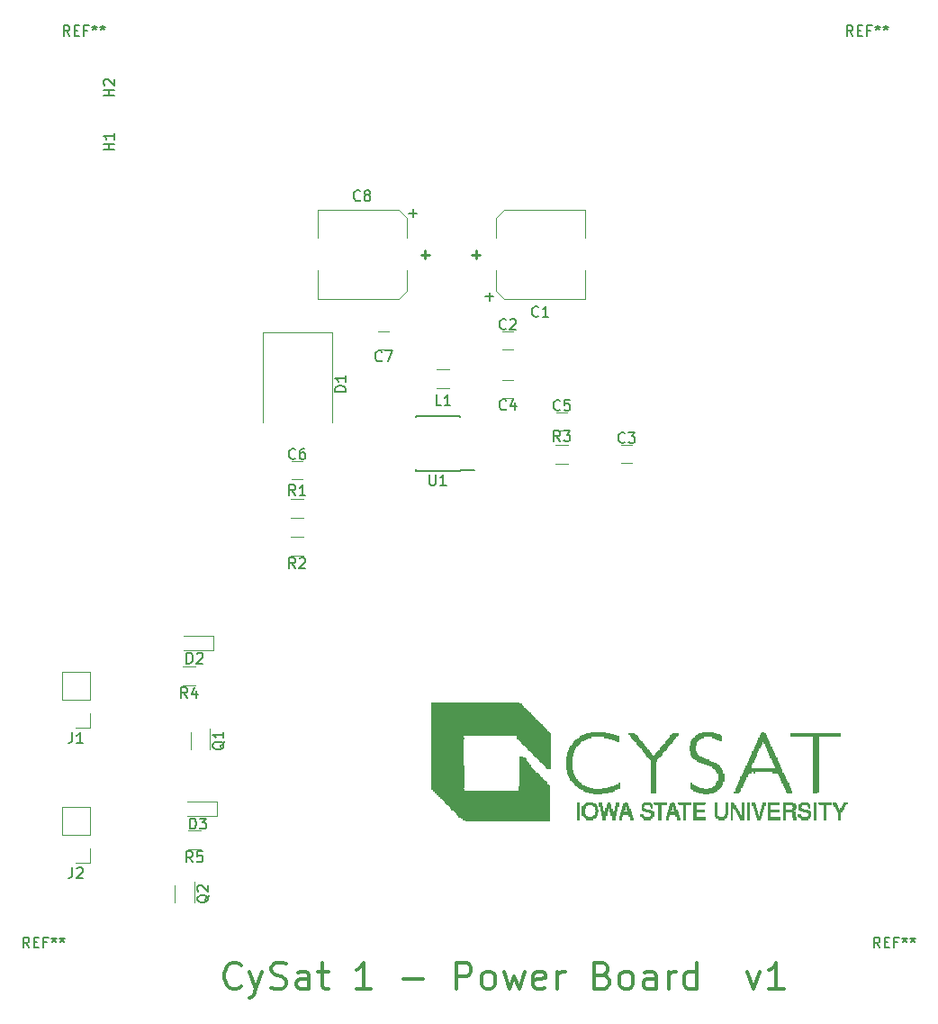
<source format=gto>
G04 #@! TF.FileFunction,Legend,Top*
%FSLAX46Y46*%
G04 Gerber Fmt 4.6, Leading zero omitted, Abs format (unit mm)*
G04 Created by KiCad (PCBNEW 4.0.7) date Fri Jul 20 16:32:02 2018*
%MOMM*%
%LPD*%
G01*
G04 APERTURE LIST*
%ADD10C,0.100000*%
%ADD11C,0.250000*%
%ADD12C,0.300000*%
%ADD13C,0.120000*%
%ADD14C,0.150000*%
%ADD15C,0.010000*%
G04 APERTURE END LIST*
D10*
D11*
X144754648Y-70175429D02*
X145516553Y-70175429D01*
X145135601Y-70556381D02*
X145135601Y-69794476D01*
X149529848Y-70175429D02*
X150291753Y-70175429D01*
X149910801Y-70556381D02*
X149910801Y-69794476D01*
D12*
X127790496Y-138967257D02*
X127671448Y-139086305D01*
X127314305Y-139205352D01*
X127076210Y-139205352D01*
X126719067Y-139086305D01*
X126480972Y-138848210D01*
X126361924Y-138610114D01*
X126242876Y-138133924D01*
X126242876Y-137776781D01*
X126361924Y-137300590D01*
X126480972Y-137062495D01*
X126719067Y-136824400D01*
X127076210Y-136705352D01*
X127314305Y-136705352D01*
X127671448Y-136824400D01*
X127790496Y-136943448D01*
X128623829Y-137538686D02*
X129219067Y-139205352D01*
X129814305Y-137538686D02*
X129219067Y-139205352D01*
X128980972Y-139800590D01*
X128861924Y-139919638D01*
X128623829Y-140038686D01*
X130647638Y-139086305D02*
X131004781Y-139205352D01*
X131600019Y-139205352D01*
X131838115Y-139086305D01*
X131957162Y-138967257D01*
X132076210Y-138729162D01*
X132076210Y-138491067D01*
X131957162Y-138252971D01*
X131838115Y-138133924D01*
X131600019Y-138014876D01*
X131123829Y-137895829D01*
X130885734Y-137776781D01*
X130766686Y-137657733D01*
X130647638Y-137419638D01*
X130647638Y-137181543D01*
X130766686Y-136943448D01*
X130885734Y-136824400D01*
X131123829Y-136705352D01*
X131719067Y-136705352D01*
X132076210Y-136824400D01*
X134219067Y-139205352D02*
X134219067Y-137895829D01*
X134100019Y-137657733D01*
X133861924Y-137538686D01*
X133385733Y-137538686D01*
X133147638Y-137657733D01*
X134219067Y-139086305D02*
X133980971Y-139205352D01*
X133385733Y-139205352D01*
X133147638Y-139086305D01*
X133028590Y-138848210D01*
X133028590Y-138610114D01*
X133147638Y-138372019D01*
X133385733Y-138252971D01*
X133980971Y-138252971D01*
X134219067Y-138133924D01*
X135052400Y-137538686D02*
X136004781Y-137538686D01*
X135409543Y-136705352D02*
X135409543Y-138848210D01*
X135528591Y-139086305D01*
X135766686Y-139205352D01*
X136004781Y-139205352D01*
X140052400Y-139205352D02*
X138623828Y-139205352D01*
X139338114Y-139205352D02*
X139338114Y-136705352D01*
X139100019Y-137062495D01*
X138861924Y-137300590D01*
X138623828Y-137419638D01*
X143028590Y-138252971D02*
X144933352Y-138252971D01*
X148028590Y-139205352D02*
X148028590Y-136705352D01*
X148980971Y-136705352D01*
X149219066Y-136824400D01*
X149338114Y-136943448D01*
X149457162Y-137181543D01*
X149457162Y-137538686D01*
X149338114Y-137776781D01*
X149219066Y-137895829D01*
X148980971Y-138014876D01*
X148028590Y-138014876D01*
X150885733Y-139205352D02*
X150647638Y-139086305D01*
X150528590Y-138967257D01*
X150409542Y-138729162D01*
X150409542Y-138014876D01*
X150528590Y-137776781D01*
X150647638Y-137657733D01*
X150885733Y-137538686D01*
X151242876Y-137538686D01*
X151480971Y-137657733D01*
X151600019Y-137776781D01*
X151719066Y-138014876D01*
X151719066Y-138729162D01*
X151600019Y-138967257D01*
X151480971Y-139086305D01*
X151242876Y-139205352D01*
X150885733Y-139205352D01*
X152552400Y-137538686D02*
X153028590Y-139205352D01*
X153504781Y-138014876D01*
X153980971Y-139205352D01*
X154457162Y-137538686D01*
X156361924Y-139086305D02*
X156123829Y-139205352D01*
X155647638Y-139205352D01*
X155409543Y-139086305D01*
X155290495Y-138848210D01*
X155290495Y-137895829D01*
X155409543Y-137657733D01*
X155647638Y-137538686D01*
X156123829Y-137538686D01*
X156361924Y-137657733D01*
X156480972Y-137895829D01*
X156480972Y-138133924D01*
X155290495Y-138372019D01*
X157552400Y-139205352D02*
X157552400Y-137538686D01*
X157552400Y-138014876D02*
X157671448Y-137776781D01*
X157790495Y-137657733D01*
X158028591Y-137538686D01*
X158266686Y-137538686D01*
X161838114Y-137895829D02*
X162195257Y-138014876D01*
X162314305Y-138133924D01*
X162433353Y-138372019D01*
X162433353Y-138729162D01*
X162314305Y-138967257D01*
X162195257Y-139086305D01*
X161957162Y-139205352D01*
X161004781Y-139205352D01*
X161004781Y-136705352D01*
X161838114Y-136705352D01*
X162076210Y-136824400D01*
X162195257Y-136943448D01*
X162314305Y-137181543D01*
X162314305Y-137419638D01*
X162195257Y-137657733D01*
X162076210Y-137776781D01*
X161838114Y-137895829D01*
X161004781Y-137895829D01*
X163861924Y-139205352D02*
X163623829Y-139086305D01*
X163504781Y-138967257D01*
X163385733Y-138729162D01*
X163385733Y-138014876D01*
X163504781Y-137776781D01*
X163623829Y-137657733D01*
X163861924Y-137538686D01*
X164219067Y-137538686D01*
X164457162Y-137657733D01*
X164576210Y-137776781D01*
X164695257Y-138014876D01*
X164695257Y-138729162D01*
X164576210Y-138967257D01*
X164457162Y-139086305D01*
X164219067Y-139205352D01*
X163861924Y-139205352D01*
X166838115Y-139205352D02*
X166838115Y-137895829D01*
X166719067Y-137657733D01*
X166480972Y-137538686D01*
X166004781Y-137538686D01*
X165766686Y-137657733D01*
X166838115Y-139086305D02*
X166600019Y-139205352D01*
X166004781Y-139205352D01*
X165766686Y-139086305D01*
X165647638Y-138848210D01*
X165647638Y-138610114D01*
X165766686Y-138372019D01*
X166004781Y-138252971D01*
X166600019Y-138252971D01*
X166838115Y-138133924D01*
X168028591Y-139205352D02*
X168028591Y-137538686D01*
X168028591Y-138014876D02*
X168147639Y-137776781D01*
X168266686Y-137657733D01*
X168504782Y-137538686D01*
X168742877Y-137538686D01*
X170647639Y-139205352D02*
X170647639Y-136705352D01*
X170647639Y-139086305D02*
X170409543Y-139205352D01*
X169933353Y-139205352D01*
X169695258Y-139086305D01*
X169576210Y-138967257D01*
X169457162Y-138729162D01*
X169457162Y-138014876D01*
X169576210Y-137776781D01*
X169695258Y-137657733D01*
X169933353Y-137538686D01*
X170409543Y-137538686D01*
X170647639Y-137657733D01*
X175409544Y-137538686D02*
X176004782Y-139205352D01*
X176600020Y-137538686D01*
X178861925Y-139205352D02*
X177433353Y-139205352D01*
X178147639Y-139205352D02*
X178147639Y-136705352D01*
X177909544Y-137062495D01*
X177671449Y-137300590D01*
X177433353Y-137419638D01*
D13*
X151766000Y-73534000D02*
X151766000Y-71614000D01*
X151766000Y-66674000D02*
X151766000Y-68594000D01*
X160146000Y-74294000D02*
X160146000Y-71614000D01*
X160146000Y-65914000D02*
X160146000Y-68594000D01*
X160146000Y-74294000D02*
X152526000Y-74294000D01*
X152526000Y-74294000D02*
X151766000Y-73534000D01*
X151766000Y-66674000D02*
X152526000Y-65914000D01*
X152526000Y-65914000D02*
X160146000Y-65914000D01*
X153408000Y-77382000D02*
X152408000Y-77382000D01*
X152408000Y-79082000D02*
X153408000Y-79082000D01*
X164584000Y-88050000D02*
X163584000Y-88050000D01*
X163584000Y-89750000D02*
X164584000Y-89750000D01*
X152408000Y-83654000D02*
X153408000Y-83654000D01*
X153408000Y-81954000D02*
X152408000Y-81954000D01*
X158488000Y-85002000D02*
X157488000Y-85002000D01*
X157488000Y-86702000D02*
X158488000Y-86702000D01*
X133596000Y-89574000D02*
X132596000Y-89574000D01*
X132596000Y-91274000D02*
X133596000Y-91274000D01*
X140724000Y-79082000D02*
X141724000Y-79082000D01*
X141724000Y-77382000D02*
X140724000Y-77382000D01*
X135002000Y-65914000D02*
X135002000Y-68594000D01*
X135002000Y-74294000D02*
X135002000Y-71614000D01*
X143382000Y-73534000D02*
X143382000Y-71614000D01*
X143382000Y-66674000D02*
X143382000Y-68594000D01*
X135002000Y-65914000D02*
X142622000Y-65914000D01*
X142622000Y-65914000D02*
X143382000Y-66674000D01*
X143382000Y-73534000D02*
X142622000Y-74294000D01*
X142622000Y-74294000D02*
X135002000Y-74294000D01*
X129846000Y-77496000D02*
X136346000Y-77496000D01*
X129846000Y-77496000D02*
X129846000Y-85896000D01*
X136346000Y-77496000D02*
X136346000Y-85896000D01*
X125244000Y-107380000D02*
X125244000Y-105980000D01*
X125244000Y-105980000D02*
X122444000Y-105980000D01*
X125244000Y-107380000D02*
X122444000Y-107380000D01*
X113598000Y-109414000D02*
X110938000Y-109414000D01*
X113598000Y-112014000D02*
X113598000Y-109414000D01*
X110938000Y-112014000D02*
X110938000Y-109414000D01*
X113598000Y-112014000D02*
X110938000Y-112014000D01*
X113598000Y-113284000D02*
X113598000Y-114614000D01*
X113598000Y-114614000D02*
X112268000Y-114614000D01*
X146212000Y-80908000D02*
X147412000Y-80908000D01*
X147412000Y-82668000D02*
X146212000Y-82668000D01*
X133696000Y-94860000D02*
X132496000Y-94860000D01*
X132496000Y-93100000D02*
X133696000Y-93100000D01*
X132496000Y-96656000D02*
X133696000Y-96656000D01*
X133696000Y-98416000D02*
X132496000Y-98416000D01*
X158588000Y-89780000D02*
X157388000Y-89780000D01*
X157388000Y-88020000D02*
X158588000Y-88020000D01*
X122336000Y-108848000D02*
X123536000Y-108848000D01*
X123536000Y-110608000D02*
X122336000Y-110608000D01*
D14*
X148379000Y-90459000D02*
X148379000Y-90409000D01*
X144229000Y-90459000D02*
X144229000Y-90314000D01*
X144229000Y-85309000D02*
X144229000Y-85454000D01*
X148379000Y-85309000D02*
X148379000Y-85454000D01*
X148379000Y-90459000D02*
X144229000Y-90459000D01*
X148379000Y-85309000D02*
X144229000Y-85309000D01*
X148379000Y-90409000D02*
X149779000Y-90409000D01*
D13*
X124852000Y-116624000D02*
X124852000Y-114724000D01*
X123052000Y-115024000D02*
X123052000Y-116624000D01*
X125561500Y-122937500D02*
X125561500Y-121537500D01*
X125561500Y-121537500D02*
X122761500Y-121537500D01*
X125561500Y-122937500D02*
X122761500Y-122937500D01*
X113598000Y-122114000D02*
X110938000Y-122114000D01*
X113598000Y-124714000D02*
X113598000Y-122114000D01*
X110938000Y-124714000D02*
X110938000Y-122114000D01*
X113598000Y-124714000D02*
X110938000Y-124714000D01*
X113598000Y-125984000D02*
X113598000Y-127314000D01*
X113598000Y-127314000D02*
X112268000Y-127314000D01*
X123391500Y-131038500D02*
X123391500Y-129138500D01*
X121591500Y-129438500D02*
X121591500Y-131038500D01*
X122844000Y-124278500D02*
X124044000Y-124278500D01*
X124044000Y-126038500D02*
X122844000Y-126038500D01*
D15*
G36*
X145669000Y-112223500D02*
X145769000Y-112223500D01*
X145769000Y-112323500D01*
X145669000Y-112323500D01*
X145669000Y-112223500D01*
X145669000Y-112223500D01*
G37*
X145669000Y-112223500D02*
X145769000Y-112223500D01*
X145769000Y-112323500D01*
X145669000Y-112323500D01*
X145669000Y-112223500D01*
G36*
X145769000Y-112223500D02*
X145869000Y-112223500D01*
X145869000Y-112323500D01*
X145769000Y-112323500D01*
X145769000Y-112223500D01*
X145769000Y-112223500D01*
G37*
X145769000Y-112223500D02*
X145869000Y-112223500D01*
X145869000Y-112323500D01*
X145769000Y-112323500D01*
X145769000Y-112223500D01*
G36*
X145869000Y-112223500D02*
X145969000Y-112223500D01*
X145969000Y-112323500D01*
X145869000Y-112323500D01*
X145869000Y-112223500D01*
X145869000Y-112223500D01*
G37*
X145869000Y-112223500D02*
X145969000Y-112223500D01*
X145969000Y-112323500D01*
X145869000Y-112323500D01*
X145869000Y-112223500D01*
G36*
X145969000Y-112223500D02*
X146069000Y-112223500D01*
X146069000Y-112323500D01*
X145969000Y-112323500D01*
X145969000Y-112223500D01*
X145969000Y-112223500D01*
G37*
X145969000Y-112223500D02*
X146069000Y-112223500D01*
X146069000Y-112323500D01*
X145969000Y-112323500D01*
X145969000Y-112223500D01*
G36*
X146069000Y-112223500D02*
X146169000Y-112223500D01*
X146169000Y-112323500D01*
X146069000Y-112323500D01*
X146069000Y-112223500D01*
X146069000Y-112223500D01*
G37*
X146069000Y-112223500D02*
X146169000Y-112223500D01*
X146169000Y-112323500D01*
X146069000Y-112323500D01*
X146069000Y-112223500D01*
G36*
X146169000Y-112223500D02*
X146269000Y-112223500D01*
X146269000Y-112323500D01*
X146169000Y-112323500D01*
X146169000Y-112223500D01*
X146169000Y-112223500D01*
G37*
X146169000Y-112223500D02*
X146269000Y-112223500D01*
X146269000Y-112323500D01*
X146169000Y-112323500D01*
X146169000Y-112223500D01*
G36*
X146269000Y-112223500D02*
X146369000Y-112223500D01*
X146369000Y-112323500D01*
X146269000Y-112323500D01*
X146269000Y-112223500D01*
X146269000Y-112223500D01*
G37*
X146269000Y-112223500D02*
X146369000Y-112223500D01*
X146369000Y-112323500D01*
X146269000Y-112323500D01*
X146269000Y-112223500D01*
G36*
X146369000Y-112223500D02*
X146469000Y-112223500D01*
X146469000Y-112323500D01*
X146369000Y-112323500D01*
X146369000Y-112223500D01*
X146369000Y-112223500D01*
G37*
X146369000Y-112223500D02*
X146469000Y-112223500D01*
X146469000Y-112323500D01*
X146369000Y-112323500D01*
X146369000Y-112223500D01*
G36*
X146469000Y-112223500D02*
X146569000Y-112223500D01*
X146569000Y-112323500D01*
X146469000Y-112323500D01*
X146469000Y-112223500D01*
X146469000Y-112223500D01*
G37*
X146469000Y-112223500D02*
X146569000Y-112223500D01*
X146569000Y-112323500D01*
X146469000Y-112323500D01*
X146469000Y-112223500D01*
G36*
X146569000Y-112223500D02*
X146669000Y-112223500D01*
X146669000Y-112323500D01*
X146569000Y-112323500D01*
X146569000Y-112223500D01*
X146569000Y-112223500D01*
G37*
X146569000Y-112223500D02*
X146669000Y-112223500D01*
X146669000Y-112323500D01*
X146569000Y-112323500D01*
X146569000Y-112223500D01*
G36*
X146669000Y-112223500D02*
X146769000Y-112223500D01*
X146769000Y-112323500D01*
X146669000Y-112323500D01*
X146669000Y-112223500D01*
X146669000Y-112223500D01*
G37*
X146669000Y-112223500D02*
X146769000Y-112223500D01*
X146769000Y-112323500D01*
X146669000Y-112323500D01*
X146669000Y-112223500D01*
G36*
X146769000Y-112223500D02*
X146869000Y-112223500D01*
X146869000Y-112323500D01*
X146769000Y-112323500D01*
X146769000Y-112223500D01*
X146769000Y-112223500D01*
G37*
X146769000Y-112223500D02*
X146869000Y-112223500D01*
X146869000Y-112323500D01*
X146769000Y-112323500D01*
X146769000Y-112223500D01*
G36*
X146869000Y-112223500D02*
X146969000Y-112223500D01*
X146969000Y-112323500D01*
X146869000Y-112323500D01*
X146869000Y-112223500D01*
X146869000Y-112223500D01*
G37*
X146869000Y-112223500D02*
X146969000Y-112223500D01*
X146969000Y-112323500D01*
X146869000Y-112323500D01*
X146869000Y-112223500D01*
G36*
X146969000Y-112223500D02*
X147069000Y-112223500D01*
X147069000Y-112323500D01*
X146969000Y-112323500D01*
X146969000Y-112223500D01*
X146969000Y-112223500D01*
G37*
X146969000Y-112223500D02*
X147069000Y-112223500D01*
X147069000Y-112323500D01*
X146969000Y-112323500D01*
X146969000Y-112223500D01*
G36*
X147069000Y-112223500D02*
X147169000Y-112223500D01*
X147169000Y-112323500D01*
X147069000Y-112323500D01*
X147069000Y-112223500D01*
X147069000Y-112223500D01*
G37*
X147069000Y-112223500D02*
X147169000Y-112223500D01*
X147169000Y-112323500D01*
X147069000Y-112323500D01*
X147069000Y-112223500D01*
G36*
X147169000Y-112223500D02*
X147269000Y-112223500D01*
X147269000Y-112323500D01*
X147169000Y-112323500D01*
X147169000Y-112223500D01*
X147169000Y-112223500D01*
G37*
X147169000Y-112223500D02*
X147269000Y-112223500D01*
X147269000Y-112323500D01*
X147169000Y-112323500D01*
X147169000Y-112223500D01*
G36*
X147269000Y-112223500D02*
X147369000Y-112223500D01*
X147369000Y-112323500D01*
X147269000Y-112323500D01*
X147269000Y-112223500D01*
X147269000Y-112223500D01*
G37*
X147269000Y-112223500D02*
X147369000Y-112223500D01*
X147369000Y-112323500D01*
X147269000Y-112323500D01*
X147269000Y-112223500D01*
G36*
X147369000Y-112223500D02*
X147469000Y-112223500D01*
X147469000Y-112323500D01*
X147369000Y-112323500D01*
X147369000Y-112223500D01*
X147369000Y-112223500D01*
G37*
X147369000Y-112223500D02*
X147469000Y-112223500D01*
X147469000Y-112323500D01*
X147369000Y-112323500D01*
X147369000Y-112223500D01*
G36*
X147469000Y-112223500D02*
X147569000Y-112223500D01*
X147569000Y-112323500D01*
X147469000Y-112323500D01*
X147469000Y-112223500D01*
X147469000Y-112223500D01*
G37*
X147469000Y-112223500D02*
X147569000Y-112223500D01*
X147569000Y-112323500D01*
X147469000Y-112323500D01*
X147469000Y-112223500D01*
G36*
X147569000Y-112223500D02*
X147669000Y-112223500D01*
X147669000Y-112323500D01*
X147569000Y-112323500D01*
X147569000Y-112223500D01*
X147569000Y-112223500D01*
G37*
X147569000Y-112223500D02*
X147669000Y-112223500D01*
X147669000Y-112323500D01*
X147569000Y-112323500D01*
X147569000Y-112223500D01*
G36*
X147669000Y-112223500D02*
X147769000Y-112223500D01*
X147769000Y-112323500D01*
X147669000Y-112323500D01*
X147669000Y-112223500D01*
X147669000Y-112223500D01*
G37*
X147669000Y-112223500D02*
X147769000Y-112223500D01*
X147769000Y-112323500D01*
X147669000Y-112323500D01*
X147669000Y-112223500D01*
G36*
X147769000Y-112223500D02*
X147869000Y-112223500D01*
X147869000Y-112323500D01*
X147769000Y-112323500D01*
X147769000Y-112223500D01*
X147769000Y-112223500D01*
G37*
X147769000Y-112223500D02*
X147869000Y-112223500D01*
X147869000Y-112323500D01*
X147769000Y-112323500D01*
X147769000Y-112223500D01*
G36*
X147869000Y-112223500D02*
X147969000Y-112223500D01*
X147969000Y-112323500D01*
X147869000Y-112323500D01*
X147869000Y-112223500D01*
X147869000Y-112223500D01*
G37*
X147869000Y-112223500D02*
X147969000Y-112223500D01*
X147969000Y-112323500D01*
X147869000Y-112323500D01*
X147869000Y-112223500D01*
G36*
X147969000Y-112223500D02*
X148069000Y-112223500D01*
X148069000Y-112323500D01*
X147969000Y-112323500D01*
X147969000Y-112223500D01*
X147969000Y-112223500D01*
G37*
X147969000Y-112223500D02*
X148069000Y-112223500D01*
X148069000Y-112323500D01*
X147969000Y-112323500D01*
X147969000Y-112223500D01*
G36*
X148069000Y-112223500D02*
X148169000Y-112223500D01*
X148169000Y-112323500D01*
X148069000Y-112323500D01*
X148069000Y-112223500D01*
X148069000Y-112223500D01*
G37*
X148069000Y-112223500D02*
X148169000Y-112223500D01*
X148169000Y-112323500D01*
X148069000Y-112323500D01*
X148069000Y-112223500D01*
G36*
X148169000Y-112223500D02*
X148269000Y-112223500D01*
X148269000Y-112323500D01*
X148169000Y-112323500D01*
X148169000Y-112223500D01*
X148169000Y-112223500D01*
G37*
X148169000Y-112223500D02*
X148269000Y-112223500D01*
X148269000Y-112323500D01*
X148169000Y-112323500D01*
X148169000Y-112223500D01*
G36*
X148269000Y-112223500D02*
X148369000Y-112223500D01*
X148369000Y-112323500D01*
X148269000Y-112323500D01*
X148269000Y-112223500D01*
X148269000Y-112223500D01*
G37*
X148269000Y-112223500D02*
X148369000Y-112223500D01*
X148369000Y-112323500D01*
X148269000Y-112323500D01*
X148269000Y-112223500D01*
G36*
X148369000Y-112223500D02*
X148469000Y-112223500D01*
X148469000Y-112323500D01*
X148369000Y-112323500D01*
X148369000Y-112223500D01*
X148369000Y-112223500D01*
G37*
X148369000Y-112223500D02*
X148469000Y-112223500D01*
X148469000Y-112323500D01*
X148369000Y-112323500D01*
X148369000Y-112223500D01*
G36*
X148469000Y-112223500D02*
X148569000Y-112223500D01*
X148569000Y-112323500D01*
X148469000Y-112323500D01*
X148469000Y-112223500D01*
X148469000Y-112223500D01*
G37*
X148469000Y-112223500D02*
X148569000Y-112223500D01*
X148569000Y-112323500D01*
X148469000Y-112323500D01*
X148469000Y-112223500D01*
G36*
X148569000Y-112223500D02*
X148669000Y-112223500D01*
X148669000Y-112323500D01*
X148569000Y-112323500D01*
X148569000Y-112223500D01*
X148569000Y-112223500D01*
G37*
X148569000Y-112223500D02*
X148669000Y-112223500D01*
X148669000Y-112323500D01*
X148569000Y-112323500D01*
X148569000Y-112223500D01*
G36*
X148669000Y-112223500D02*
X148769000Y-112223500D01*
X148769000Y-112323500D01*
X148669000Y-112323500D01*
X148669000Y-112223500D01*
X148669000Y-112223500D01*
G37*
X148669000Y-112223500D02*
X148769000Y-112223500D01*
X148769000Y-112323500D01*
X148669000Y-112323500D01*
X148669000Y-112223500D01*
G36*
X148769000Y-112223500D02*
X148869000Y-112223500D01*
X148869000Y-112323500D01*
X148769000Y-112323500D01*
X148769000Y-112223500D01*
X148769000Y-112223500D01*
G37*
X148769000Y-112223500D02*
X148869000Y-112223500D01*
X148869000Y-112323500D01*
X148769000Y-112323500D01*
X148769000Y-112223500D01*
G36*
X148869000Y-112223500D02*
X148969000Y-112223500D01*
X148969000Y-112323500D01*
X148869000Y-112323500D01*
X148869000Y-112223500D01*
X148869000Y-112223500D01*
G37*
X148869000Y-112223500D02*
X148969000Y-112223500D01*
X148969000Y-112323500D01*
X148869000Y-112323500D01*
X148869000Y-112223500D01*
G36*
X148969000Y-112223500D02*
X149069000Y-112223500D01*
X149069000Y-112323500D01*
X148969000Y-112323500D01*
X148969000Y-112223500D01*
X148969000Y-112223500D01*
G37*
X148969000Y-112223500D02*
X149069000Y-112223500D01*
X149069000Y-112323500D01*
X148969000Y-112323500D01*
X148969000Y-112223500D01*
G36*
X149069000Y-112223500D02*
X149169000Y-112223500D01*
X149169000Y-112323500D01*
X149069000Y-112323500D01*
X149069000Y-112223500D01*
X149069000Y-112223500D01*
G37*
X149069000Y-112223500D02*
X149169000Y-112223500D01*
X149169000Y-112323500D01*
X149069000Y-112323500D01*
X149069000Y-112223500D01*
G36*
X149169000Y-112223500D02*
X149269000Y-112223500D01*
X149269000Y-112323500D01*
X149169000Y-112323500D01*
X149169000Y-112223500D01*
X149169000Y-112223500D01*
G37*
X149169000Y-112223500D02*
X149269000Y-112223500D01*
X149269000Y-112323500D01*
X149169000Y-112323500D01*
X149169000Y-112223500D01*
G36*
X149269000Y-112223500D02*
X149369000Y-112223500D01*
X149369000Y-112323500D01*
X149269000Y-112323500D01*
X149269000Y-112223500D01*
X149269000Y-112223500D01*
G37*
X149269000Y-112223500D02*
X149369000Y-112223500D01*
X149369000Y-112323500D01*
X149269000Y-112323500D01*
X149269000Y-112223500D01*
G36*
X149369000Y-112223500D02*
X149469000Y-112223500D01*
X149469000Y-112323500D01*
X149369000Y-112323500D01*
X149369000Y-112223500D01*
X149369000Y-112223500D01*
G37*
X149369000Y-112223500D02*
X149469000Y-112223500D01*
X149469000Y-112323500D01*
X149369000Y-112323500D01*
X149369000Y-112223500D01*
G36*
X149469000Y-112223500D02*
X149569000Y-112223500D01*
X149569000Y-112323500D01*
X149469000Y-112323500D01*
X149469000Y-112223500D01*
X149469000Y-112223500D01*
G37*
X149469000Y-112223500D02*
X149569000Y-112223500D01*
X149569000Y-112323500D01*
X149469000Y-112323500D01*
X149469000Y-112223500D01*
G36*
X149569000Y-112223500D02*
X149669000Y-112223500D01*
X149669000Y-112323500D01*
X149569000Y-112323500D01*
X149569000Y-112223500D01*
X149569000Y-112223500D01*
G37*
X149569000Y-112223500D02*
X149669000Y-112223500D01*
X149669000Y-112323500D01*
X149569000Y-112323500D01*
X149569000Y-112223500D01*
G36*
X149669000Y-112223500D02*
X149769000Y-112223500D01*
X149769000Y-112323500D01*
X149669000Y-112323500D01*
X149669000Y-112223500D01*
X149669000Y-112223500D01*
G37*
X149669000Y-112223500D02*
X149769000Y-112223500D01*
X149769000Y-112323500D01*
X149669000Y-112323500D01*
X149669000Y-112223500D01*
G36*
X149769000Y-112223500D02*
X149869000Y-112223500D01*
X149869000Y-112323500D01*
X149769000Y-112323500D01*
X149769000Y-112223500D01*
X149769000Y-112223500D01*
G37*
X149769000Y-112223500D02*
X149869000Y-112223500D01*
X149869000Y-112323500D01*
X149769000Y-112323500D01*
X149769000Y-112223500D01*
G36*
X149869000Y-112223500D02*
X149969000Y-112223500D01*
X149969000Y-112323500D01*
X149869000Y-112323500D01*
X149869000Y-112223500D01*
X149869000Y-112223500D01*
G37*
X149869000Y-112223500D02*
X149969000Y-112223500D01*
X149969000Y-112323500D01*
X149869000Y-112323500D01*
X149869000Y-112223500D01*
G36*
X149969000Y-112223500D02*
X150069000Y-112223500D01*
X150069000Y-112323500D01*
X149969000Y-112323500D01*
X149969000Y-112223500D01*
X149969000Y-112223500D01*
G37*
X149969000Y-112223500D02*
X150069000Y-112223500D01*
X150069000Y-112323500D01*
X149969000Y-112323500D01*
X149969000Y-112223500D01*
G36*
X150069000Y-112223500D02*
X150169000Y-112223500D01*
X150169000Y-112323500D01*
X150069000Y-112323500D01*
X150069000Y-112223500D01*
X150069000Y-112223500D01*
G37*
X150069000Y-112223500D02*
X150169000Y-112223500D01*
X150169000Y-112323500D01*
X150069000Y-112323500D01*
X150069000Y-112223500D01*
G36*
X150169000Y-112223500D02*
X150269000Y-112223500D01*
X150269000Y-112323500D01*
X150169000Y-112323500D01*
X150169000Y-112223500D01*
X150169000Y-112223500D01*
G37*
X150169000Y-112223500D02*
X150269000Y-112223500D01*
X150269000Y-112323500D01*
X150169000Y-112323500D01*
X150169000Y-112223500D01*
G36*
X150269000Y-112223500D02*
X150369000Y-112223500D01*
X150369000Y-112323500D01*
X150269000Y-112323500D01*
X150269000Y-112223500D01*
X150269000Y-112223500D01*
G37*
X150269000Y-112223500D02*
X150369000Y-112223500D01*
X150369000Y-112323500D01*
X150269000Y-112323500D01*
X150269000Y-112223500D01*
G36*
X150369000Y-112223500D02*
X150469000Y-112223500D01*
X150469000Y-112323500D01*
X150369000Y-112323500D01*
X150369000Y-112223500D01*
X150369000Y-112223500D01*
G37*
X150369000Y-112223500D02*
X150469000Y-112223500D01*
X150469000Y-112323500D01*
X150369000Y-112323500D01*
X150369000Y-112223500D01*
G36*
X150469000Y-112223500D02*
X150569000Y-112223500D01*
X150569000Y-112323500D01*
X150469000Y-112323500D01*
X150469000Y-112223500D01*
X150469000Y-112223500D01*
G37*
X150469000Y-112223500D02*
X150569000Y-112223500D01*
X150569000Y-112323500D01*
X150469000Y-112323500D01*
X150469000Y-112223500D01*
G36*
X150569000Y-112223500D02*
X150669000Y-112223500D01*
X150669000Y-112323500D01*
X150569000Y-112323500D01*
X150569000Y-112223500D01*
X150569000Y-112223500D01*
G37*
X150569000Y-112223500D02*
X150669000Y-112223500D01*
X150669000Y-112323500D01*
X150569000Y-112323500D01*
X150569000Y-112223500D01*
G36*
X150669000Y-112223500D02*
X150769000Y-112223500D01*
X150769000Y-112323500D01*
X150669000Y-112323500D01*
X150669000Y-112223500D01*
X150669000Y-112223500D01*
G37*
X150669000Y-112223500D02*
X150769000Y-112223500D01*
X150769000Y-112323500D01*
X150669000Y-112323500D01*
X150669000Y-112223500D01*
G36*
X150769000Y-112223500D02*
X150869000Y-112223500D01*
X150869000Y-112323500D01*
X150769000Y-112323500D01*
X150769000Y-112223500D01*
X150769000Y-112223500D01*
G37*
X150769000Y-112223500D02*
X150869000Y-112223500D01*
X150869000Y-112323500D01*
X150769000Y-112323500D01*
X150769000Y-112223500D01*
G36*
X150869000Y-112223500D02*
X150969000Y-112223500D01*
X150969000Y-112323500D01*
X150869000Y-112323500D01*
X150869000Y-112223500D01*
X150869000Y-112223500D01*
G37*
X150869000Y-112223500D02*
X150969000Y-112223500D01*
X150969000Y-112323500D01*
X150869000Y-112323500D01*
X150869000Y-112223500D01*
G36*
X150969000Y-112223500D02*
X151069000Y-112223500D01*
X151069000Y-112323500D01*
X150969000Y-112323500D01*
X150969000Y-112223500D01*
X150969000Y-112223500D01*
G37*
X150969000Y-112223500D02*
X151069000Y-112223500D01*
X151069000Y-112323500D01*
X150969000Y-112323500D01*
X150969000Y-112223500D01*
G36*
X151069000Y-112223500D02*
X151169000Y-112223500D01*
X151169000Y-112323500D01*
X151069000Y-112323500D01*
X151069000Y-112223500D01*
X151069000Y-112223500D01*
G37*
X151069000Y-112223500D02*
X151169000Y-112223500D01*
X151169000Y-112323500D01*
X151069000Y-112323500D01*
X151069000Y-112223500D01*
G36*
X151169000Y-112223500D02*
X151269000Y-112223500D01*
X151269000Y-112323500D01*
X151169000Y-112323500D01*
X151169000Y-112223500D01*
X151169000Y-112223500D01*
G37*
X151169000Y-112223500D02*
X151269000Y-112223500D01*
X151269000Y-112323500D01*
X151169000Y-112323500D01*
X151169000Y-112223500D01*
G36*
X151269000Y-112223500D02*
X151369000Y-112223500D01*
X151369000Y-112323500D01*
X151269000Y-112323500D01*
X151269000Y-112223500D01*
X151269000Y-112223500D01*
G37*
X151269000Y-112223500D02*
X151369000Y-112223500D01*
X151369000Y-112323500D01*
X151269000Y-112323500D01*
X151269000Y-112223500D01*
G36*
X151369000Y-112223500D02*
X151469000Y-112223500D01*
X151469000Y-112323500D01*
X151369000Y-112323500D01*
X151369000Y-112223500D01*
X151369000Y-112223500D01*
G37*
X151369000Y-112223500D02*
X151469000Y-112223500D01*
X151469000Y-112323500D01*
X151369000Y-112323500D01*
X151369000Y-112223500D01*
G36*
X151469000Y-112223500D02*
X151569000Y-112223500D01*
X151569000Y-112323500D01*
X151469000Y-112323500D01*
X151469000Y-112223500D01*
X151469000Y-112223500D01*
G37*
X151469000Y-112223500D02*
X151569000Y-112223500D01*
X151569000Y-112323500D01*
X151469000Y-112323500D01*
X151469000Y-112223500D01*
G36*
X151569000Y-112223500D02*
X151669000Y-112223500D01*
X151669000Y-112323500D01*
X151569000Y-112323500D01*
X151569000Y-112223500D01*
X151569000Y-112223500D01*
G37*
X151569000Y-112223500D02*
X151669000Y-112223500D01*
X151669000Y-112323500D01*
X151569000Y-112323500D01*
X151569000Y-112223500D01*
G36*
X151669000Y-112223500D02*
X151769000Y-112223500D01*
X151769000Y-112323500D01*
X151669000Y-112323500D01*
X151669000Y-112223500D01*
X151669000Y-112223500D01*
G37*
X151669000Y-112223500D02*
X151769000Y-112223500D01*
X151769000Y-112323500D01*
X151669000Y-112323500D01*
X151669000Y-112223500D01*
G36*
X151769000Y-112223500D02*
X151869000Y-112223500D01*
X151869000Y-112323500D01*
X151769000Y-112323500D01*
X151769000Y-112223500D01*
X151769000Y-112223500D01*
G37*
X151769000Y-112223500D02*
X151869000Y-112223500D01*
X151869000Y-112323500D01*
X151769000Y-112323500D01*
X151769000Y-112223500D01*
G36*
X151869000Y-112223500D02*
X151969000Y-112223500D01*
X151969000Y-112323500D01*
X151869000Y-112323500D01*
X151869000Y-112223500D01*
X151869000Y-112223500D01*
G37*
X151869000Y-112223500D02*
X151969000Y-112223500D01*
X151969000Y-112323500D01*
X151869000Y-112323500D01*
X151869000Y-112223500D01*
G36*
X151969000Y-112223500D02*
X152069000Y-112223500D01*
X152069000Y-112323500D01*
X151969000Y-112323500D01*
X151969000Y-112223500D01*
X151969000Y-112223500D01*
G37*
X151969000Y-112223500D02*
X152069000Y-112223500D01*
X152069000Y-112323500D01*
X151969000Y-112323500D01*
X151969000Y-112223500D01*
G36*
X152069000Y-112223500D02*
X152169000Y-112223500D01*
X152169000Y-112323500D01*
X152069000Y-112323500D01*
X152069000Y-112223500D01*
X152069000Y-112223500D01*
G37*
X152069000Y-112223500D02*
X152169000Y-112223500D01*
X152169000Y-112323500D01*
X152069000Y-112323500D01*
X152069000Y-112223500D01*
G36*
X152169000Y-112223500D02*
X152269000Y-112223500D01*
X152269000Y-112323500D01*
X152169000Y-112323500D01*
X152169000Y-112223500D01*
X152169000Y-112223500D01*
G37*
X152169000Y-112223500D02*
X152269000Y-112223500D01*
X152269000Y-112323500D01*
X152169000Y-112323500D01*
X152169000Y-112223500D01*
G36*
X152269000Y-112223500D02*
X152369000Y-112223500D01*
X152369000Y-112323500D01*
X152269000Y-112323500D01*
X152269000Y-112223500D01*
X152269000Y-112223500D01*
G37*
X152269000Y-112223500D02*
X152369000Y-112223500D01*
X152369000Y-112323500D01*
X152269000Y-112323500D01*
X152269000Y-112223500D01*
G36*
X152369000Y-112223500D02*
X152469000Y-112223500D01*
X152469000Y-112323500D01*
X152369000Y-112323500D01*
X152369000Y-112223500D01*
X152369000Y-112223500D01*
G37*
X152369000Y-112223500D02*
X152469000Y-112223500D01*
X152469000Y-112323500D01*
X152369000Y-112323500D01*
X152369000Y-112223500D01*
G36*
X152469000Y-112223500D02*
X152569000Y-112223500D01*
X152569000Y-112323500D01*
X152469000Y-112323500D01*
X152469000Y-112223500D01*
X152469000Y-112223500D01*
G37*
X152469000Y-112223500D02*
X152569000Y-112223500D01*
X152569000Y-112323500D01*
X152469000Y-112323500D01*
X152469000Y-112223500D01*
G36*
X152569000Y-112223500D02*
X152669000Y-112223500D01*
X152669000Y-112323500D01*
X152569000Y-112323500D01*
X152569000Y-112223500D01*
X152569000Y-112223500D01*
G37*
X152569000Y-112223500D02*
X152669000Y-112223500D01*
X152669000Y-112323500D01*
X152569000Y-112323500D01*
X152569000Y-112223500D01*
G36*
X152669000Y-112223500D02*
X152769000Y-112223500D01*
X152769000Y-112323500D01*
X152669000Y-112323500D01*
X152669000Y-112223500D01*
X152669000Y-112223500D01*
G37*
X152669000Y-112223500D02*
X152769000Y-112223500D01*
X152769000Y-112323500D01*
X152669000Y-112323500D01*
X152669000Y-112223500D01*
G36*
X152769000Y-112223500D02*
X152869000Y-112223500D01*
X152869000Y-112323500D01*
X152769000Y-112323500D01*
X152769000Y-112223500D01*
X152769000Y-112223500D01*
G37*
X152769000Y-112223500D02*
X152869000Y-112223500D01*
X152869000Y-112323500D01*
X152769000Y-112323500D01*
X152769000Y-112223500D01*
G36*
X152869000Y-112223500D02*
X152969000Y-112223500D01*
X152969000Y-112323500D01*
X152869000Y-112323500D01*
X152869000Y-112223500D01*
X152869000Y-112223500D01*
G37*
X152869000Y-112223500D02*
X152969000Y-112223500D01*
X152969000Y-112323500D01*
X152869000Y-112323500D01*
X152869000Y-112223500D01*
G36*
X152969000Y-112223500D02*
X153069000Y-112223500D01*
X153069000Y-112323500D01*
X152969000Y-112323500D01*
X152969000Y-112223500D01*
X152969000Y-112223500D01*
G37*
X152969000Y-112223500D02*
X153069000Y-112223500D01*
X153069000Y-112323500D01*
X152969000Y-112323500D01*
X152969000Y-112223500D01*
G36*
X153069000Y-112223500D02*
X153169000Y-112223500D01*
X153169000Y-112323500D01*
X153069000Y-112323500D01*
X153069000Y-112223500D01*
X153069000Y-112223500D01*
G37*
X153069000Y-112223500D02*
X153169000Y-112223500D01*
X153169000Y-112323500D01*
X153069000Y-112323500D01*
X153069000Y-112223500D01*
G36*
X153169000Y-112223500D02*
X153269000Y-112223500D01*
X153269000Y-112323500D01*
X153169000Y-112323500D01*
X153169000Y-112223500D01*
X153169000Y-112223500D01*
G37*
X153169000Y-112223500D02*
X153269000Y-112223500D01*
X153269000Y-112323500D01*
X153169000Y-112323500D01*
X153169000Y-112223500D01*
G36*
X153269000Y-112223500D02*
X153369000Y-112223500D01*
X153369000Y-112323500D01*
X153269000Y-112323500D01*
X153269000Y-112223500D01*
X153269000Y-112223500D01*
G37*
X153269000Y-112223500D02*
X153369000Y-112223500D01*
X153369000Y-112323500D01*
X153269000Y-112323500D01*
X153269000Y-112223500D01*
G36*
X153369000Y-112223500D02*
X153469000Y-112223500D01*
X153469000Y-112323500D01*
X153369000Y-112323500D01*
X153369000Y-112223500D01*
X153369000Y-112223500D01*
G37*
X153369000Y-112223500D02*
X153469000Y-112223500D01*
X153469000Y-112323500D01*
X153369000Y-112323500D01*
X153369000Y-112223500D01*
G36*
X153469000Y-112223500D02*
X153569000Y-112223500D01*
X153569000Y-112323500D01*
X153469000Y-112323500D01*
X153469000Y-112223500D01*
X153469000Y-112223500D01*
G37*
X153469000Y-112223500D02*
X153569000Y-112223500D01*
X153569000Y-112323500D01*
X153469000Y-112323500D01*
X153469000Y-112223500D01*
G36*
X153569000Y-112223500D02*
X153669000Y-112223500D01*
X153669000Y-112323500D01*
X153569000Y-112323500D01*
X153569000Y-112223500D01*
X153569000Y-112223500D01*
G37*
X153569000Y-112223500D02*
X153669000Y-112223500D01*
X153669000Y-112323500D01*
X153569000Y-112323500D01*
X153569000Y-112223500D01*
G36*
X153669000Y-112223500D02*
X153769000Y-112223500D01*
X153769000Y-112323500D01*
X153669000Y-112323500D01*
X153669000Y-112223500D01*
X153669000Y-112223500D01*
G37*
X153669000Y-112223500D02*
X153769000Y-112223500D01*
X153769000Y-112323500D01*
X153669000Y-112323500D01*
X153669000Y-112223500D01*
G36*
X153769000Y-112223500D02*
X153869000Y-112223500D01*
X153869000Y-112323500D01*
X153769000Y-112323500D01*
X153769000Y-112223500D01*
X153769000Y-112223500D01*
G37*
X153769000Y-112223500D02*
X153869000Y-112223500D01*
X153869000Y-112323500D01*
X153769000Y-112323500D01*
X153769000Y-112223500D01*
G36*
X145669000Y-112323500D02*
X145769000Y-112323500D01*
X145769000Y-112423500D01*
X145669000Y-112423500D01*
X145669000Y-112323500D01*
X145669000Y-112323500D01*
G37*
X145669000Y-112323500D02*
X145769000Y-112323500D01*
X145769000Y-112423500D01*
X145669000Y-112423500D01*
X145669000Y-112323500D01*
G36*
X145769000Y-112323500D02*
X145869000Y-112323500D01*
X145869000Y-112423500D01*
X145769000Y-112423500D01*
X145769000Y-112323500D01*
X145769000Y-112323500D01*
G37*
X145769000Y-112323500D02*
X145869000Y-112323500D01*
X145869000Y-112423500D01*
X145769000Y-112423500D01*
X145769000Y-112323500D01*
G36*
X145869000Y-112323500D02*
X145969000Y-112323500D01*
X145969000Y-112423500D01*
X145869000Y-112423500D01*
X145869000Y-112323500D01*
X145869000Y-112323500D01*
G37*
X145869000Y-112323500D02*
X145969000Y-112323500D01*
X145969000Y-112423500D01*
X145869000Y-112423500D01*
X145869000Y-112323500D01*
G36*
X145969000Y-112323500D02*
X146069000Y-112323500D01*
X146069000Y-112423500D01*
X145969000Y-112423500D01*
X145969000Y-112323500D01*
X145969000Y-112323500D01*
G37*
X145969000Y-112323500D02*
X146069000Y-112323500D01*
X146069000Y-112423500D01*
X145969000Y-112423500D01*
X145969000Y-112323500D01*
G36*
X146069000Y-112323500D02*
X146169000Y-112323500D01*
X146169000Y-112423500D01*
X146069000Y-112423500D01*
X146069000Y-112323500D01*
X146069000Y-112323500D01*
G37*
X146069000Y-112323500D02*
X146169000Y-112323500D01*
X146169000Y-112423500D01*
X146069000Y-112423500D01*
X146069000Y-112323500D01*
G36*
X146169000Y-112323500D02*
X146269000Y-112323500D01*
X146269000Y-112423500D01*
X146169000Y-112423500D01*
X146169000Y-112323500D01*
X146169000Y-112323500D01*
G37*
X146169000Y-112323500D02*
X146269000Y-112323500D01*
X146269000Y-112423500D01*
X146169000Y-112423500D01*
X146169000Y-112323500D01*
G36*
X146269000Y-112323500D02*
X146369000Y-112323500D01*
X146369000Y-112423500D01*
X146269000Y-112423500D01*
X146269000Y-112323500D01*
X146269000Y-112323500D01*
G37*
X146269000Y-112323500D02*
X146369000Y-112323500D01*
X146369000Y-112423500D01*
X146269000Y-112423500D01*
X146269000Y-112323500D01*
G36*
X146369000Y-112323500D02*
X146469000Y-112323500D01*
X146469000Y-112423500D01*
X146369000Y-112423500D01*
X146369000Y-112323500D01*
X146369000Y-112323500D01*
G37*
X146369000Y-112323500D02*
X146469000Y-112323500D01*
X146469000Y-112423500D01*
X146369000Y-112423500D01*
X146369000Y-112323500D01*
G36*
X146469000Y-112323500D02*
X146569000Y-112323500D01*
X146569000Y-112423500D01*
X146469000Y-112423500D01*
X146469000Y-112323500D01*
X146469000Y-112323500D01*
G37*
X146469000Y-112323500D02*
X146569000Y-112323500D01*
X146569000Y-112423500D01*
X146469000Y-112423500D01*
X146469000Y-112323500D01*
G36*
X146569000Y-112323500D02*
X146669000Y-112323500D01*
X146669000Y-112423500D01*
X146569000Y-112423500D01*
X146569000Y-112323500D01*
X146569000Y-112323500D01*
G37*
X146569000Y-112323500D02*
X146669000Y-112323500D01*
X146669000Y-112423500D01*
X146569000Y-112423500D01*
X146569000Y-112323500D01*
G36*
X146669000Y-112323500D02*
X146769000Y-112323500D01*
X146769000Y-112423500D01*
X146669000Y-112423500D01*
X146669000Y-112323500D01*
X146669000Y-112323500D01*
G37*
X146669000Y-112323500D02*
X146769000Y-112323500D01*
X146769000Y-112423500D01*
X146669000Y-112423500D01*
X146669000Y-112323500D01*
G36*
X146769000Y-112323500D02*
X146869000Y-112323500D01*
X146869000Y-112423500D01*
X146769000Y-112423500D01*
X146769000Y-112323500D01*
X146769000Y-112323500D01*
G37*
X146769000Y-112323500D02*
X146869000Y-112323500D01*
X146869000Y-112423500D01*
X146769000Y-112423500D01*
X146769000Y-112323500D01*
G36*
X146869000Y-112323500D02*
X146969000Y-112323500D01*
X146969000Y-112423500D01*
X146869000Y-112423500D01*
X146869000Y-112323500D01*
X146869000Y-112323500D01*
G37*
X146869000Y-112323500D02*
X146969000Y-112323500D01*
X146969000Y-112423500D01*
X146869000Y-112423500D01*
X146869000Y-112323500D01*
G36*
X146969000Y-112323500D02*
X147069000Y-112323500D01*
X147069000Y-112423500D01*
X146969000Y-112423500D01*
X146969000Y-112323500D01*
X146969000Y-112323500D01*
G37*
X146969000Y-112323500D02*
X147069000Y-112323500D01*
X147069000Y-112423500D01*
X146969000Y-112423500D01*
X146969000Y-112323500D01*
G36*
X147069000Y-112323500D02*
X147169000Y-112323500D01*
X147169000Y-112423500D01*
X147069000Y-112423500D01*
X147069000Y-112323500D01*
X147069000Y-112323500D01*
G37*
X147069000Y-112323500D02*
X147169000Y-112323500D01*
X147169000Y-112423500D01*
X147069000Y-112423500D01*
X147069000Y-112323500D01*
G36*
X147169000Y-112323500D02*
X147269000Y-112323500D01*
X147269000Y-112423500D01*
X147169000Y-112423500D01*
X147169000Y-112323500D01*
X147169000Y-112323500D01*
G37*
X147169000Y-112323500D02*
X147269000Y-112323500D01*
X147269000Y-112423500D01*
X147169000Y-112423500D01*
X147169000Y-112323500D01*
G36*
X147269000Y-112323500D02*
X147369000Y-112323500D01*
X147369000Y-112423500D01*
X147269000Y-112423500D01*
X147269000Y-112323500D01*
X147269000Y-112323500D01*
G37*
X147269000Y-112323500D02*
X147369000Y-112323500D01*
X147369000Y-112423500D01*
X147269000Y-112423500D01*
X147269000Y-112323500D01*
G36*
X147369000Y-112323500D02*
X147469000Y-112323500D01*
X147469000Y-112423500D01*
X147369000Y-112423500D01*
X147369000Y-112323500D01*
X147369000Y-112323500D01*
G37*
X147369000Y-112323500D02*
X147469000Y-112323500D01*
X147469000Y-112423500D01*
X147369000Y-112423500D01*
X147369000Y-112323500D01*
G36*
X147469000Y-112323500D02*
X147569000Y-112323500D01*
X147569000Y-112423500D01*
X147469000Y-112423500D01*
X147469000Y-112323500D01*
X147469000Y-112323500D01*
G37*
X147469000Y-112323500D02*
X147569000Y-112323500D01*
X147569000Y-112423500D01*
X147469000Y-112423500D01*
X147469000Y-112323500D01*
G36*
X147569000Y-112323500D02*
X147669000Y-112323500D01*
X147669000Y-112423500D01*
X147569000Y-112423500D01*
X147569000Y-112323500D01*
X147569000Y-112323500D01*
G37*
X147569000Y-112323500D02*
X147669000Y-112323500D01*
X147669000Y-112423500D01*
X147569000Y-112423500D01*
X147569000Y-112323500D01*
G36*
X147669000Y-112323500D02*
X147769000Y-112323500D01*
X147769000Y-112423500D01*
X147669000Y-112423500D01*
X147669000Y-112323500D01*
X147669000Y-112323500D01*
G37*
X147669000Y-112323500D02*
X147769000Y-112323500D01*
X147769000Y-112423500D01*
X147669000Y-112423500D01*
X147669000Y-112323500D01*
G36*
X147769000Y-112323500D02*
X147869000Y-112323500D01*
X147869000Y-112423500D01*
X147769000Y-112423500D01*
X147769000Y-112323500D01*
X147769000Y-112323500D01*
G37*
X147769000Y-112323500D02*
X147869000Y-112323500D01*
X147869000Y-112423500D01*
X147769000Y-112423500D01*
X147769000Y-112323500D01*
G36*
X147869000Y-112323500D02*
X147969000Y-112323500D01*
X147969000Y-112423500D01*
X147869000Y-112423500D01*
X147869000Y-112323500D01*
X147869000Y-112323500D01*
G37*
X147869000Y-112323500D02*
X147969000Y-112323500D01*
X147969000Y-112423500D01*
X147869000Y-112423500D01*
X147869000Y-112323500D01*
G36*
X147969000Y-112323500D02*
X148069000Y-112323500D01*
X148069000Y-112423500D01*
X147969000Y-112423500D01*
X147969000Y-112323500D01*
X147969000Y-112323500D01*
G37*
X147969000Y-112323500D02*
X148069000Y-112323500D01*
X148069000Y-112423500D01*
X147969000Y-112423500D01*
X147969000Y-112323500D01*
G36*
X148069000Y-112323500D02*
X148169000Y-112323500D01*
X148169000Y-112423500D01*
X148069000Y-112423500D01*
X148069000Y-112323500D01*
X148069000Y-112323500D01*
G37*
X148069000Y-112323500D02*
X148169000Y-112323500D01*
X148169000Y-112423500D01*
X148069000Y-112423500D01*
X148069000Y-112323500D01*
G36*
X148169000Y-112323500D02*
X148269000Y-112323500D01*
X148269000Y-112423500D01*
X148169000Y-112423500D01*
X148169000Y-112323500D01*
X148169000Y-112323500D01*
G37*
X148169000Y-112323500D02*
X148269000Y-112323500D01*
X148269000Y-112423500D01*
X148169000Y-112423500D01*
X148169000Y-112323500D01*
G36*
X148269000Y-112323500D02*
X148369000Y-112323500D01*
X148369000Y-112423500D01*
X148269000Y-112423500D01*
X148269000Y-112323500D01*
X148269000Y-112323500D01*
G37*
X148269000Y-112323500D02*
X148369000Y-112323500D01*
X148369000Y-112423500D01*
X148269000Y-112423500D01*
X148269000Y-112323500D01*
G36*
X148369000Y-112323500D02*
X148469000Y-112323500D01*
X148469000Y-112423500D01*
X148369000Y-112423500D01*
X148369000Y-112323500D01*
X148369000Y-112323500D01*
G37*
X148369000Y-112323500D02*
X148469000Y-112323500D01*
X148469000Y-112423500D01*
X148369000Y-112423500D01*
X148369000Y-112323500D01*
G36*
X148469000Y-112323500D02*
X148569000Y-112323500D01*
X148569000Y-112423500D01*
X148469000Y-112423500D01*
X148469000Y-112323500D01*
X148469000Y-112323500D01*
G37*
X148469000Y-112323500D02*
X148569000Y-112323500D01*
X148569000Y-112423500D01*
X148469000Y-112423500D01*
X148469000Y-112323500D01*
G36*
X148569000Y-112323500D02*
X148669000Y-112323500D01*
X148669000Y-112423500D01*
X148569000Y-112423500D01*
X148569000Y-112323500D01*
X148569000Y-112323500D01*
G37*
X148569000Y-112323500D02*
X148669000Y-112323500D01*
X148669000Y-112423500D01*
X148569000Y-112423500D01*
X148569000Y-112323500D01*
G36*
X148669000Y-112323500D02*
X148769000Y-112323500D01*
X148769000Y-112423500D01*
X148669000Y-112423500D01*
X148669000Y-112323500D01*
X148669000Y-112323500D01*
G37*
X148669000Y-112323500D02*
X148769000Y-112323500D01*
X148769000Y-112423500D01*
X148669000Y-112423500D01*
X148669000Y-112323500D01*
G36*
X148769000Y-112323500D02*
X148869000Y-112323500D01*
X148869000Y-112423500D01*
X148769000Y-112423500D01*
X148769000Y-112323500D01*
X148769000Y-112323500D01*
G37*
X148769000Y-112323500D02*
X148869000Y-112323500D01*
X148869000Y-112423500D01*
X148769000Y-112423500D01*
X148769000Y-112323500D01*
G36*
X148869000Y-112323500D02*
X148969000Y-112323500D01*
X148969000Y-112423500D01*
X148869000Y-112423500D01*
X148869000Y-112323500D01*
X148869000Y-112323500D01*
G37*
X148869000Y-112323500D02*
X148969000Y-112323500D01*
X148969000Y-112423500D01*
X148869000Y-112423500D01*
X148869000Y-112323500D01*
G36*
X148969000Y-112323500D02*
X149069000Y-112323500D01*
X149069000Y-112423500D01*
X148969000Y-112423500D01*
X148969000Y-112323500D01*
X148969000Y-112323500D01*
G37*
X148969000Y-112323500D02*
X149069000Y-112323500D01*
X149069000Y-112423500D01*
X148969000Y-112423500D01*
X148969000Y-112323500D01*
G36*
X149069000Y-112323500D02*
X149169000Y-112323500D01*
X149169000Y-112423500D01*
X149069000Y-112423500D01*
X149069000Y-112323500D01*
X149069000Y-112323500D01*
G37*
X149069000Y-112323500D02*
X149169000Y-112323500D01*
X149169000Y-112423500D01*
X149069000Y-112423500D01*
X149069000Y-112323500D01*
G36*
X149169000Y-112323500D02*
X149269000Y-112323500D01*
X149269000Y-112423500D01*
X149169000Y-112423500D01*
X149169000Y-112323500D01*
X149169000Y-112323500D01*
G37*
X149169000Y-112323500D02*
X149269000Y-112323500D01*
X149269000Y-112423500D01*
X149169000Y-112423500D01*
X149169000Y-112323500D01*
G36*
X149269000Y-112323500D02*
X149369000Y-112323500D01*
X149369000Y-112423500D01*
X149269000Y-112423500D01*
X149269000Y-112323500D01*
X149269000Y-112323500D01*
G37*
X149269000Y-112323500D02*
X149369000Y-112323500D01*
X149369000Y-112423500D01*
X149269000Y-112423500D01*
X149269000Y-112323500D01*
G36*
X149369000Y-112323500D02*
X149469000Y-112323500D01*
X149469000Y-112423500D01*
X149369000Y-112423500D01*
X149369000Y-112323500D01*
X149369000Y-112323500D01*
G37*
X149369000Y-112323500D02*
X149469000Y-112323500D01*
X149469000Y-112423500D01*
X149369000Y-112423500D01*
X149369000Y-112323500D01*
G36*
X149469000Y-112323500D02*
X149569000Y-112323500D01*
X149569000Y-112423500D01*
X149469000Y-112423500D01*
X149469000Y-112323500D01*
X149469000Y-112323500D01*
G37*
X149469000Y-112323500D02*
X149569000Y-112323500D01*
X149569000Y-112423500D01*
X149469000Y-112423500D01*
X149469000Y-112323500D01*
G36*
X149569000Y-112323500D02*
X149669000Y-112323500D01*
X149669000Y-112423500D01*
X149569000Y-112423500D01*
X149569000Y-112323500D01*
X149569000Y-112323500D01*
G37*
X149569000Y-112323500D02*
X149669000Y-112323500D01*
X149669000Y-112423500D01*
X149569000Y-112423500D01*
X149569000Y-112323500D01*
G36*
X149669000Y-112323500D02*
X149769000Y-112323500D01*
X149769000Y-112423500D01*
X149669000Y-112423500D01*
X149669000Y-112323500D01*
X149669000Y-112323500D01*
G37*
X149669000Y-112323500D02*
X149769000Y-112323500D01*
X149769000Y-112423500D01*
X149669000Y-112423500D01*
X149669000Y-112323500D01*
G36*
X149769000Y-112323500D02*
X149869000Y-112323500D01*
X149869000Y-112423500D01*
X149769000Y-112423500D01*
X149769000Y-112323500D01*
X149769000Y-112323500D01*
G37*
X149769000Y-112323500D02*
X149869000Y-112323500D01*
X149869000Y-112423500D01*
X149769000Y-112423500D01*
X149769000Y-112323500D01*
G36*
X149869000Y-112323500D02*
X149969000Y-112323500D01*
X149969000Y-112423500D01*
X149869000Y-112423500D01*
X149869000Y-112323500D01*
X149869000Y-112323500D01*
G37*
X149869000Y-112323500D02*
X149969000Y-112323500D01*
X149969000Y-112423500D01*
X149869000Y-112423500D01*
X149869000Y-112323500D01*
G36*
X149969000Y-112323500D02*
X150069000Y-112323500D01*
X150069000Y-112423500D01*
X149969000Y-112423500D01*
X149969000Y-112323500D01*
X149969000Y-112323500D01*
G37*
X149969000Y-112323500D02*
X150069000Y-112323500D01*
X150069000Y-112423500D01*
X149969000Y-112423500D01*
X149969000Y-112323500D01*
G36*
X150069000Y-112323500D02*
X150169000Y-112323500D01*
X150169000Y-112423500D01*
X150069000Y-112423500D01*
X150069000Y-112323500D01*
X150069000Y-112323500D01*
G37*
X150069000Y-112323500D02*
X150169000Y-112323500D01*
X150169000Y-112423500D01*
X150069000Y-112423500D01*
X150069000Y-112323500D01*
G36*
X150169000Y-112323500D02*
X150269000Y-112323500D01*
X150269000Y-112423500D01*
X150169000Y-112423500D01*
X150169000Y-112323500D01*
X150169000Y-112323500D01*
G37*
X150169000Y-112323500D02*
X150269000Y-112323500D01*
X150269000Y-112423500D01*
X150169000Y-112423500D01*
X150169000Y-112323500D01*
G36*
X150269000Y-112323500D02*
X150369000Y-112323500D01*
X150369000Y-112423500D01*
X150269000Y-112423500D01*
X150269000Y-112323500D01*
X150269000Y-112323500D01*
G37*
X150269000Y-112323500D02*
X150369000Y-112323500D01*
X150369000Y-112423500D01*
X150269000Y-112423500D01*
X150269000Y-112323500D01*
G36*
X150369000Y-112323500D02*
X150469000Y-112323500D01*
X150469000Y-112423500D01*
X150369000Y-112423500D01*
X150369000Y-112323500D01*
X150369000Y-112323500D01*
G37*
X150369000Y-112323500D02*
X150469000Y-112323500D01*
X150469000Y-112423500D01*
X150369000Y-112423500D01*
X150369000Y-112323500D01*
G36*
X150469000Y-112323500D02*
X150569000Y-112323500D01*
X150569000Y-112423500D01*
X150469000Y-112423500D01*
X150469000Y-112323500D01*
X150469000Y-112323500D01*
G37*
X150469000Y-112323500D02*
X150569000Y-112323500D01*
X150569000Y-112423500D01*
X150469000Y-112423500D01*
X150469000Y-112323500D01*
G36*
X150569000Y-112323500D02*
X150669000Y-112323500D01*
X150669000Y-112423500D01*
X150569000Y-112423500D01*
X150569000Y-112323500D01*
X150569000Y-112323500D01*
G37*
X150569000Y-112323500D02*
X150669000Y-112323500D01*
X150669000Y-112423500D01*
X150569000Y-112423500D01*
X150569000Y-112323500D01*
G36*
X150669000Y-112323500D02*
X150769000Y-112323500D01*
X150769000Y-112423500D01*
X150669000Y-112423500D01*
X150669000Y-112323500D01*
X150669000Y-112323500D01*
G37*
X150669000Y-112323500D02*
X150769000Y-112323500D01*
X150769000Y-112423500D01*
X150669000Y-112423500D01*
X150669000Y-112323500D01*
G36*
X150769000Y-112323500D02*
X150869000Y-112323500D01*
X150869000Y-112423500D01*
X150769000Y-112423500D01*
X150769000Y-112323500D01*
X150769000Y-112323500D01*
G37*
X150769000Y-112323500D02*
X150869000Y-112323500D01*
X150869000Y-112423500D01*
X150769000Y-112423500D01*
X150769000Y-112323500D01*
G36*
X150869000Y-112323500D02*
X150969000Y-112323500D01*
X150969000Y-112423500D01*
X150869000Y-112423500D01*
X150869000Y-112323500D01*
X150869000Y-112323500D01*
G37*
X150869000Y-112323500D02*
X150969000Y-112323500D01*
X150969000Y-112423500D01*
X150869000Y-112423500D01*
X150869000Y-112323500D01*
G36*
X150969000Y-112323500D02*
X151069000Y-112323500D01*
X151069000Y-112423500D01*
X150969000Y-112423500D01*
X150969000Y-112323500D01*
X150969000Y-112323500D01*
G37*
X150969000Y-112323500D02*
X151069000Y-112323500D01*
X151069000Y-112423500D01*
X150969000Y-112423500D01*
X150969000Y-112323500D01*
G36*
X151069000Y-112323500D02*
X151169000Y-112323500D01*
X151169000Y-112423500D01*
X151069000Y-112423500D01*
X151069000Y-112323500D01*
X151069000Y-112323500D01*
G37*
X151069000Y-112323500D02*
X151169000Y-112323500D01*
X151169000Y-112423500D01*
X151069000Y-112423500D01*
X151069000Y-112323500D01*
G36*
X151169000Y-112323500D02*
X151269000Y-112323500D01*
X151269000Y-112423500D01*
X151169000Y-112423500D01*
X151169000Y-112323500D01*
X151169000Y-112323500D01*
G37*
X151169000Y-112323500D02*
X151269000Y-112323500D01*
X151269000Y-112423500D01*
X151169000Y-112423500D01*
X151169000Y-112323500D01*
G36*
X151269000Y-112323500D02*
X151369000Y-112323500D01*
X151369000Y-112423500D01*
X151269000Y-112423500D01*
X151269000Y-112323500D01*
X151269000Y-112323500D01*
G37*
X151269000Y-112323500D02*
X151369000Y-112323500D01*
X151369000Y-112423500D01*
X151269000Y-112423500D01*
X151269000Y-112323500D01*
G36*
X151369000Y-112323500D02*
X151469000Y-112323500D01*
X151469000Y-112423500D01*
X151369000Y-112423500D01*
X151369000Y-112323500D01*
X151369000Y-112323500D01*
G37*
X151369000Y-112323500D02*
X151469000Y-112323500D01*
X151469000Y-112423500D01*
X151369000Y-112423500D01*
X151369000Y-112323500D01*
G36*
X151469000Y-112323500D02*
X151569000Y-112323500D01*
X151569000Y-112423500D01*
X151469000Y-112423500D01*
X151469000Y-112323500D01*
X151469000Y-112323500D01*
G37*
X151469000Y-112323500D02*
X151569000Y-112323500D01*
X151569000Y-112423500D01*
X151469000Y-112423500D01*
X151469000Y-112323500D01*
G36*
X151569000Y-112323500D02*
X151669000Y-112323500D01*
X151669000Y-112423500D01*
X151569000Y-112423500D01*
X151569000Y-112323500D01*
X151569000Y-112323500D01*
G37*
X151569000Y-112323500D02*
X151669000Y-112323500D01*
X151669000Y-112423500D01*
X151569000Y-112423500D01*
X151569000Y-112323500D01*
G36*
X151669000Y-112323500D02*
X151769000Y-112323500D01*
X151769000Y-112423500D01*
X151669000Y-112423500D01*
X151669000Y-112323500D01*
X151669000Y-112323500D01*
G37*
X151669000Y-112323500D02*
X151769000Y-112323500D01*
X151769000Y-112423500D01*
X151669000Y-112423500D01*
X151669000Y-112323500D01*
G36*
X151769000Y-112323500D02*
X151869000Y-112323500D01*
X151869000Y-112423500D01*
X151769000Y-112423500D01*
X151769000Y-112323500D01*
X151769000Y-112323500D01*
G37*
X151769000Y-112323500D02*
X151869000Y-112323500D01*
X151869000Y-112423500D01*
X151769000Y-112423500D01*
X151769000Y-112323500D01*
G36*
X151869000Y-112323500D02*
X151969000Y-112323500D01*
X151969000Y-112423500D01*
X151869000Y-112423500D01*
X151869000Y-112323500D01*
X151869000Y-112323500D01*
G37*
X151869000Y-112323500D02*
X151969000Y-112323500D01*
X151969000Y-112423500D01*
X151869000Y-112423500D01*
X151869000Y-112323500D01*
G36*
X151969000Y-112323500D02*
X152069000Y-112323500D01*
X152069000Y-112423500D01*
X151969000Y-112423500D01*
X151969000Y-112323500D01*
X151969000Y-112323500D01*
G37*
X151969000Y-112323500D02*
X152069000Y-112323500D01*
X152069000Y-112423500D01*
X151969000Y-112423500D01*
X151969000Y-112323500D01*
G36*
X152069000Y-112323500D02*
X152169000Y-112323500D01*
X152169000Y-112423500D01*
X152069000Y-112423500D01*
X152069000Y-112323500D01*
X152069000Y-112323500D01*
G37*
X152069000Y-112323500D02*
X152169000Y-112323500D01*
X152169000Y-112423500D01*
X152069000Y-112423500D01*
X152069000Y-112323500D01*
G36*
X152169000Y-112323500D02*
X152269000Y-112323500D01*
X152269000Y-112423500D01*
X152169000Y-112423500D01*
X152169000Y-112323500D01*
X152169000Y-112323500D01*
G37*
X152169000Y-112323500D02*
X152269000Y-112323500D01*
X152269000Y-112423500D01*
X152169000Y-112423500D01*
X152169000Y-112323500D01*
G36*
X152269000Y-112323500D02*
X152369000Y-112323500D01*
X152369000Y-112423500D01*
X152269000Y-112423500D01*
X152269000Y-112323500D01*
X152269000Y-112323500D01*
G37*
X152269000Y-112323500D02*
X152369000Y-112323500D01*
X152369000Y-112423500D01*
X152269000Y-112423500D01*
X152269000Y-112323500D01*
G36*
X152369000Y-112323500D02*
X152469000Y-112323500D01*
X152469000Y-112423500D01*
X152369000Y-112423500D01*
X152369000Y-112323500D01*
X152369000Y-112323500D01*
G37*
X152369000Y-112323500D02*
X152469000Y-112323500D01*
X152469000Y-112423500D01*
X152369000Y-112423500D01*
X152369000Y-112323500D01*
G36*
X152469000Y-112323500D02*
X152569000Y-112323500D01*
X152569000Y-112423500D01*
X152469000Y-112423500D01*
X152469000Y-112323500D01*
X152469000Y-112323500D01*
G37*
X152469000Y-112323500D02*
X152569000Y-112323500D01*
X152569000Y-112423500D01*
X152469000Y-112423500D01*
X152469000Y-112323500D01*
G36*
X152569000Y-112323500D02*
X152669000Y-112323500D01*
X152669000Y-112423500D01*
X152569000Y-112423500D01*
X152569000Y-112323500D01*
X152569000Y-112323500D01*
G37*
X152569000Y-112323500D02*
X152669000Y-112323500D01*
X152669000Y-112423500D01*
X152569000Y-112423500D01*
X152569000Y-112323500D01*
G36*
X152669000Y-112323500D02*
X152769000Y-112323500D01*
X152769000Y-112423500D01*
X152669000Y-112423500D01*
X152669000Y-112323500D01*
X152669000Y-112323500D01*
G37*
X152669000Y-112323500D02*
X152769000Y-112323500D01*
X152769000Y-112423500D01*
X152669000Y-112423500D01*
X152669000Y-112323500D01*
G36*
X152769000Y-112323500D02*
X152869000Y-112323500D01*
X152869000Y-112423500D01*
X152769000Y-112423500D01*
X152769000Y-112323500D01*
X152769000Y-112323500D01*
G37*
X152769000Y-112323500D02*
X152869000Y-112323500D01*
X152869000Y-112423500D01*
X152769000Y-112423500D01*
X152769000Y-112323500D01*
G36*
X152869000Y-112323500D02*
X152969000Y-112323500D01*
X152969000Y-112423500D01*
X152869000Y-112423500D01*
X152869000Y-112323500D01*
X152869000Y-112323500D01*
G37*
X152869000Y-112323500D02*
X152969000Y-112323500D01*
X152969000Y-112423500D01*
X152869000Y-112423500D01*
X152869000Y-112323500D01*
G36*
X152969000Y-112323500D02*
X153069000Y-112323500D01*
X153069000Y-112423500D01*
X152969000Y-112423500D01*
X152969000Y-112323500D01*
X152969000Y-112323500D01*
G37*
X152969000Y-112323500D02*
X153069000Y-112323500D01*
X153069000Y-112423500D01*
X152969000Y-112423500D01*
X152969000Y-112323500D01*
G36*
X153069000Y-112323500D02*
X153169000Y-112323500D01*
X153169000Y-112423500D01*
X153069000Y-112423500D01*
X153069000Y-112323500D01*
X153069000Y-112323500D01*
G37*
X153069000Y-112323500D02*
X153169000Y-112323500D01*
X153169000Y-112423500D01*
X153069000Y-112423500D01*
X153069000Y-112323500D01*
G36*
X153169000Y-112323500D02*
X153269000Y-112323500D01*
X153269000Y-112423500D01*
X153169000Y-112423500D01*
X153169000Y-112323500D01*
X153169000Y-112323500D01*
G37*
X153169000Y-112323500D02*
X153269000Y-112323500D01*
X153269000Y-112423500D01*
X153169000Y-112423500D01*
X153169000Y-112323500D01*
G36*
X153269000Y-112323500D02*
X153369000Y-112323500D01*
X153369000Y-112423500D01*
X153269000Y-112423500D01*
X153269000Y-112323500D01*
X153269000Y-112323500D01*
G37*
X153269000Y-112323500D02*
X153369000Y-112323500D01*
X153369000Y-112423500D01*
X153269000Y-112423500D01*
X153269000Y-112323500D01*
G36*
X153369000Y-112323500D02*
X153469000Y-112323500D01*
X153469000Y-112423500D01*
X153369000Y-112423500D01*
X153369000Y-112323500D01*
X153369000Y-112323500D01*
G37*
X153369000Y-112323500D02*
X153469000Y-112323500D01*
X153469000Y-112423500D01*
X153369000Y-112423500D01*
X153369000Y-112323500D01*
G36*
X153469000Y-112323500D02*
X153569000Y-112323500D01*
X153569000Y-112423500D01*
X153469000Y-112423500D01*
X153469000Y-112323500D01*
X153469000Y-112323500D01*
G37*
X153469000Y-112323500D02*
X153569000Y-112323500D01*
X153569000Y-112423500D01*
X153469000Y-112423500D01*
X153469000Y-112323500D01*
G36*
X153569000Y-112323500D02*
X153669000Y-112323500D01*
X153669000Y-112423500D01*
X153569000Y-112423500D01*
X153569000Y-112323500D01*
X153569000Y-112323500D01*
G37*
X153569000Y-112323500D02*
X153669000Y-112323500D01*
X153669000Y-112423500D01*
X153569000Y-112423500D01*
X153569000Y-112323500D01*
G36*
X153669000Y-112323500D02*
X153769000Y-112323500D01*
X153769000Y-112423500D01*
X153669000Y-112423500D01*
X153669000Y-112323500D01*
X153669000Y-112323500D01*
G37*
X153669000Y-112323500D02*
X153769000Y-112323500D01*
X153769000Y-112423500D01*
X153669000Y-112423500D01*
X153669000Y-112323500D01*
G36*
X153769000Y-112323500D02*
X153869000Y-112323500D01*
X153869000Y-112423500D01*
X153769000Y-112423500D01*
X153769000Y-112323500D01*
X153769000Y-112323500D01*
G37*
X153769000Y-112323500D02*
X153869000Y-112323500D01*
X153869000Y-112423500D01*
X153769000Y-112423500D01*
X153769000Y-112323500D01*
G36*
X153869000Y-112323500D02*
X153969000Y-112323500D01*
X153969000Y-112423500D01*
X153869000Y-112423500D01*
X153869000Y-112323500D01*
X153869000Y-112323500D01*
G37*
X153869000Y-112323500D02*
X153969000Y-112323500D01*
X153969000Y-112423500D01*
X153869000Y-112423500D01*
X153869000Y-112323500D01*
G36*
X153969000Y-112323500D02*
X154069000Y-112323500D01*
X154069000Y-112423500D01*
X153969000Y-112423500D01*
X153969000Y-112323500D01*
X153969000Y-112323500D01*
G37*
X153969000Y-112323500D02*
X154069000Y-112323500D01*
X154069000Y-112423500D01*
X153969000Y-112423500D01*
X153969000Y-112323500D01*
G36*
X154069000Y-112323500D02*
X154169000Y-112323500D01*
X154169000Y-112423500D01*
X154069000Y-112423500D01*
X154069000Y-112323500D01*
X154069000Y-112323500D01*
G37*
X154069000Y-112323500D02*
X154169000Y-112323500D01*
X154169000Y-112423500D01*
X154069000Y-112423500D01*
X154069000Y-112323500D01*
G36*
X145669000Y-112423500D02*
X145769000Y-112423500D01*
X145769000Y-112523500D01*
X145669000Y-112523500D01*
X145669000Y-112423500D01*
X145669000Y-112423500D01*
G37*
X145669000Y-112423500D02*
X145769000Y-112423500D01*
X145769000Y-112523500D01*
X145669000Y-112523500D01*
X145669000Y-112423500D01*
G36*
X145769000Y-112423500D02*
X145869000Y-112423500D01*
X145869000Y-112523500D01*
X145769000Y-112523500D01*
X145769000Y-112423500D01*
X145769000Y-112423500D01*
G37*
X145769000Y-112423500D02*
X145869000Y-112423500D01*
X145869000Y-112523500D01*
X145769000Y-112523500D01*
X145769000Y-112423500D01*
G36*
X145869000Y-112423500D02*
X145969000Y-112423500D01*
X145969000Y-112523500D01*
X145869000Y-112523500D01*
X145869000Y-112423500D01*
X145869000Y-112423500D01*
G37*
X145869000Y-112423500D02*
X145969000Y-112423500D01*
X145969000Y-112523500D01*
X145869000Y-112523500D01*
X145869000Y-112423500D01*
G36*
X145969000Y-112423500D02*
X146069000Y-112423500D01*
X146069000Y-112523500D01*
X145969000Y-112523500D01*
X145969000Y-112423500D01*
X145969000Y-112423500D01*
G37*
X145969000Y-112423500D02*
X146069000Y-112423500D01*
X146069000Y-112523500D01*
X145969000Y-112523500D01*
X145969000Y-112423500D01*
G36*
X146069000Y-112423500D02*
X146169000Y-112423500D01*
X146169000Y-112523500D01*
X146069000Y-112523500D01*
X146069000Y-112423500D01*
X146069000Y-112423500D01*
G37*
X146069000Y-112423500D02*
X146169000Y-112423500D01*
X146169000Y-112523500D01*
X146069000Y-112523500D01*
X146069000Y-112423500D01*
G36*
X146169000Y-112423500D02*
X146269000Y-112423500D01*
X146269000Y-112523500D01*
X146169000Y-112523500D01*
X146169000Y-112423500D01*
X146169000Y-112423500D01*
G37*
X146169000Y-112423500D02*
X146269000Y-112423500D01*
X146269000Y-112523500D01*
X146169000Y-112523500D01*
X146169000Y-112423500D01*
G36*
X146269000Y-112423500D02*
X146369000Y-112423500D01*
X146369000Y-112523500D01*
X146269000Y-112523500D01*
X146269000Y-112423500D01*
X146269000Y-112423500D01*
G37*
X146269000Y-112423500D02*
X146369000Y-112423500D01*
X146369000Y-112523500D01*
X146269000Y-112523500D01*
X146269000Y-112423500D01*
G36*
X146369000Y-112423500D02*
X146469000Y-112423500D01*
X146469000Y-112523500D01*
X146369000Y-112523500D01*
X146369000Y-112423500D01*
X146369000Y-112423500D01*
G37*
X146369000Y-112423500D02*
X146469000Y-112423500D01*
X146469000Y-112523500D01*
X146369000Y-112523500D01*
X146369000Y-112423500D01*
G36*
X146469000Y-112423500D02*
X146569000Y-112423500D01*
X146569000Y-112523500D01*
X146469000Y-112523500D01*
X146469000Y-112423500D01*
X146469000Y-112423500D01*
G37*
X146469000Y-112423500D02*
X146569000Y-112423500D01*
X146569000Y-112523500D01*
X146469000Y-112523500D01*
X146469000Y-112423500D01*
G36*
X146569000Y-112423500D02*
X146669000Y-112423500D01*
X146669000Y-112523500D01*
X146569000Y-112523500D01*
X146569000Y-112423500D01*
X146569000Y-112423500D01*
G37*
X146569000Y-112423500D02*
X146669000Y-112423500D01*
X146669000Y-112523500D01*
X146569000Y-112523500D01*
X146569000Y-112423500D01*
G36*
X146669000Y-112423500D02*
X146769000Y-112423500D01*
X146769000Y-112523500D01*
X146669000Y-112523500D01*
X146669000Y-112423500D01*
X146669000Y-112423500D01*
G37*
X146669000Y-112423500D02*
X146769000Y-112423500D01*
X146769000Y-112523500D01*
X146669000Y-112523500D01*
X146669000Y-112423500D01*
G36*
X146769000Y-112423500D02*
X146869000Y-112423500D01*
X146869000Y-112523500D01*
X146769000Y-112523500D01*
X146769000Y-112423500D01*
X146769000Y-112423500D01*
G37*
X146769000Y-112423500D02*
X146869000Y-112423500D01*
X146869000Y-112523500D01*
X146769000Y-112523500D01*
X146769000Y-112423500D01*
G36*
X146869000Y-112423500D02*
X146969000Y-112423500D01*
X146969000Y-112523500D01*
X146869000Y-112523500D01*
X146869000Y-112423500D01*
X146869000Y-112423500D01*
G37*
X146869000Y-112423500D02*
X146969000Y-112423500D01*
X146969000Y-112523500D01*
X146869000Y-112523500D01*
X146869000Y-112423500D01*
G36*
X146969000Y-112423500D02*
X147069000Y-112423500D01*
X147069000Y-112523500D01*
X146969000Y-112523500D01*
X146969000Y-112423500D01*
X146969000Y-112423500D01*
G37*
X146969000Y-112423500D02*
X147069000Y-112423500D01*
X147069000Y-112523500D01*
X146969000Y-112523500D01*
X146969000Y-112423500D01*
G36*
X147069000Y-112423500D02*
X147169000Y-112423500D01*
X147169000Y-112523500D01*
X147069000Y-112523500D01*
X147069000Y-112423500D01*
X147069000Y-112423500D01*
G37*
X147069000Y-112423500D02*
X147169000Y-112423500D01*
X147169000Y-112523500D01*
X147069000Y-112523500D01*
X147069000Y-112423500D01*
G36*
X147169000Y-112423500D02*
X147269000Y-112423500D01*
X147269000Y-112523500D01*
X147169000Y-112523500D01*
X147169000Y-112423500D01*
X147169000Y-112423500D01*
G37*
X147169000Y-112423500D02*
X147269000Y-112423500D01*
X147269000Y-112523500D01*
X147169000Y-112523500D01*
X147169000Y-112423500D01*
G36*
X147269000Y-112423500D02*
X147369000Y-112423500D01*
X147369000Y-112523500D01*
X147269000Y-112523500D01*
X147269000Y-112423500D01*
X147269000Y-112423500D01*
G37*
X147269000Y-112423500D02*
X147369000Y-112423500D01*
X147369000Y-112523500D01*
X147269000Y-112523500D01*
X147269000Y-112423500D01*
G36*
X147369000Y-112423500D02*
X147469000Y-112423500D01*
X147469000Y-112523500D01*
X147369000Y-112523500D01*
X147369000Y-112423500D01*
X147369000Y-112423500D01*
G37*
X147369000Y-112423500D02*
X147469000Y-112423500D01*
X147469000Y-112523500D01*
X147369000Y-112523500D01*
X147369000Y-112423500D01*
G36*
X147469000Y-112423500D02*
X147569000Y-112423500D01*
X147569000Y-112523500D01*
X147469000Y-112523500D01*
X147469000Y-112423500D01*
X147469000Y-112423500D01*
G37*
X147469000Y-112423500D02*
X147569000Y-112423500D01*
X147569000Y-112523500D01*
X147469000Y-112523500D01*
X147469000Y-112423500D01*
G36*
X147569000Y-112423500D02*
X147669000Y-112423500D01*
X147669000Y-112523500D01*
X147569000Y-112523500D01*
X147569000Y-112423500D01*
X147569000Y-112423500D01*
G37*
X147569000Y-112423500D02*
X147669000Y-112423500D01*
X147669000Y-112523500D01*
X147569000Y-112523500D01*
X147569000Y-112423500D01*
G36*
X147669000Y-112423500D02*
X147769000Y-112423500D01*
X147769000Y-112523500D01*
X147669000Y-112523500D01*
X147669000Y-112423500D01*
X147669000Y-112423500D01*
G37*
X147669000Y-112423500D02*
X147769000Y-112423500D01*
X147769000Y-112523500D01*
X147669000Y-112523500D01*
X147669000Y-112423500D01*
G36*
X147769000Y-112423500D02*
X147869000Y-112423500D01*
X147869000Y-112523500D01*
X147769000Y-112523500D01*
X147769000Y-112423500D01*
X147769000Y-112423500D01*
G37*
X147769000Y-112423500D02*
X147869000Y-112423500D01*
X147869000Y-112523500D01*
X147769000Y-112523500D01*
X147769000Y-112423500D01*
G36*
X147869000Y-112423500D02*
X147969000Y-112423500D01*
X147969000Y-112523500D01*
X147869000Y-112523500D01*
X147869000Y-112423500D01*
X147869000Y-112423500D01*
G37*
X147869000Y-112423500D02*
X147969000Y-112423500D01*
X147969000Y-112523500D01*
X147869000Y-112523500D01*
X147869000Y-112423500D01*
G36*
X147969000Y-112423500D02*
X148069000Y-112423500D01*
X148069000Y-112523500D01*
X147969000Y-112523500D01*
X147969000Y-112423500D01*
X147969000Y-112423500D01*
G37*
X147969000Y-112423500D02*
X148069000Y-112423500D01*
X148069000Y-112523500D01*
X147969000Y-112523500D01*
X147969000Y-112423500D01*
G36*
X148069000Y-112423500D02*
X148169000Y-112423500D01*
X148169000Y-112523500D01*
X148069000Y-112523500D01*
X148069000Y-112423500D01*
X148069000Y-112423500D01*
G37*
X148069000Y-112423500D02*
X148169000Y-112423500D01*
X148169000Y-112523500D01*
X148069000Y-112523500D01*
X148069000Y-112423500D01*
G36*
X148169000Y-112423500D02*
X148269000Y-112423500D01*
X148269000Y-112523500D01*
X148169000Y-112523500D01*
X148169000Y-112423500D01*
X148169000Y-112423500D01*
G37*
X148169000Y-112423500D02*
X148269000Y-112423500D01*
X148269000Y-112523500D01*
X148169000Y-112523500D01*
X148169000Y-112423500D01*
G36*
X148269000Y-112423500D02*
X148369000Y-112423500D01*
X148369000Y-112523500D01*
X148269000Y-112523500D01*
X148269000Y-112423500D01*
X148269000Y-112423500D01*
G37*
X148269000Y-112423500D02*
X148369000Y-112423500D01*
X148369000Y-112523500D01*
X148269000Y-112523500D01*
X148269000Y-112423500D01*
G36*
X148369000Y-112423500D02*
X148469000Y-112423500D01*
X148469000Y-112523500D01*
X148369000Y-112523500D01*
X148369000Y-112423500D01*
X148369000Y-112423500D01*
G37*
X148369000Y-112423500D02*
X148469000Y-112423500D01*
X148469000Y-112523500D01*
X148369000Y-112523500D01*
X148369000Y-112423500D01*
G36*
X148469000Y-112423500D02*
X148569000Y-112423500D01*
X148569000Y-112523500D01*
X148469000Y-112523500D01*
X148469000Y-112423500D01*
X148469000Y-112423500D01*
G37*
X148469000Y-112423500D02*
X148569000Y-112423500D01*
X148569000Y-112523500D01*
X148469000Y-112523500D01*
X148469000Y-112423500D01*
G36*
X148569000Y-112423500D02*
X148669000Y-112423500D01*
X148669000Y-112523500D01*
X148569000Y-112523500D01*
X148569000Y-112423500D01*
X148569000Y-112423500D01*
G37*
X148569000Y-112423500D02*
X148669000Y-112423500D01*
X148669000Y-112523500D01*
X148569000Y-112523500D01*
X148569000Y-112423500D01*
G36*
X148669000Y-112423500D02*
X148769000Y-112423500D01*
X148769000Y-112523500D01*
X148669000Y-112523500D01*
X148669000Y-112423500D01*
X148669000Y-112423500D01*
G37*
X148669000Y-112423500D02*
X148769000Y-112423500D01*
X148769000Y-112523500D01*
X148669000Y-112523500D01*
X148669000Y-112423500D01*
G36*
X148769000Y-112423500D02*
X148869000Y-112423500D01*
X148869000Y-112523500D01*
X148769000Y-112523500D01*
X148769000Y-112423500D01*
X148769000Y-112423500D01*
G37*
X148769000Y-112423500D02*
X148869000Y-112423500D01*
X148869000Y-112523500D01*
X148769000Y-112523500D01*
X148769000Y-112423500D01*
G36*
X148869000Y-112423500D02*
X148969000Y-112423500D01*
X148969000Y-112523500D01*
X148869000Y-112523500D01*
X148869000Y-112423500D01*
X148869000Y-112423500D01*
G37*
X148869000Y-112423500D02*
X148969000Y-112423500D01*
X148969000Y-112523500D01*
X148869000Y-112523500D01*
X148869000Y-112423500D01*
G36*
X148969000Y-112423500D02*
X149069000Y-112423500D01*
X149069000Y-112523500D01*
X148969000Y-112523500D01*
X148969000Y-112423500D01*
X148969000Y-112423500D01*
G37*
X148969000Y-112423500D02*
X149069000Y-112423500D01*
X149069000Y-112523500D01*
X148969000Y-112523500D01*
X148969000Y-112423500D01*
G36*
X149069000Y-112423500D02*
X149169000Y-112423500D01*
X149169000Y-112523500D01*
X149069000Y-112523500D01*
X149069000Y-112423500D01*
X149069000Y-112423500D01*
G37*
X149069000Y-112423500D02*
X149169000Y-112423500D01*
X149169000Y-112523500D01*
X149069000Y-112523500D01*
X149069000Y-112423500D01*
G36*
X149169000Y-112423500D02*
X149269000Y-112423500D01*
X149269000Y-112523500D01*
X149169000Y-112523500D01*
X149169000Y-112423500D01*
X149169000Y-112423500D01*
G37*
X149169000Y-112423500D02*
X149269000Y-112423500D01*
X149269000Y-112523500D01*
X149169000Y-112523500D01*
X149169000Y-112423500D01*
G36*
X149269000Y-112423500D02*
X149369000Y-112423500D01*
X149369000Y-112523500D01*
X149269000Y-112523500D01*
X149269000Y-112423500D01*
X149269000Y-112423500D01*
G37*
X149269000Y-112423500D02*
X149369000Y-112423500D01*
X149369000Y-112523500D01*
X149269000Y-112523500D01*
X149269000Y-112423500D01*
G36*
X149369000Y-112423500D02*
X149469000Y-112423500D01*
X149469000Y-112523500D01*
X149369000Y-112523500D01*
X149369000Y-112423500D01*
X149369000Y-112423500D01*
G37*
X149369000Y-112423500D02*
X149469000Y-112423500D01*
X149469000Y-112523500D01*
X149369000Y-112523500D01*
X149369000Y-112423500D01*
G36*
X149469000Y-112423500D02*
X149569000Y-112423500D01*
X149569000Y-112523500D01*
X149469000Y-112523500D01*
X149469000Y-112423500D01*
X149469000Y-112423500D01*
G37*
X149469000Y-112423500D02*
X149569000Y-112423500D01*
X149569000Y-112523500D01*
X149469000Y-112523500D01*
X149469000Y-112423500D01*
G36*
X149569000Y-112423500D02*
X149669000Y-112423500D01*
X149669000Y-112523500D01*
X149569000Y-112523500D01*
X149569000Y-112423500D01*
X149569000Y-112423500D01*
G37*
X149569000Y-112423500D02*
X149669000Y-112423500D01*
X149669000Y-112523500D01*
X149569000Y-112523500D01*
X149569000Y-112423500D01*
G36*
X149669000Y-112423500D02*
X149769000Y-112423500D01*
X149769000Y-112523500D01*
X149669000Y-112523500D01*
X149669000Y-112423500D01*
X149669000Y-112423500D01*
G37*
X149669000Y-112423500D02*
X149769000Y-112423500D01*
X149769000Y-112523500D01*
X149669000Y-112523500D01*
X149669000Y-112423500D01*
G36*
X149769000Y-112423500D02*
X149869000Y-112423500D01*
X149869000Y-112523500D01*
X149769000Y-112523500D01*
X149769000Y-112423500D01*
X149769000Y-112423500D01*
G37*
X149769000Y-112423500D02*
X149869000Y-112423500D01*
X149869000Y-112523500D01*
X149769000Y-112523500D01*
X149769000Y-112423500D01*
G36*
X149869000Y-112423500D02*
X149969000Y-112423500D01*
X149969000Y-112523500D01*
X149869000Y-112523500D01*
X149869000Y-112423500D01*
X149869000Y-112423500D01*
G37*
X149869000Y-112423500D02*
X149969000Y-112423500D01*
X149969000Y-112523500D01*
X149869000Y-112523500D01*
X149869000Y-112423500D01*
G36*
X149969000Y-112423500D02*
X150069000Y-112423500D01*
X150069000Y-112523500D01*
X149969000Y-112523500D01*
X149969000Y-112423500D01*
X149969000Y-112423500D01*
G37*
X149969000Y-112423500D02*
X150069000Y-112423500D01*
X150069000Y-112523500D01*
X149969000Y-112523500D01*
X149969000Y-112423500D01*
G36*
X150069000Y-112423500D02*
X150169000Y-112423500D01*
X150169000Y-112523500D01*
X150069000Y-112523500D01*
X150069000Y-112423500D01*
X150069000Y-112423500D01*
G37*
X150069000Y-112423500D02*
X150169000Y-112423500D01*
X150169000Y-112523500D01*
X150069000Y-112523500D01*
X150069000Y-112423500D01*
G36*
X150169000Y-112423500D02*
X150269000Y-112423500D01*
X150269000Y-112523500D01*
X150169000Y-112523500D01*
X150169000Y-112423500D01*
X150169000Y-112423500D01*
G37*
X150169000Y-112423500D02*
X150269000Y-112423500D01*
X150269000Y-112523500D01*
X150169000Y-112523500D01*
X150169000Y-112423500D01*
G36*
X150269000Y-112423500D02*
X150369000Y-112423500D01*
X150369000Y-112523500D01*
X150269000Y-112523500D01*
X150269000Y-112423500D01*
X150269000Y-112423500D01*
G37*
X150269000Y-112423500D02*
X150369000Y-112423500D01*
X150369000Y-112523500D01*
X150269000Y-112523500D01*
X150269000Y-112423500D01*
G36*
X150369000Y-112423500D02*
X150469000Y-112423500D01*
X150469000Y-112523500D01*
X150369000Y-112523500D01*
X150369000Y-112423500D01*
X150369000Y-112423500D01*
G37*
X150369000Y-112423500D02*
X150469000Y-112423500D01*
X150469000Y-112523500D01*
X150369000Y-112523500D01*
X150369000Y-112423500D01*
G36*
X150469000Y-112423500D02*
X150569000Y-112423500D01*
X150569000Y-112523500D01*
X150469000Y-112523500D01*
X150469000Y-112423500D01*
X150469000Y-112423500D01*
G37*
X150469000Y-112423500D02*
X150569000Y-112423500D01*
X150569000Y-112523500D01*
X150469000Y-112523500D01*
X150469000Y-112423500D01*
G36*
X150569000Y-112423500D02*
X150669000Y-112423500D01*
X150669000Y-112523500D01*
X150569000Y-112523500D01*
X150569000Y-112423500D01*
X150569000Y-112423500D01*
G37*
X150569000Y-112423500D02*
X150669000Y-112423500D01*
X150669000Y-112523500D01*
X150569000Y-112523500D01*
X150569000Y-112423500D01*
G36*
X150669000Y-112423500D02*
X150769000Y-112423500D01*
X150769000Y-112523500D01*
X150669000Y-112523500D01*
X150669000Y-112423500D01*
X150669000Y-112423500D01*
G37*
X150669000Y-112423500D02*
X150769000Y-112423500D01*
X150769000Y-112523500D01*
X150669000Y-112523500D01*
X150669000Y-112423500D01*
G36*
X150769000Y-112423500D02*
X150869000Y-112423500D01*
X150869000Y-112523500D01*
X150769000Y-112523500D01*
X150769000Y-112423500D01*
X150769000Y-112423500D01*
G37*
X150769000Y-112423500D02*
X150869000Y-112423500D01*
X150869000Y-112523500D01*
X150769000Y-112523500D01*
X150769000Y-112423500D01*
G36*
X150869000Y-112423500D02*
X150969000Y-112423500D01*
X150969000Y-112523500D01*
X150869000Y-112523500D01*
X150869000Y-112423500D01*
X150869000Y-112423500D01*
G37*
X150869000Y-112423500D02*
X150969000Y-112423500D01*
X150969000Y-112523500D01*
X150869000Y-112523500D01*
X150869000Y-112423500D01*
G36*
X150969000Y-112423500D02*
X151069000Y-112423500D01*
X151069000Y-112523500D01*
X150969000Y-112523500D01*
X150969000Y-112423500D01*
X150969000Y-112423500D01*
G37*
X150969000Y-112423500D02*
X151069000Y-112423500D01*
X151069000Y-112523500D01*
X150969000Y-112523500D01*
X150969000Y-112423500D01*
G36*
X151069000Y-112423500D02*
X151169000Y-112423500D01*
X151169000Y-112523500D01*
X151069000Y-112523500D01*
X151069000Y-112423500D01*
X151069000Y-112423500D01*
G37*
X151069000Y-112423500D02*
X151169000Y-112423500D01*
X151169000Y-112523500D01*
X151069000Y-112523500D01*
X151069000Y-112423500D01*
G36*
X151169000Y-112423500D02*
X151269000Y-112423500D01*
X151269000Y-112523500D01*
X151169000Y-112523500D01*
X151169000Y-112423500D01*
X151169000Y-112423500D01*
G37*
X151169000Y-112423500D02*
X151269000Y-112423500D01*
X151269000Y-112523500D01*
X151169000Y-112523500D01*
X151169000Y-112423500D01*
G36*
X151269000Y-112423500D02*
X151369000Y-112423500D01*
X151369000Y-112523500D01*
X151269000Y-112523500D01*
X151269000Y-112423500D01*
X151269000Y-112423500D01*
G37*
X151269000Y-112423500D02*
X151369000Y-112423500D01*
X151369000Y-112523500D01*
X151269000Y-112523500D01*
X151269000Y-112423500D01*
G36*
X151369000Y-112423500D02*
X151469000Y-112423500D01*
X151469000Y-112523500D01*
X151369000Y-112523500D01*
X151369000Y-112423500D01*
X151369000Y-112423500D01*
G37*
X151369000Y-112423500D02*
X151469000Y-112423500D01*
X151469000Y-112523500D01*
X151369000Y-112523500D01*
X151369000Y-112423500D01*
G36*
X151469000Y-112423500D02*
X151569000Y-112423500D01*
X151569000Y-112523500D01*
X151469000Y-112523500D01*
X151469000Y-112423500D01*
X151469000Y-112423500D01*
G37*
X151469000Y-112423500D02*
X151569000Y-112423500D01*
X151569000Y-112523500D01*
X151469000Y-112523500D01*
X151469000Y-112423500D01*
G36*
X151569000Y-112423500D02*
X151669000Y-112423500D01*
X151669000Y-112523500D01*
X151569000Y-112523500D01*
X151569000Y-112423500D01*
X151569000Y-112423500D01*
G37*
X151569000Y-112423500D02*
X151669000Y-112423500D01*
X151669000Y-112523500D01*
X151569000Y-112523500D01*
X151569000Y-112423500D01*
G36*
X151669000Y-112423500D02*
X151769000Y-112423500D01*
X151769000Y-112523500D01*
X151669000Y-112523500D01*
X151669000Y-112423500D01*
X151669000Y-112423500D01*
G37*
X151669000Y-112423500D02*
X151769000Y-112423500D01*
X151769000Y-112523500D01*
X151669000Y-112523500D01*
X151669000Y-112423500D01*
G36*
X151769000Y-112423500D02*
X151869000Y-112423500D01*
X151869000Y-112523500D01*
X151769000Y-112523500D01*
X151769000Y-112423500D01*
X151769000Y-112423500D01*
G37*
X151769000Y-112423500D02*
X151869000Y-112423500D01*
X151869000Y-112523500D01*
X151769000Y-112523500D01*
X151769000Y-112423500D01*
G36*
X151869000Y-112423500D02*
X151969000Y-112423500D01*
X151969000Y-112523500D01*
X151869000Y-112523500D01*
X151869000Y-112423500D01*
X151869000Y-112423500D01*
G37*
X151869000Y-112423500D02*
X151969000Y-112423500D01*
X151969000Y-112523500D01*
X151869000Y-112523500D01*
X151869000Y-112423500D01*
G36*
X151969000Y-112423500D02*
X152069000Y-112423500D01*
X152069000Y-112523500D01*
X151969000Y-112523500D01*
X151969000Y-112423500D01*
X151969000Y-112423500D01*
G37*
X151969000Y-112423500D02*
X152069000Y-112423500D01*
X152069000Y-112523500D01*
X151969000Y-112523500D01*
X151969000Y-112423500D01*
G36*
X152069000Y-112423500D02*
X152169000Y-112423500D01*
X152169000Y-112523500D01*
X152069000Y-112523500D01*
X152069000Y-112423500D01*
X152069000Y-112423500D01*
G37*
X152069000Y-112423500D02*
X152169000Y-112423500D01*
X152169000Y-112523500D01*
X152069000Y-112523500D01*
X152069000Y-112423500D01*
G36*
X152169000Y-112423500D02*
X152269000Y-112423500D01*
X152269000Y-112523500D01*
X152169000Y-112523500D01*
X152169000Y-112423500D01*
X152169000Y-112423500D01*
G37*
X152169000Y-112423500D02*
X152269000Y-112423500D01*
X152269000Y-112523500D01*
X152169000Y-112523500D01*
X152169000Y-112423500D01*
G36*
X152269000Y-112423500D02*
X152369000Y-112423500D01*
X152369000Y-112523500D01*
X152269000Y-112523500D01*
X152269000Y-112423500D01*
X152269000Y-112423500D01*
G37*
X152269000Y-112423500D02*
X152369000Y-112423500D01*
X152369000Y-112523500D01*
X152269000Y-112523500D01*
X152269000Y-112423500D01*
G36*
X152369000Y-112423500D02*
X152469000Y-112423500D01*
X152469000Y-112523500D01*
X152369000Y-112523500D01*
X152369000Y-112423500D01*
X152369000Y-112423500D01*
G37*
X152369000Y-112423500D02*
X152469000Y-112423500D01*
X152469000Y-112523500D01*
X152369000Y-112523500D01*
X152369000Y-112423500D01*
G36*
X152469000Y-112423500D02*
X152569000Y-112423500D01*
X152569000Y-112523500D01*
X152469000Y-112523500D01*
X152469000Y-112423500D01*
X152469000Y-112423500D01*
G37*
X152469000Y-112423500D02*
X152569000Y-112423500D01*
X152569000Y-112523500D01*
X152469000Y-112523500D01*
X152469000Y-112423500D01*
G36*
X152569000Y-112423500D02*
X152669000Y-112423500D01*
X152669000Y-112523500D01*
X152569000Y-112523500D01*
X152569000Y-112423500D01*
X152569000Y-112423500D01*
G37*
X152569000Y-112423500D02*
X152669000Y-112423500D01*
X152669000Y-112523500D01*
X152569000Y-112523500D01*
X152569000Y-112423500D01*
G36*
X152669000Y-112423500D02*
X152769000Y-112423500D01*
X152769000Y-112523500D01*
X152669000Y-112523500D01*
X152669000Y-112423500D01*
X152669000Y-112423500D01*
G37*
X152669000Y-112423500D02*
X152769000Y-112423500D01*
X152769000Y-112523500D01*
X152669000Y-112523500D01*
X152669000Y-112423500D01*
G36*
X152769000Y-112423500D02*
X152869000Y-112423500D01*
X152869000Y-112523500D01*
X152769000Y-112523500D01*
X152769000Y-112423500D01*
X152769000Y-112423500D01*
G37*
X152769000Y-112423500D02*
X152869000Y-112423500D01*
X152869000Y-112523500D01*
X152769000Y-112523500D01*
X152769000Y-112423500D01*
G36*
X152869000Y-112423500D02*
X152969000Y-112423500D01*
X152969000Y-112523500D01*
X152869000Y-112523500D01*
X152869000Y-112423500D01*
X152869000Y-112423500D01*
G37*
X152869000Y-112423500D02*
X152969000Y-112423500D01*
X152969000Y-112523500D01*
X152869000Y-112523500D01*
X152869000Y-112423500D01*
G36*
X152969000Y-112423500D02*
X153069000Y-112423500D01*
X153069000Y-112523500D01*
X152969000Y-112523500D01*
X152969000Y-112423500D01*
X152969000Y-112423500D01*
G37*
X152969000Y-112423500D02*
X153069000Y-112423500D01*
X153069000Y-112523500D01*
X152969000Y-112523500D01*
X152969000Y-112423500D01*
G36*
X153069000Y-112423500D02*
X153169000Y-112423500D01*
X153169000Y-112523500D01*
X153069000Y-112523500D01*
X153069000Y-112423500D01*
X153069000Y-112423500D01*
G37*
X153069000Y-112423500D02*
X153169000Y-112423500D01*
X153169000Y-112523500D01*
X153069000Y-112523500D01*
X153069000Y-112423500D01*
G36*
X153169000Y-112423500D02*
X153269000Y-112423500D01*
X153269000Y-112523500D01*
X153169000Y-112523500D01*
X153169000Y-112423500D01*
X153169000Y-112423500D01*
G37*
X153169000Y-112423500D02*
X153269000Y-112423500D01*
X153269000Y-112523500D01*
X153169000Y-112523500D01*
X153169000Y-112423500D01*
G36*
X153269000Y-112423500D02*
X153369000Y-112423500D01*
X153369000Y-112523500D01*
X153269000Y-112523500D01*
X153269000Y-112423500D01*
X153269000Y-112423500D01*
G37*
X153269000Y-112423500D02*
X153369000Y-112423500D01*
X153369000Y-112523500D01*
X153269000Y-112523500D01*
X153269000Y-112423500D01*
G36*
X153369000Y-112423500D02*
X153469000Y-112423500D01*
X153469000Y-112523500D01*
X153369000Y-112523500D01*
X153369000Y-112423500D01*
X153369000Y-112423500D01*
G37*
X153369000Y-112423500D02*
X153469000Y-112423500D01*
X153469000Y-112523500D01*
X153369000Y-112523500D01*
X153369000Y-112423500D01*
G36*
X153469000Y-112423500D02*
X153569000Y-112423500D01*
X153569000Y-112523500D01*
X153469000Y-112523500D01*
X153469000Y-112423500D01*
X153469000Y-112423500D01*
G37*
X153469000Y-112423500D02*
X153569000Y-112423500D01*
X153569000Y-112523500D01*
X153469000Y-112523500D01*
X153469000Y-112423500D01*
G36*
X153569000Y-112423500D02*
X153669000Y-112423500D01*
X153669000Y-112523500D01*
X153569000Y-112523500D01*
X153569000Y-112423500D01*
X153569000Y-112423500D01*
G37*
X153569000Y-112423500D02*
X153669000Y-112423500D01*
X153669000Y-112523500D01*
X153569000Y-112523500D01*
X153569000Y-112423500D01*
G36*
X153669000Y-112423500D02*
X153769000Y-112423500D01*
X153769000Y-112523500D01*
X153669000Y-112523500D01*
X153669000Y-112423500D01*
X153669000Y-112423500D01*
G37*
X153669000Y-112423500D02*
X153769000Y-112423500D01*
X153769000Y-112523500D01*
X153669000Y-112523500D01*
X153669000Y-112423500D01*
G36*
X153769000Y-112423500D02*
X153869000Y-112423500D01*
X153869000Y-112523500D01*
X153769000Y-112523500D01*
X153769000Y-112423500D01*
X153769000Y-112423500D01*
G37*
X153769000Y-112423500D02*
X153869000Y-112423500D01*
X153869000Y-112523500D01*
X153769000Y-112523500D01*
X153769000Y-112423500D01*
G36*
X153869000Y-112423500D02*
X153969000Y-112423500D01*
X153969000Y-112523500D01*
X153869000Y-112523500D01*
X153869000Y-112423500D01*
X153869000Y-112423500D01*
G37*
X153869000Y-112423500D02*
X153969000Y-112423500D01*
X153969000Y-112523500D01*
X153869000Y-112523500D01*
X153869000Y-112423500D01*
G36*
X153969000Y-112423500D02*
X154069000Y-112423500D01*
X154069000Y-112523500D01*
X153969000Y-112523500D01*
X153969000Y-112423500D01*
X153969000Y-112423500D01*
G37*
X153969000Y-112423500D02*
X154069000Y-112423500D01*
X154069000Y-112523500D01*
X153969000Y-112523500D01*
X153969000Y-112423500D01*
G36*
X154069000Y-112423500D02*
X154169000Y-112423500D01*
X154169000Y-112523500D01*
X154069000Y-112523500D01*
X154069000Y-112423500D01*
X154069000Y-112423500D01*
G37*
X154069000Y-112423500D02*
X154169000Y-112423500D01*
X154169000Y-112523500D01*
X154069000Y-112523500D01*
X154069000Y-112423500D01*
G36*
X145669000Y-112523500D02*
X145769000Y-112523500D01*
X145769000Y-112623500D01*
X145669000Y-112623500D01*
X145669000Y-112523500D01*
X145669000Y-112523500D01*
G37*
X145669000Y-112523500D02*
X145769000Y-112523500D01*
X145769000Y-112623500D01*
X145669000Y-112623500D01*
X145669000Y-112523500D01*
G36*
X145769000Y-112523500D02*
X145869000Y-112523500D01*
X145869000Y-112623500D01*
X145769000Y-112623500D01*
X145769000Y-112523500D01*
X145769000Y-112523500D01*
G37*
X145769000Y-112523500D02*
X145869000Y-112523500D01*
X145869000Y-112623500D01*
X145769000Y-112623500D01*
X145769000Y-112523500D01*
G36*
X145869000Y-112523500D02*
X145969000Y-112523500D01*
X145969000Y-112623500D01*
X145869000Y-112623500D01*
X145869000Y-112523500D01*
X145869000Y-112523500D01*
G37*
X145869000Y-112523500D02*
X145969000Y-112523500D01*
X145969000Y-112623500D01*
X145869000Y-112623500D01*
X145869000Y-112523500D01*
G36*
X145969000Y-112523500D02*
X146069000Y-112523500D01*
X146069000Y-112623500D01*
X145969000Y-112623500D01*
X145969000Y-112523500D01*
X145969000Y-112523500D01*
G37*
X145969000Y-112523500D02*
X146069000Y-112523500D01*
X146069000Y-112623500D01*
X145969000Y-112623500D01*
X145969000Y-112523500D01*
G36*
X146069000Y-112523500D02*
X146169000Y-112523500D01*
X146169000Y-112623500D01*
X146069000Y-112623500D01*
X146069000Y-112523500D01*
X146069000Y-112523500D01*
G37*
X146069000Y-112523500D02*
X146169000Y-112523500D01*
X146169000Y-112623500D01*
X146069000Y-112623500D01*
X146069000Y-112523500D01*
G36*
X146169000Y-112523500D02*
X146269000Y-112523500D01*
X146269000Y-112623500D01*
X146169000Y-112623500D01*
X146169000Y-112523500D01*
X146169000Y-112523500D01*
G37*
X146169000Y-112523500D02*
X146269000Y-112523500D01*
X146269000Y-112623500D01*
X146169000Y-112623500D01*
X146169000Y-112523500D01*
G36*
X146269000Y-112523500D02*
X146369000Y-112523500D01*
X146369000Y-112623500D01*
X146269000Y-112623500D01*
X146269000Y-112523500D01*
X146269000Y-112523500D01*
G37*
X146269000Y-112523500D02*
X146369000Y-112523500D01*
X146369000Y-112623500D01*
X146269000Y-112623500D01*
X146269000Y-112523500D01*
G36*
X146369000Y-112523500D02*
X146469000Y-112523500D01*
X146469000Y-112623500D01*
X146369000Y-112623500D01*
X146369000Y-112523500D01*
X146369000Y-112523500D01*
G37*
X146369000Y-112523500D02*
X146469000Y-112523500D01*
X146469000Y-112623500D01*
X146369000Y-112623500D01*
X146369000Y-112523500D01*
G36*
X146469000Y-112523500D02*
X146569000Y-112523500D01*
X146569000Y-112623500D01*
X146469000Y-112623500D01*
X146469000Y-112523500D01*
X146469000Y-112523500D01*
G37*
X146469000Y-112523500D02*
X146569000Y-112523500D01*
X146569000Y-112623500D01*
X146469000Y-112623500D01*
X146469000Y-112523500D01*
G36*
X146569000Y-112523500D02*
X146669000Y-112523500D01*
X146669000Y-112623500D01*
X146569000Y-112623500D01*
X146569000Y-112523500D01*
X146569000Y-112523500D01*
G37*
X146569000Y-112523500D02*
X146669000Y-112523500D01*
X146669000Y-112623500D01*
X146569000Y-112623500D01*
X146569000Y-112523500D01*
G36*
X146669000Y-112523500D02*
X146769000Y-112523500D01*
X146769000Y-112623500D01*
X146669000Y-112623500D01*
X146669000Y-112523500D01*
X146669000Y-112523500D01*
G37*
X146669000Y-112523500D02*
X146769000Y-112523500D01*
X146769000Y-112623500D01*
X146669000Y-112623500D01*
X146669000Y-112523500D01*
G36*
X146769000Y-112523500D02*
X146869000Y-112523500D01*
X146869000Y-112623500D01*
X146769000Y-112623500D01*
X146769000Y-112523500D01*
X146769000Y-112523500D01*
G37*
X146769000Y-112523500D02*
X146869000Y-112523500D01*
X146869000Y-112623500D01*
X146769000Y-112623500D01*
X146769000Y-112523500D01*
G36*
X146869000Y-112523500D02*
X146969000Y-112523500D01*
X146969000Y-112623500D01*
X146869000Y-112623500D01*
X146869000Y-112523500D01*
X146869000Y-112523500D01*
G37*
X146869000Y-112523500D02*
X146969000Y-112523500D01*
X146969000Y-112623500D01*
X146869000Y-112623500D01*
X146869000Y-112523500D01*
G36*
X146969000Y-112523500D02*
X147069000Y-112523500D01*
X147069000Y-112623500D01*
X146969000Y-112623500D01*
X146969000Y-112523500D01*
X146969000Y-112523500D01*
G37*
X146969000Y-112523500D02*
X147069000Y-112523500D01*
X147069000Y-112623500D01*
X146969000Y-112623500D01*
X146969000Y-112523500D01*
G36*
X147069000Y-112523500D02*
X147169000Y-112523500D01*
X147169000Y-112623500D01*
X147069000Y-112623500D01*
X147069000Y-112523500D01*
X147069000Y-112523500D01*
G37*
X147069000Y-112523500D02*
X147169000Y-112523500D01*
X147169000Y-112623500D01*
X147069000Y-112623500D01*
X147069000Y-112523500D01*
G36*
X147169000Y-112523500D02*
X147269000Y-112523500D01*
X147269000Y-112623500D01*
X147169000Y-112623500D01*
X147169000Y-112523500D01*
X147169000Y-112523500D01*
G37*
X147169000Y-112523500D02*
X147269000Y-112523500D01*
X147269000Y-112623500D01*
X147169000Y-112623500D01*
X147169000Y-112523500D01*
G36*
X147269000Y-112523500D02*
X147369000Y-112523500D01*
X147369000Y-112623500D01*
X147269000Y-112623500D01*
X147269000Y-112523500D01*
X147269000Y-112523500D01*
G37*
X147269000Y-112523500D02*
X147369000Y-112523500D01*
X147369000Y-112623500D01*
X147269000Y-112623500D01*
X147269000Y-112523500D01*
G36*
X147369000Y-112523500D02*
X147469000Y-112523500D01*
X147469000Y-112623500D01*
X147369000Y-112623500D01*
X147369000Y-112523500D01*
X147369000Y-112523500D01*
G37*
X147369000Y-112523500D02*
X147469000Y-112523500D01*
X147469000Y-112623500D01*
X147369000Y-112623500D01*
X147369000Y-112523500D01*
G36*
X147469000Y-112523500D02*
X147569000Y-112523500D01*
X147569000Y-112623500D01*
X147469000Y-112623500D01*
X147469000Y-112523500D01*
X147469000Y-112523500D01*
G37*
X147469000Y-112523500D02*
X147569000Y-112523500D01*
X147569000Y-112623500D01*
X147469000Y-112623500D01*
X147469000Y-112523500D01*
G36*
X147569000Y-112523500D02*
X147669000Y-112523500D01*
X147669000Y-112623500D01*
X147569000Y-112623500D01*
X147569000Y-112523500D01*
X147569000Y-112523500D01*
G37*
X147569000Y-112523500D02*
X147669000Y-112523500D01*
X147669000Y-112623500D01*
X147569000Y-112623500D01*
X147569000Y-112523500D01*
G36*
X147669000Y-112523500D02*
X147769000Y-112523500D01*
X147769000Y-112623500D01*
X147669000Y-112623500D01*
X147669000Y-112523500D01*
X147669000Y-112523500D01*
G37*
X147669000Y-112523500D02*
X147769000Y-112523500D01*
X147769000Y-112623500D01*
X147669000Y-112623500D01*
X147669000Y-112523500D01*
G36*
X147769000Y-112523500D02*
X147869000Y-112523500D01*
X147869000Y-112623500D01*
X147769000Y-112623500D01*
X147769000Y-112523500D01*
X147769000Y-112523500D01*
G37*
X147769000Y-112523500D02*
X147869000Y-112523500D01*
X147869000Y-112623500D01*
X147769000Y-112623500D01*
X147769000Y-112523500D01*
G36*
X147869000Y-112523500D02*
X147969000Y-112523500D01*
X147969000Y-112623500D01*
X147869000Y-112623500D01*
X147869000Y-112523500D01*
X147869000Y-112523500D01*
G37*
X147869000Y-112523500D02*
X147969000Y-112523500D01*
X147969000Y-112623500D01*
X147869000Y-112623500D01*
X147869000Y-112523500D01*
G36*
X147969000Y-112523500D02*
X148069000Y-112523500D01*
X148069000Y-112623500D01*
X147969000Y-112623500D01*
X147969000Y-112523500D01*
X147969000Y-112523500D01*
G37*
X147969000Y-112523500D02*
X148069000Y-112523500D01*
X148069000Y-112623500D01*
X147969000Y-112623500D01*
X147969000Y-112523500D01*
G36*
X148069000Y-112523500D02*
X148169000Y-112523500D01*
X148169000Y-112623500D01*
X148069000Y-112623500D01*
X148069000Y-112523500D01*
X148069000Y-112523500D01*
G37*
X148069000Y-112523500D02*
X148169000Y-112523500D01*
X148169000Y-112623500D01*
X148069000Y-112623500D01*
X148069000Y-112523500D01*
G36*
X148169000Y-112523500D02*
X148269000Y-112523500D01*
X148269000Y-112623500D01*
X148169000Y-112623500D01*
X148169000Y-112523500D01*
X148169000Y-112523500D01*
G37*
X148169000Y-112523500D02*
X148269000Y-112523500D01*
X148269000Y-112623500D01*
X148169000Y-112623500D01*
X148169000Y-112523500D01*
G36*
X148269000Y-112523500D02*
X148369000Y-112523500D01*
X148369000Y-112623500D01*
X148269000Y-112623500D01*
X148269000Y-112523500D01*
X148269000Y-112523500D01*
G37*
X148269000Y-112523500D02*
X148369000Y-112523500D01*
X148369000Y-112623500D01*
X148269000Y-112623500D01*
X148269000Y-112523500D01*
G36*
X148369000Y-112523500D02*
X148469000Y-112523500D01*
X148469000Y-112623500D01*
X148369000Y-112623500D01*
X148369000Y-112523500D01*
X148369000Y-112523500D01*
G37*
X148369000Y-112523500D02*
X148469000Y-112523500D01*
X148469000Y-112623500D01*
X148369000Y-112623500D01*
X148369000Y-112523500D01*
G36*
X148469000Y-112523500D02*
X148569000Y-112523500D01*
X148569000Y-112623500D01*
X148469000Y-112623500D01*
X148469000Y-112523500D01*
X148469000Y-112523500D01*
G37*
X148469000Y-112523500D02*
X148569000Y-112523500D01*
X148569000Y-112623500D01*
X148469000Y-112623500D01*
X148469000Y-112523500D01*
G36*
X148569000Y-112523500D02*
X148669000Y-112523500D01*
X148669000Y-112623500D01*
X148569000Y-112623500D01*
X148569000Y-112523500D01*
X148569000Y-112523500D01*
G37*
X148569000Y-112523500D02*
X148669000Y-112523500D01*
X148669000Y-112623500D01*
X148569000Y-112623500D01*
X148569000Y-112523500D01*
G36*
X148669000Y-112523500D02*
X148769000Y-112523500D01*
X148769000Y-112623500D01*
X148669000Y-112623500D01*
X148669000Y-112523500D01*
X148669000Y-112523500D01*
G37*
X148669000Y-112523500D02*
X148769000Y-112523500D01*
X148769000Y-112623500D01*
X148669000Y-112623500D01*
X148669000Y-112523500D01*
G36*
X148769000Y-112523500D02*
X148869000Y-112523500D01*
X148869000Y-112623500D01*
X148769000Y-112623500D01*
X148769000Y-112523500D01*
X148769000Y-112523500D01*
G37*
X148769000Y-112523500D02*
X148869000Y-112523500D01*
X148869000Y-112623500D01*
X148769000Y-112623500D01*
X148769000Y-112523500D01*
G36*
X148869000Y-112523500D02*
X148969000Y-112523500D01*
X148969000Y-112623500D01*
X148869000Y-112623500D01*
X148869000Y-112523500D01*
X148869000Y-112523500D01*
G37*
X148869000Y-112523500D02*
X148969000Y-112523500D01*
X148969000Y-112623500D01*
X148869000Y-112623500D01*
X148869000Y-112523500D01*
G36*
X148969000Y-112523500D02*
X149069000Y-112523500D01*
X149069000Y-112623500D01*
X148969000Y-112623500D01*
X148969000Y-112523500D01*
X148969000Y-112523500D01*
G37*
X148969000Y-112523500D02*
X149069000Y-112523500D01*
X149069000Y-112623500D01*
X148969000Y-112623500D01*
X148969000Y-112523500D01*
G36*
X149069000Y-112523500D02*
X149169000Y-112523500D01*
X149169000Y-112623500D01*
X149069000Y-112623500D01*
X149069000Y-112523500D01*
X149069000Y-112523500D01*
G37*
X149069000Y-112523500D02*
X149169000Y-112523500D01*
X149169000Y-112623500D01*
X149069000Y-112623500D01*
X149069000Y-112523500D01*
G36*
X149169000Y-112523500D02*
X149269000Y-112523500D01*
X149269000Y-112623500D01*
X149169000Y-112623500D01*
X149169000Y-112523500D01*
X149169000Y-112523500D01*
G37*
X149169000Y-112523500D02*
X149269000Y-112523500D01*
X149269000Y-112623500D01*
X149169000Y-112623500D01*
X149169000Y-112523500D01*
G36*
X149269000Y-112523500D02*
X149369000Y-112523500D01*
X149369000Y-112623500D01*
X149269000Y-112623500D01*
X149269000Y-112523500D01*
X149269000Y-112523500D01*
G37*
X149269000Y-112523500D02*
X149369000Y-112523500D01*
X149369000Y-112623500D01*
X149269000Y-112623500D01*
X149269000Y-112523500D01*
G36*
X149369000Y-112523500D02*
X149469000Y-112523500D01*
X149469000Y-112623500D01*
X149369000Y-112623500D01*
X149369000Y-112523500D01*
X149369000Y-112523500D01*
G37*
X149369000Y-112523500D02*
X149469000Y-112523500D01*
X149469000Y-112623500D01*
X149369000Y-112623500D01*
X149369000Y-112523500D01*
G36*
X149469000Y-112523500D02*
X149569000Y-112523500D01*
X149569000Y-112623500D01*
X149469000Y-112623500D01*
X149469000Y-112523500D01*
X149469000Y-112523500D01*
G37*
X149469000Y-112523500D02*
X149569000Y-112523500D01*
X149569000Y-112623500D01*
X149469000Y-112623500D01*
X149469000Y-112523500D01*
G36*
X149569000Y-112523500D02*
X149669000Y-112523500D01*
X149669000Y-112623500D01*
X149569000Y-112623500D01*
X149569000Y-112523500D01*
X149569000Y-112523500D01*
G37*
X149569000Y-112523500D02*
X149669000Y-112523500D01*
X149669000Y-112623500D01*
X149569000Y-112623500D01*
X149569000Y-112523500D01*
G36*
X149669000Y-112523500D02*
X149769000Y-112523500D01*
X149769000Y-112623500D01*
X149669000Y-112623500D01*
X149669000Y-112523500D01*
X149669000Y-112523500D01*
G37*
X149669000Y-112523500D02*
X149769000Y-112523500D01*
X149769000Y-112623500D01*
X149669000Y-112623500D01*
X149669000Y-112523500D01*
G36*
X149769000Y-112523500D02*
X149869000Y-112523500D01*
X149869000Y-112623500D01*
X149769000Y-112623500D01*
X149769000Y-112523500D01*
X149769000Y-112523500D01*
G37*
X149769000Y-112523500D02*
X149869000Y-112523500D01*
X149869000Y-112623500D01*
X149769000Y-112623500D01*
X149769000Y-112523500D01*
G36*
X149869000Y-112523500D02*
X149969000Y-112523500D01*
X149969000Y-112623500D01*
X149869000Y-112623500D01*
X149869000Y-112523500D01*
X149869000Y-112523500D01*
G37*
X149869000Y-112523500D02*
X149969000Y-112523500D01*
X149969000Y-112623500D01*
X149869000Y-112623500D01*
X149869000Y-112523500D01*
G36*
X149969000Y-112523500D02*
X150069000Y-112523500D01*
X150069000Y-112623500D01*
X149969000Y-112623500D01*
X149969000Y-112523500D01*
X149969000Y-112523500D01*
G37*
X149969000Y-112523500D02*
X150069000Y-112523500D01*
X150069000Y-112623500D01*
X149969000Y-112623500D01*
X149969000Y-112523500D01*
G36*
X150069000Y-112523500D02*
X150169000Y-112523500D01*
X150169000Y-112623500D01*
X150069000Y-112623500D01*
X150069000Y-112523500D01*
X150069000Y-112523500D01*
G37*
X150069000Y-112523500D02*
X150169000Y-112523500D01*
X150169000Y-112623500D01*
X150069000Y-112623500D01*
X150069000Y-112523500D01*
G36*
X150169000Y-112523500D02*
X150269000Y-112523500D01*
X150269000Y-112623500D01*
X150169000Y-112623500D01*
X150169000Y-112523500D01*
X150169000Y-112523500D01*
G37*
X150169000Y-112523500D02*
X150269000Y-112523500D01*
X150269000Y-112623500D01*
X150169000Y-112623500D01*
X150169000Y-112523500D01*
G36*
X150269000Y-112523500D02*
X150369000Y-112523500D01*
X150369000Y-112623500D01*
X150269000Y-112623500D01*
X150269000Y-112523500D01*
X150269000Y-112523500D01*
G37*
X150269000Y-112523500D02*
X150369000Y-112523500D01*
X150369000Y-112623500D01*
X150269000Y-112623500D01*
X150269000Y-112523500D01*
G36*
X150369000Y-112523500D02*
X150469000Y-112523500D01*
X150469000Y-112623500D01*
X150369000Y-112623500D01*
X150369000Y-112523500D01*
X150369000Y-112523500D01*
G37*
X150369000Y-112523500D02*
X150469000Y-112523500D01*
X150469000Y-112623500D01*
X150369000Y-112623500D01*
X150369000Y-112523500D01*
G36*
X150469000Y-112523500D02*
X150569000Y-112523500D01*
X150569000Y-112623500D01*
X150469000Y-112623500D01*
X150469000Y-112523500D01*
X150469000Y-112523500D01*
G37*
X150469000Y-112523500D02*
X150569000Y-112523500D01*
X150569000Y-112623500D01*
X150469000Y-112623500D01*
X150469000Y-112523500D01*
G36*
X150569000Y-112523500D02*
X150669000Y-112523500D01*
X150669000Y-112623500D01*
X150569000Y-112623500D01*
X150569000Y-112523500D01*
X150569000Y-112523500D01*
G37*
X150569000Y-112523500D02*
X150669000Y-112523500D01*
X150669000Y-112623500D01*
X150569000Y-112623500D01*
X150569000Y-112523500D01*
G36*
X150669000Y-112523500D02*
X150769000Y-112523500D01*
X150769000Y-112623500D01*
X150669000Y-112623500D01*
X150669000Y-112523500D01*
X150669000Y-112523500D01*
G37*
X150669000Y-112523500D02*
X150769000Y-112523500D01*
X150769000Y-112623500D01*
X150669000Y-112623500D01*
X150669000Y-112523500D01*
G36*
X150769000Y-112523500D02*
X150869000Y-112523500D01*
X150869000Y-112623500D01*
X150769000Y-112623500D01*
X150769000Y-112523500D01*
X150769000Y-112523500D01*
G37*
X150769000Y-112523500D02*
X150869000Y-112523500D01*
X150869000Y-112623500D01*
X150769000Y-112623500D01*
X150769000Y-112523500D01*
G36*
X150869000Y-112523500D02*
X150969000Y-112523500D01*
X150969000Y-112623500D01*
X150869000Y-112623500D01*
X150869000Y-112523500D01*
X150869000Y-112523500D01*
G37*
X150869000Y-112523500D02*
X150969000Y-112523500D01*
X150969000Y-112623500D01*
X150869000Y-112623500D01*
X150869000Y-112523500D01*
G36*
X150969000Y-112523500D02*
X151069000Y-112523500D01*
X151069000Y-112623500D01*
X150969000Y-112623500D01*
X150969000Y-112523500D01*
X150969000Y-112523500D01*
G37*
X150969000Y-112523500D02*
X151069000Y-112523500D01*
X151069000Y-112623500D01*
X150969000Y-112623500D01*
X150969000Y-112523500D01*
G36*
X151069000Y-112523500D02*
X151169000Y-112523500D01*
X151169000Y-112623500D01*
X151069000Y-112623500D01*
X151069000Y-112523500D01*
X151069000Y-112523500D01*
G37*
X151069000Y-112523500D02*
X151169000Y-112523500D01*
X151169000Y-112623500D01*
X151069000Y-112623500D01*
X151069000Y-112523500D01*
G36*
X151169000Y-112523500D02*
X151269000Y-112523500D01*
X151269000Y-112623500D01*
X151169000Y-112623500D01*
X151169000Y-112523500D01*
X151169000Y-112523500D01*
G37*
X151169000Y-112523500D02*
X151269000Y-112523500D01*
X151269000Y-112623500D01*
X151169000Y-112623500D01*
X151169000Y-112523500D01*
G36*
X151269000Y-112523500D02*
X151369000Y-112523500D01*
X151369000Y-112623500D01*
X151269000Y-112623500D01*
X151269000Y-112523500D01*
X151269000Y-112523500D01*
G37*
X151269000Y-112523500D02*
X151369000Y-112523500D01*
X151369000Y-112623500D01*
X151269000Y-112623500D01*
X151269000Y-112523500D01*
G36*
X151369000Y-112523500D02*
X151469000Y-112523500D01*
X151469000Y-112623500D01*
X151369000Y-112623500D01*
X151369000Y-112523500D01*
X151369000Y-112523500D01*
G37*
X151369000Y-112523500D02*
X151469000Y-112523500D01*
X151469000Y-112623500D01*
X151369000Y-112623500D01*
X151369000Y-112523500D01*
G36*
X151469000Y-112523500D02*
X151569000Y-112523500D01*
X151569000Y-112623500D01*
X151469000Y-112623500D01*
X151469000Y-112523500D01*
X151469000Y-112523500D01*
G37*
X151469000Y-112523500D02*
X151569000Y-112523500D01*
X151569000Y-112623500D01*
X151469000Y-112623500D01*
X151469000Y-112523500D01*
G36*
X151569000Y-112523500D02*
X151669000Y-112523500D01*
X151669000Y-112623500D01*
X151569000Y-112623500D01*
X151569000Y-112523500D01*
X151569000Y-112523500D01*
G37*
X151569000Y-112523500D02*
X151669000Y-112523500D01*
X151669000Y-112623500D01*
X151569000Y-112623500D01*
X151569000Y-112523500D01*
G36*
X151669000Y-112523500D02*
X151769000Y-112523500D01*
X151769000Y-112623500D01*
X151669000Y-112623500D01*
X151669000Y-112523500D01*
X151669000Y-112523500D01*
G37*
X151669000Y-112523500D02*
X151769000Y-112523500D01*
X151769000Y-112623500D01*
X151669000Y-112623500D01*
X151669000Y-112523500D01*
G36*
X151769000Y-112523500D02*
X151869000Y-112523500D01*
X151869000Y-112623500D01*
X151769000Y-112623500D01*
X151769000Y-112523500D01*
X151769000Y-112523500D01*
G37*
X151769000Y-112523500D02*
X151869000Y-112523500D01*
X151869000Y-112623500D01*
X151769000Y-112623500D01*
X151769000Y-112523500D01*
G36*
X151869000Y-112523500D02*
X151969000Y-112523500D01*
X151969000Y-112623500D01*
X151869000Y-112623500D01*
X151869000Y-112523500D01*
X151869000Y-112523500D01*
G37*
X151869000Y-112523500D02*
X151969000Y-112523500D01*
X151969000Y-112623500D01*
X151869000Y-112623500D01*
X151869000Y-112523500D01*
G36*
X151969000Y-112523500D02*
X152069000Y-112523500D01*
X152069000Y-112623500D01*
X151969000Y-112623500D01*
X151969000Y-112523500D01*
X151969000Y-112523500D01*
G37*
X151969000Y-112523500D02*
X152069000Y-112523500D01*
X152069000Y-112623500D01*
X151969000Y-112623500D01*
X151969000Y-112523500D01*
G36*
X152069000Y-112523500D02*
X152169000Y-112523500D01*
X152169000Y-112623500D01*
X152069000Y-112623500D01*
X152069000Y-112523500D01*
X152069000Y-112523500D01*
G37*
X152069000Y-112523500D02*
X152169000Y-112523500D01*
X152169000Y-112623500D01*
X152069000Y-112623500D01*
X152069000Y-112523500D01*
G36*
X152169000Y-112523500D02*
X152269000Y-112523500D01*
X152269000Y-112623500D01*
X152169000Y-112623500D01*
X152169000Y-112523500D01*
X152169000Y-112523500D01*
G37*
X152169000Y-112523500D02*
X152269000Y-112523500D01*
X152269000Y-112623500D01*
X152169000Y-112623500D01*
X152169000Y-112523500D01*
G36*
X152269000Y-112523500D02*
X152369000Y-112523500D01*
X152369000Y-112623500D01*
X152269000Y-112623500D01*
X152269000Y-112523500D01*
X152269000Y-112523500D01*
G37*
X152269000Y-112523500D02*
X152369000Y-112523500D01*
X152369000Y-112623500D01*
X152269000Y-112623500D01*
X152269000Y-112523500D01*
G36*
X152369000Y-112523500D02*
X152469000Y-112523500D01*
X152469000Y-112623500D01*
X152369000Y-112623500D01*
X152369000Y-112523500D01*
X152369000Y-112523500D01*
G37*
X152369000Y-112523500D02*
X152469000Y-112523500D01*
X152469000Y-112623500D01*
X152369000Y-112623500D01*
X152369000Y-112523500D01*
G36*
X152469000Y-112523500D02*
X152569000Y-112523500D01*
X152569000Y-112623500D01*
X152469000Y-112623500D01*
X152469000Y-112523500D01*
X152469000Y-112523500D01*
G37*
X152469000Y-112523500D02*
X152569000Y-112523500D01*
X152569000Y-112623500D01*
X152469000Y-112623500D01*
X152469000Y-112523500D01*
G36*
X152569000Y-112523500D02*
X152669000Y-112523500D01*
X152669000Y-112623500D01*
X152569000Y-112623500D01*
X152569000Y-112523500D01*
X152569000Y-112523500D01*
G37*
X152569000Y-112523500D02*
X152669000Y-112523500D01*
X152669000Y-112623500D01*
X152569000Y-112623500D01*
X152569000Y-112523500D01*
G36*
X152669000Y-112523500D02*
X152769000Y-112523500D01*
X152769000Y-112623500D01*
X152669000Y-112623500D01*
X152669000Y-112523500D01*
X152669000Y-112523500D01*
G37*
X152669000Y-112523500D02*
X152769000Y-112523500D01*
X152769000Y-112623500D01*
X152669000Y-112623500D01*
X152669000Y-112523500D01*
G36*
X152769000Y-112523500D02*
X152869000Y-112523500D01*
X152869000Y-112623500D01*
X152769000Y-112623500D01*
X152769000Y-112523500D01*
X152769000Y-112523500D01*
G37*
X152769000Y-112523500D02*
X152869000Y-112523500D01*
X152869000Y-112623500D01*
X152769000Y-112623500D01*
X152769000Y-112523500D01*
G36*
X152869000Y-112523500D02*
X152969000Y-112523500D01*
X152969000Y-112623500D01*
X152869000Y-112623500D01*
X152869000Y-112523500D01*
X152869000Y-112523500D01*
G37*
X152869000Y-112523500D02*
X152969000Y-112523500D01*
X152969000Y-112623500D01*
X152869000Y-112623500D01*
X152869000Y-112523500D01*
G36*
X152969000Y-112523500D02*
X153069000Y-112523500D01*
X153069000Y-112623500D01*
X152969000Y-112623500D01*
X152969000Y-112523500D01*
X152969000Y-112523500D01*
G37*
X152969000Y-112523500D02*
X153069000Y-112523500D01*
X153069000Y-112623500D01*
X152969000Y-112623500D01*
X152969000Y-112523500D01*
G36*
X153069000Y-112523500D02*
X153169000Y-112523500D01*
X153169000Y-112623500D01*
X153069000Y-112623500D01*
X153069000Y-112523500D01*
X153069000Y-112523500D01*
G37*
X153069000Y-112523500D02*
X153169000Y-112523500D01*
X153169000Y-112623500D01*
X153069000Y-112623500D01*
X153069000Y-112523500D01*
G36*
X153169000Y-112523500D02*
X153269000Y-112523500D01*
X153269000Y-112623500D01*
X153169000Y-112623500D01*
X153169000Y-112523500D01*
X153169000Y-112523500D01*
G37*
X153169000Y-112523500D02*
X153269000Y-112523500D01*
X153269000Y-112623500D01*
X153169000Y-112623500D01*
X153169000Y-112523500D01*
G36*
X153269000Y-112523500D02*
X153369000Y-112523500D01*
X153369000Y-112623500D01*
X153269000Y-112623500D01*
X153269000Y-112523500D01*
X153269000Y-112523500D01*
G37*
X153269000Y-112523500D02*
X153369000Y-112523500D01*
X153369000Y-112623500D01*
X153269000Y-112623500D01*
X153269000Y-112523500D01*
G36*
X153369000Y-112523500D02*
X153469000Y-112523500D01*
X153469000Y-112623500D01*
X153369000Y-112623500D01*
X153369000Y-112523500D01*
X153369000Y-112523500D01*
G37*
X153369000Y-112523500D02*
X153469000Y-112523500D01*
X153469000Y-112623500D01*
X153369000Y-112623500D01*
X153369000Y-112523500D01*
G36*
X153469000Y-112523500D02*
X153569000Y-112523500D01*
X153569000Y-112623500D01*
X153469000Y-112623500D01*
X153469000Y-112523500D01*
X153469000Y-112523500D01*
G37*
X153469000Y-112523500D02*
X153569000Y-112523500D01*
X153569000Y-112623500D01*
X153469000Y-112623500D01*
X153469000Y-112523500D01*
G36*
X153569000Y-112523500D02*
X153669000Y-112523500D01*
X153669000Y-112623500D01*
X153569000Y-112623500D01*
X153569000Y-112523500D01*
X153569000Y-112523500D01*
G37*
X153569000Y-112523500D02*
X153669000Y-112523500D01*
X153669000Y-112623500D01*
X153569000Y-112623500D01*
X153569000Y-112523500D01*
G36*
X153669000Y-112523500D02*
X153769000Y-112523500D01*
X153769000Y-112623500D01*
X153669000Y-112623500D01*
X153669000Y-112523500D01*
X153669000Y-112523500D01*
G37*
X153669000Y-112523500D02*
X153769000Y-112523500D01*
X153769000Y-112623500D01*
X153669000Y-112623500D01*
X153669000Y-112523500D01*
G36*
X153769000Y-112523500D02*
X153869000Y-112523500D01*
X153869000Y-112623500D01*
X153769000Y-112623500D01*
X153769000Y-112523500D01*
X153769000Y-112523500D01*
G37*
X153769000Y-112523500D02*
X153869000Y-112523500D01*
X153869000Y-112623500D01*
X153769000Y-112623500D01*
X153769000Y-112523500D01*
G36*
X153869000Y-112523500D02*
X153969000Y-112523500D01*
X153969000Y-112623500D01*
X153869000Y-112623500D01*
X153869000Y-112523500D01*
X153869000Y-112523500D01*
G37*
X153869000Y-112523500D02*
X153969000Y-112523500D01*
X153969000Y-112623500D01*
X153869000Y-112623500D01*
X153869000Y-112523500D01*
G36*
X153969000Y-112523500D02*
X154069000Y-112523500D01*
X154069000Y-112623500D01*
X153969000Y-112623500D01*
X153969000Y-112523500D01*
X153969000Y-112523500D01*
G37*
X153969000Y-112523500D02*
X154069000Y-112523500D01*
X154069000Y-112623500D01*
X153969000Y-112623500D01*
X153969000Y-112523500D01*
G36*
X154069000Y-112523500D02*
X154169000Y-112523500D01*
X154169000Y-112623500D01*
X154069000Y-112623500D01*
X154069000Y-112523500D01*
X154069000Y-112523500D01*
G37*
X154069000Y-112523500D02*
X154169000Y-112523500D01*
X154169000Y-112623500D01*
X154069000Y-112623500D01*
X154069000Y-112523500D01*
G36*
X154169000Y-112523500D02*
X154269000Y-112523500D01*
X154269000Y-112623500D01*
X154169000Y-112623500D01*
X154169000Y-112523500D01*
X154169000Y-112523500D01*
G37*
X154169000Y-112523500D02*
X154269000Y-112523500D01*
X154269000Y-112623500D01*
X154169000Y-112623500D01*
X154169000Y-112523500D01*
G36*
X145669000Y-112623500D02*
X145769000Y-112623500D01*
X145769000Y-112723500D01*
X145669000Y-112723500D01*
X145669000Y-112623500D01*
X145669000Y-112623500D01*
G37*
X145669000Y-112623500D02*
X145769000Y-112623500D01*
X145769000Y-112723500D01*
X145669000Y-112723500D01*
X145669000Y-112623500D01*
G36*
X145769000Y-112623500D02*
X145869000Y-112623500D01*
X145869000Y-112723500D01*
X145769000Y-112723500D01*
X145769000Y-112623500D01*
X145769000Y-112623500D01*
G37*
X145769000Y-112623500D02*
X145869000Y-112623500D01*
X145869000Y-112723500D01*
X145769000Y-112723500D01*
X145769000Y-112623500D01*
G36*
X145869000Y-112623500D02*
X145969000Y-112623500D01*
X145969000Y-112723500D01*
X145869000Y-112723500D01*
X145869000Y-112623500D01*
X145869000Y-112623500D01*
G37*
X145869000Y-112623500D02*
X145969000Y-112623500D01*
X145969000Y-112723500D01*
X145869000Y-112723500D01*
X145869000Y-112623500D01*
G36*
X145969000Y-112623500D02*
X146069000Y-112623500D01*
X146069000Y-112723500D01*
X145969000Y-112723500D01*
X145969000Y-112623500D01*
X145969000Y-112623500D01*
G37*
X145969000Y-112623500D02*
X146069000Y-112623500D01*
X146069000Y-112723500D01*
X145969000Y-112723500D01*
X145969000Y-112623500D01*
G36*
X146069000Y-112623500D02*
X146169000Y-112623500D01*
X146169000Y-112723500D01*
X146069000Y-112723500D01*
X146069000Y-112623500D01*
X146069000Y-112623500D01*
G37*
X146069000Y-112623500D02*
X146169000Y-112623500D01*
X146169000Y-112723500D01*
X146069000Y-112723500D01*
X146069000Y-112623500D01*
G36*
X146169000Y-112623500D02*
X146269000Y-112623500D01*
X146269000Y-112723500D01*
X146169000Y-112723500D01*
X146169000Y-112623500D01*
X146169000Y-112623500D01*
G37*
X146169000Y-112623500D02*
X146269000Y-112623500D01*
X146269000Y-112723500D01*
X146169000Y-112723500D01*
X146169000Y-112623500D01*
G36*
X146269000Y-112623500D02*
X146369000Y-112623500D01*
X146369000Y-112723500D01*
X146269000Y-112723500D01*
X146269000Y-112623500D01*
X146269000Y-112623500D01*
G37*
X146269000Y-112623500D02*
X146369000Y-112623500D01*
X146369000Y-112723500D01*
X146269000Y-112723500D01*
X146269000Y-112623500D01*
G36*
X146369000Y-112623500D02*
X146469000Y-112623500D01*
X146469000Y-112723500D01*
X146369000Y-112723500D01*
X146369000Y-112623500D01*
X146369000Y-112623500D01*
G37*
X146369000Y-112623500D02*
X146469000Y-112623500D01*
X146469000Y-112723500D01*
X146369000Y-112723500D01*
X146369000Y-112623500D01*
G36*
X146469000Y-112623500D02*
X146569000Y-112623500D01*
X146569000Y-112723500D01*
X146469000Y-112723500D01*
X146469000Y-112623500D01*
X146469000Y-112623500D01*
G37*
X146469000Y-112623500D02*
X146569000Y-112623500D01*
X146569000Y-112723500D01*
X146469000Y-112723500D01*
X146469000Y-112623500D01*
G36*
X146569000Y-112623500D02*
X146669000Y-112623500D01*
X146669000Y-112723500D01*
X146569000Y-112723500D01*
X146569000Y-112623500D01*
X146569000Y-112623500D01*
G37*
X146569000Y-112623500D02*
X146669000Y-112623500D01*
X146669000Y-112723500D01*
X146569000Y-112723500D01*
X146569000Y-112623500D01*
G36*
X146669000Y-112623500D02*
X146769000Y-112623500D01*
X146769000Y-112723500D01*
X146669000Y-112723500D01*
X146669000Y-112623500D01*
X146669000Y-112623500D01*
G37*
X146669000Y-112623500D02*
X146769000Y-112623500D01*
X146769000Y-112723500D01*
X146669000Y-112723500D01*
X146669000Y-112623500D01*
G36*
X146769000Y-112623500D02*
X146869000Y-112623500D01*
X146869000Y-112723500D01*
X146769000Y-112723500D01*
X146769000Y-112623500D01*
X146769000Y-112623500D01*
G37*
X146769000Y-112623500D02*
X146869000Y-112623500D01*
X146869000Y-112723500D01*
X146769000Y-112723500D01*
X146769000Y-112623500D01*
G36*
X146869000Y-112623500D02*
X146969000Y-112623500D01*
X146969000Y-112723500D01*
X146869000Y-112723500D01*
X146869000Y-112623500D01*
X146869000Y-112623500D01*
G37*
X146869000Y-112623500D02*
X146969000Y-112623500D01*
X146969000Y-112723500D01*
X146869000Y-112723500D01*
X146869000Y-112623500D01*
G36*
X146969000Y-112623500D02*
X147069000Y-112623500D01*
X147069000Y-112723500D01*
X146969000Y-112723500D01*
X146969000Y-112623500D01*
X146969000Y-112623500D01*
G37*
X146969000Y-112623500D02*
X147069000Y-112623500D01*
X147069000Y-112723500D01*
X146969000Y-112723500D01*
X146969000Y-112623500D01*
G36*
X147069000Y-112623500D02*
X147169000Y-112623500D01*
X147169000Y-112723500D01*
X147069000Y-112723500D01*
X147069000Y-112623500D01*
X147069000Y-112623500D01*
G37*
X147069000Y-112623500D02*
X147169000Y-112623500D01*
X147169000Y-112723500D01*
X147069000Y-112723500D01*
X147069000Y-112623500D01*
G36*
X147169000Y-112623500D02*
X147269000Y-112623500D01*
X147269000Y-112723500D01*
X147169000Y-112723500D01*
X147169000Y-112623500D01*
X147169000Y-112623500D01*
G37*
X147169000Y-112623500D02*
X147269000Y-112623500D01*
X147269000Y-112723500D01*
X147169000Y-112723500D01*
X147169000Y-112623500D01*
G36*
X147269000Y-112623500D02*
X147369000Y-112623500D01*
X147369000Y-112723500D01*
X147269000Y-112723500D01*
X147269000Y-112623500D01*
X147269000Y-112623500D01*
G37*
X147269000Y-112623500D02*
X147369000Y-112623500D01*
X147369000Y-112723500D01*
X147269000Y-112723500D01*
X147269000Y-112623500D01*
G36*
X147369000Y-112623500D02*
X147469000Y-112623500D01*
X147469000Y-112723500D01*
X147369000Y-112723500D01*
X147369000Y-112623500D01*
X147369000Y-112623500D01*
G37*
X147369000Y-112623500D02*
X147469000Y-112623500D01*
X147469000Y-112723500D01*
X147369000Y-112723500D01*
X147369000Y-112623500D01*
G36*
X147469000Y-112623500D02*
X147569000Y-112623500D01*
X147569000Y-112723500D01*
X147469000Y-112723500D01*
X147469000Y-112623500D01*
X147469000Y-112623500D01*
G37*
X147469000Y-112623500D02*
X147569000Y-112623500D01*
X147569000Y-112723500D01*
X147469000Y-112723500D01*
X147469000Y-112623500D01*
G36*
X147569000Y-112623500D02*
X147669000Y-112623500D01*
X147669000Y-112723500D01*
X147569000Y-112723500D01*
X147569000Y-112623500D01*
X147569000Y-112623500D01*
G37*
X147569000Y-112623500D02*
X147669000Y-112623500D01*
X147669000Y-112723500D01*
X147569000Y-112723500D01*
X147569000Y-112623500D01*
G36*
X147669000Y-112623500D02*
X147769000Y-112623500D01*
X147769000Y-112723500D01*
X147669000Y-112723500D01*
X147669000Y-112623500D01*
X147669000Y-112623500D01*
G37*
X147669000Y-112623500D02*
X147769000Y-112623500D01*
X147769000Y-112723500D01*
X147669000Y-112723500D01*
X147669000Y-112623500D01*
G36*
X147769000Y-112623500D02*
X147869000Y-112623500D01*
X147869000Y-112723500D01*
X147769000Y-112723500D01*
X147769000Y-112623500D01*
X147769000Y-112623500D01*
G37*
X147769000Y-112623500D02*
X147869000Y-112623500D01*
X147869000Y-112723500D01*
X147769000Y-112723500D01*
X147769000Y-112623500D01*
G36*
X147869000Y-112623500D02*
X147969000Y-112623500D01*
X147969000Y-112723500D01*
X147869000Y-112723500D01*
X147869000Y-112623500D01*
X147869000Y-112623500D01*
G37*
X147869000Y-112623500D02*
X147969000Y-112623500D01*
X147969000Y-112723500D01*
X147869000Y-112723500D01*
X147869000Y-112623500D01*
G36*
X147969000Y-112623500D02*
X148069000Y-112623500D01*
X148069000Y-112723500D01*
X147969000Y-112723500D01*
X147969000Y-112623500D01*
X147969000Y-112623500D01*
G37*
X147969000Y-112623500D02*
X148069000Y-112623500D01*
X148069000Y-112723500D01*
X147969000Y-112723500D01*
X147969000Y-112623500D01*
G36*
X148069000Y-112623500D02*
X148169000Y-112623500D01*
X148169000Y-112723500D01*
X148069000Y-112723500D01*
X148069000Y-112623500D01*
X148069000Y-112623500D01*
G37*
X148069000Y-112623500D02*
X148169000Y-112623500D01*
X148169000Y-112723500D01*
X148069000Y-112723500D01*
X148069000Y-112623500D01*
G36*
X148169000Y-112623500D02*
X148269000Y-112623500D01*
X148269000Y-112723500D01*
X148169000Y-112723500D01*
X148169000Y-112623500D01*
X148169000Y-112623500D01*
G37*
X148169000Y-112623500D02*
X148269000Y-112623500D01*
X148269000Y-112723500D01*
X148169000Y-112723500D01*
X148169000Y-112623500D01*
G36*
X148269000Y-112623500D02*
X148369000Y-112623500D01*
X148369000Y-112723500D01*
X148269000Y-112723500D01*
X148269000Y-112623500D01*
X148269000Y-112623500D01*
G37*
X148269000Y-112623500D02*
X148369000Y-112623500D01*
X148369000Y-112723500D01*
X148269000Y-112723500D01*
X148269000Y-112623500D01*
G36*
X148369000Y-112623500D02*
X148469000Y-112623500D01*
X148469000Y-112723500D01*
X148369000Y-112723500D01*
X148369000Y-112623500D01*
X148369000Y-112623500D01*
G37*
X148369000Y-112623500D02*
X148469000Y-112623500D01*
X148469000Y-112723500D01*
X148369000Y-112723500D01*
X148369000Y-112623500D01*
G36*
X148469000Y-112623500D02*
X148569000Y-112623500D01*
X148569000Y-112723500D01*
X148469000Y-112723500D01*
X148469000Y-112623500D01*
X148469000Y-112623500D01*
G37*
X148469000Y-112623500D02*
X148569000Y-112623500D01*
X148569000Y-112723500D01*
X148469000Y-112723500D01*
X148469000Y-112623500D01*
G36*
X148569000Y-112623500D02*
X148669000Y-112623500D01*
X148669000Y-112723500D01*
X148569000Y-112723500D01*
X148569000Y-112623500D01*
X148569000Y-112623500D01*
G37*
X148569000Y-112623500D02*
X148669000Y-112623500D01*
X148669000Y-112723500D01*
X148569000Y-112723500D01*
X148569000Y-112623500D01*
G36*
X148669000Y-112623500D02*
X148769000Y-112623500D01*
X148769000Y-112723500D01*
X148669000Y-112723500D01*
X148669000Y-112623500D01*
X148669000Y-112623500D01*
G37*
X148669000Y-112623500D02*
X148769000Y-112623500D01*
X148769000Y-112723500D01*
X148669000Y-112723500D01*
X148669000Y-112623500D01*
G36*
X148769000Y-112623500D02*
X148869000Y-112623500D01*
X148869000Y-112723500D01*
X148769000Y-112723500D01*
X148769000Y-112623500D01*
X148769000Y-112623500D01*
G37*
X148769000Y-112623500D02*
X148869000Y-112623500D01*
X148869000Y-112723500D01*
X148769000Y-112723500D01*
X148769000Y-112623500D01*
G36*
X148869000Y-112623500D02*
X148969000Y-112623500D01*
X148969000Y-112723500D01*
X148869000Y-112723500D01*
X148869000Y-112623500D01*
X148869000Y-112623500D01*
G37*
X148869000Y-112623500D02*
X148969000Y-112623500D01*
X148969000Y-112723500D01*
X148869000Y-112723500D01*
X148869000Y-112623500D01*
G36*
X148969000Y-112623500D02*
X149069000Y-112623500D01*
X149069000Y-112723500D01*
X148969000Y-112723500D01*
X148969000Y-112623500D01*
X148969000Y-112623500D01*
G37*
X148969000Y-112623500D02*
X149069000Y-112623500D01*
X149069000Y-112723500D01*
X148969000Y-112723500D01*
X148969000Y-112623500D01*
G36*
X149069000Y-112623500D02*
X149169000Y-112623500D01*
X149169000Y-112723500D01*
X149069000Y-112723500D01*
X149069000Y-112623500D01*
X149069000Y-112623500D01*
G37*
X149069000Y-112623500D02*
X149169000Y-112623500D01*
X149169000Y-112723500D01*
X149069000Y-112723500D01*
X149069000Y-112623500D01*
G36*
X149169000Y-112623500D02*
X149269000Y-112623500D01*
X149269000Y-112723500D01*
X149169000Y-112723500D01*
X149169000Y-112623500D01*
X149169000Y-112623500D01*
G37*
X149169000Y-112623500D02*
X149269000Y-112623500D01*
X149269000Y-112723500D01*
X149169000Y-112723500D01*
X149169000Y-112623500D01*
G36*
X149269000Y-112623500D02*
X149369000Y-112623500D01*
X149369000Y-112723500D01*
X149269000Y-112723500D01*
X149269000Y-112623500D01*
X149269000Y-112623500D01*
G37*
X149269000Y-112623500D02*
X149369000Y-112623500D01*
X149369000Y-112723500D01*
X149269000Y-112723500D01*
X149269000Y-112623500D01*
G36*
X149369000Y-112623500D02*
X149469000Y-112623500D01*
X149469000Y-112723500D01*
X149369000Y-112723500D01*
X149369000Y-112623500D01*
X149369000Y-112623500D01*
G37*
X149369000Y-112623500D02*
X149469000Y-112623500D01*
X149469000Y-112723500D01*
X149369000Y-112723500D01*
X149369000Y-112623500D01*
G36*
X149469000Y-112623500D02*
X149569000Y-112623500D01*
X149569000Y-112723500D01*
X149469000Y-112723500D01*
X149469000Y-112623500D01*
X149469000Y-112623500D01*
G37*
X149469000Y-112623500D02*
X149569000Y-112623500D01*
X149569000Y-112723500D01*
X149469000Y-112723500D01*
X149469000Y-112623500D01*
G36*
X149569000Y-112623500D02*
X149669000Y-112623500D01*
X149669000Y-112723500D01*
X149569000Y-112723500D01*
X149569000Y-112623500D01*
X149569000Y-112623500D01*
G37*
X149569000Y-112623500D02*
X149669000Y-112623500D01*
X149669000Y-112723500D01*
X149569000Y-112723500D01*
X149569000Y-112623500D01*
G36*
X149669000Y-112623500D02*
X149769000Y-112623500D01*
X149769000Y-112723500D01*
X149669000Y-112723500D01*
X149669000Y-112623500D01*
X149669000Y-112623500D01*
G37*
X149669000Y-112623500D02*
X149769000Y-112623500D01*
X149769000Y-112723500D01*
X149669000Y-112723500D01*
X149669000Y-112623500D01*
G36*
X149769000Y-112623500D02*
X149869000Y-112623500D01*
X149869000Y-112723500D01*
X149769000Y-112723500D01*
X149769000Y-112623500D01*
X149769000Y-112623500D01*
G37*
X149769000Y-112623500D02*
X149869000Y-112623500D01*
X149869000Y-112723500D01*
X149769000Y-112723500D01*
X149769000Y-112623500D01*
G36*
X149869000Y-112623500D02*
X149969000Y-112623500D01*
X149969000Y-112723500D01*
X149869000Y-112723500D01*
X149869000Y-112623500D01*
X149869000Y-112623500D01*
G37*
X149869000Y-112623500D02*
X149969000Y-112623500D01*
X149969000Y-112723500D01*
X149869000Y-112723500D01*
X149869000Y-112623500D01*
G36*
X149969000Y-112623500D02*
X150069000Y-112623500D01*
X150069000Y-112723500D01*
X149969000Y-112723500D01*
X149969000Y-112623500D01*
X149969000Y-112623500D01*
G37*
X149969000Y-112623500D02*
X150069000Y-112623500D01*
X150069000Y-112723500D01*
X149969000Y-112723500D01*
X149969000Y-112623500D01*
G36*
X150069000Y-112623500D02*
X150169000Y-112623500D01*
X150169000Y-112723500D01*
X150069000Y-112723500D01*
X150069000Y-112623500D01*
X150069000Y-112623500D01*
G37*
X150069000Y-112623500D02*
X150169000Y-112623500D01*
X150169000Y-112723500D01*
X150069000Y-112723500D01*
X150069000Y-112623500D01*
G36*
X150169000Y-112623500D02*
X150269000Y-112623500D01*
X150269000Y-112723500D01*
X150169000Y-112723500D01*
X150169000Y-112623500D01*
X150169000Y-112623500D01*
G37*
X150169000Y-112623500D02*
X150269000Y-112623500D01*
X150269000Y-112723500D01*
X150169000Y-112723500D01*
X150169000Y-112623500D01*
G36*
X150269000Y-112623500D02*
X150369000Y-112623500D01*
X150369000Y-112723500D01*
X150269000Y-112723500D01*
X150269000Y-112623500D01*
X150269000Y-112623500D01*
G37*
X150269000Y-112623500D02*
X150369000Y-112623500D01*
X150369000Y-112723500D01*
X150269000Y-112723500D01*
X150269000Y-112623500D01*
G36*
X150369000Y-112623500D02*
X150469000Y-112623500D01*
X150469000Y-112723500D01*
X150369000Y-112723500D01*
X150369000Y-112623500D01*
X150369000Y-112623500D01*
G37*
X150369000Y-112623500D02*
X150469000Y-112623500D01*
X150469000Y-112723500D01*
X150369000Y-112723500D01*
X150369000Y-112623500D01*
G36*
X150469000Y-112623500D02*
X150569000Y-112623500D01*
X150569000Y-112723500D01*
X150469000Y-112723500D01*
X150469000Y-112623500D01*
X150469000Y-112623500D01*
G37*
X150469000Y-112623500D02*
X150569000Y-112623500D01*
X150569000Y-112723500D01*
X150469000Y-112723500D01*
X150469000Y-112623500D01*
G36*
X150569000Y-112623500D02*
X150669000Y-112623500D01*
X150669000Y-112723500D01*
X150569000Y-112723500D01*
X150569000Y-112623500D01*
X150569000Y-112623500D01*
G37*
X150569000Y-112623500D02*
X150669000Y-112623500D01*
X150669000Y-112723500D01*
X150569000Y-112723500D01*
X150569000Y-112623500D01*
G36*
X150669000Y-112623500D02*
X150769000Y-112623500D01*
X150769000Y-112723500D01*
X150669000Y-112723500D01*
X150669000Y-112623500D01*
X150669000Y-112623500D01*
G37*
X150669000Y-112623500D02*
X150769000Y-112623500D01*
X150769000Y-112723500D01*
X150669000Y-112723500D01*
X150669000Y-112623500D01*
G36*
X150769000Y-112623500D02*
X150869000Y-112623500D01*
X150869000Y-112723500D01*
X150769000Y-112723500D01*
X150769000Y-112623500D01*
X150769000Y-112623500D01*
G37*
X150769000Y-112623500D02*
X150869000Y-112623500D01*
X150869000Y-112723500D01*
X150769000Y-112723500D01*
X150769000Y-112623500D01*
G36*
X150869000Y-112623500D02*
X150969000Y-112623500D01*
X150969000Y-112723500D01*
X150869000Y-112723500D01*
X150869000Y-112623500D01*
X150869000Y-112623500D01*
G37*
X150869000Y-112623500D02*
X150969000Y-112623500D01*
X150969000Y-112723500D01*
X150869000Y-112723500D01*
X150869000Y-112623500D01*
G36*
X150969000Y-112623500D02*
X151069000Y-112623500D01*
X151069000Y-112723500D01*
X150969000Y-112723500D01*
X150969000Y-112623500D01*
X150969000Y-112623500D01*
G37*
X150969000Y-112623500D02*
X151069000Y-112623500D01*
X151069000Y-112723500D01*
X150969000Y-112723500D01*
X150969000Y-112623500D01*
G36*
X151069000Y-112623500D02*
X151169000Y-112623500D01*
X151169000Y-112723500D01*
X151069000Y-112723500D01*
X151069000Y-112623500D01*
X151069000Y-112623500D01*
G37*
X151069000Y-112623500D02*
X151169000Y-112623500D01*
X151169000Y-112723500D01*
X151069000Y-112723500D01*
X151069000Y-112623500D01*
G36*
X151169000Y-112623500D02*
X151269000Y-112623500D01*
X151269000Y-112723500D01*
X151169000Y-112723500D01*
X151169000Y-112623500D01*
X151169000Y-112623500D01*
G37*
X151169000Y-112623500D02*
X151269000Y-112623500D01*
X151269000Y-112723500D01*
X151169000Y-112723500D01*
X151169000Y-112623500D01*
G36*
X151269000Y-112623500D02*
X151369000Y-112623500D01*
X151369000Y-112723500D01*
X151269000Y-112723500D01*
X151269000Y-112623500D01*
X151269000Y-112623500D01*
G37*
X151269000Y-112623500D02*
X151369000Y-112623500D01*
X151369000Y-112723500D01*
X151269000Y-112723500D01*
X151269000Y-112623500D01*
G36*
X151369000Y-112623500D02*
X151469000Y-112623500D01*
X151469000Y-112723500D01*
X151369000Y-112723500D01*
X151369000Y-112623500D01*
X151369000Y-112623500D01*
G37*
X151369000Y-112623500D02*
X151469000Y-112623500D01*
X151469000Y-112723500D01*
X151369000Y-112723500D01*
X151369000Y-112623500D01*
G36*
X151469000Y-112623500D02*
X151569000Y-112623500D01*
X151569000Y-112723500D01*
X151469000Y-112723500D01*
X151469000Y-112623500D01*
X151469000Y-112623500D01*
G37*
X151469000Y-112623500D02*
X151569000Y-112623500D01*
X151569000Y-112723500D01*
X151469000Y-112723500D01*
X151469000Y-112623500D01*
G36*
X151569000Y-112623500D02*
X151669000Y-112623500D01*
X151669000Y-112723500D01*
X151569000Y-112723500D01*
X151569000Y-112623500D01*
X151569000Y-112623500D01*
G37*
X151569000Y-112623500D02*
X151669000Y-112623500D01*
X151669000Y-112723500D01*
X151569000Y-112723500D01*
X151569000Y-112623500D01*
G36*
X151669000Y-112623500D02*
X151769000Y-112623500D01*
X151769000Y-112723500D01*
X151669000Y-112723500D01*
X151669000Y-112623500D01*
X151669000Y-112623500D01*
G37*
X151669000Y-112623500D02*
X151769000Y-112623500D01*
X151769000Y-112723500D01*
X151669000Y-112723500D01*
X151669000Y-112623500D01*
G36*
X151769000Y-112623500D02*
X151869000Y-112623500D01*
X151869000Y-112723500D01*
X151769000Y-112723500D01*
X151769000Y-112623500D01*
X151769000Y-112623500D01*
G37*
X151769000Y-112623500D02*
X151869000Y-112623500D01*
X151869000Y-112723500D01*
X151769000Y-112723500D01*
X151769000Y-112623500D01*
G36*
X151869000Y-112623500D02*
X151969000Y-112623500D01*
X151969000Y-112723500D01*
X151869000Y-112723500D01*
X151869000Y-112623500D01*
X151869000Y-112623500D01*
G37*
X151869000Y-112623500D02*
X151969000Y-112623500D01*
X151969000Y-112723500D01*
X151869000Y-112723500D01*
X151869000Y-112623500D01*
G36*
X151969000Y-112623500D02*
X152069000Y-112623500D01*
X152069000Y-112723500D01*
X151969000Y-112723500D01*
X151969000Y-112623500D01*
X151969000Y-112623500D01*
G37*
X151969000Y-112623500D02*
X152069000Y-112623500D01*
X152069000Y-112723500D01*
X151969000Y-112723500D01*
X151969000Y-112623500D01*
G36*
X152069000Y-112623500D02*
X152169000Y-112623500D01*
X152169000Y-112723500D01*
X152069000Y-112723500D01*
X152069000Y-112623500D01*
X152069000Y-112623500D01*
G37*
X152069000Y-112623500D02*
X152169000Y-112623500D01*
X152169000Y-112723500D01*
X152069000Y-112723500D01*
X152069000Y-112623500D01*
G36*
X152169000Y-112623500D02*
X152269000Y-112623500D01*
X152269000Y-112723500D01*
X152169000Y-112723500D01*
X152169000Y-112623500D01*
X152169000Y-112623500D01*
G37*
X152169000Y-112623500D02*
X152269000Y-112623500D01*
X152269000Y-112723500D01*
X152169000Y-112723500D01*
X152169000Y-112623500D01*
G36*
X152269000Y-112623500D02*
X152369000Y-112623500D01*
X152369000Y-112723500D01*
X152269000Y-112723500D01*
X152269000Y-112623500D01*
X152269000Y-112623500D01*
G37*
X152269000Y-112623500D02*
X152369000Y-112623500D01*
X152369000Y-112723500D01*
X152269000Y-112723500D01*
X152269000Y-112623500D01*
G36*
X152369000Y-112623500D02*
X152469000Y-112623500D01*
X152469000Y-112723500D01*
X152369000Y-112723500D01*
X152369000Y-112623500D01*
X152369000Y-112623500D01*
G37*
X152369000Y-112623500D02*
X152469000Y-112623500D01*
X152469000Y-112723500D01*
X152369000Y-112723500D01*
X152369000Y-112623500D01*
G36*
X152469000Y-112623500D02*
X152569000Y-112623500D01*
X152569000Y-112723500D01*
X152469000Y-112723500D01*
X152469000Y-112623500D01*
X152469000Y-112623500D01*
G37*
X152469000Y-112623500D02*
X152569000Y-112623500D01*
X152569000Y-112723500D01*
X152469000Y-112723500D01*
X152469000Y-112623500D01*
G36*
X152569000Y-112623500D02*
X152669000Y-112623500D01*
X152669000Y-112723500D01*
X152569000Y-112723500D01*
X152569000Y-112623500D01*
X152569000Y-112623500D01*
G37*
X152569000Y-112623500D02*
X152669000Y-112623500D01*
X152669000Y-112723500D01*
X152569000Y-112723500D01*
X152569000Y-112623500D01*
G36*
X152669000Y-112623500D02*
X152769000Y-112623500D01*
X152769000Y-112723500D01*
X152669000Y-112723500D01*
X152669000Y-112623500D01*
X152669000Y-112623500D01*
G37*
X152669000Y-112623500D02*
X152769000Y-112623500D01*
X152769000Y-112723500D01*
X152669000Y-112723500D01*
X152669000Y-112623500D01*
G36*
X152769000Y-112623500D02*
X152869000Y-112623500D01*
X152869000Y-112723500D01*
X152769000Y-112723500D01*
X152769000Y-112623500D01*
X152769000Y-112623500D01*
G37*
X152769000Y-112623500D02*
X152869000Y-112623500D01*
X152869000Y-112723500D01*
X152769000Y-112723500D01*
X152769000Y-112623500D01*
G36*
X152869000Y-112623500D02*
X152969000Y-112623500D01*
X152969000Y-112723500D01*
X152869000Y-112723500D01*
X152869000Y-112623500D01*
X152869000Y-112623500D01*
G37*
X152869000Y-112623500D02*
X152969000Y-112623500D01*
X152969000Y-112723500D01*
X152869000Y-112723500D01*
X152869000Y-112623500D01*
G36*
X152969000Y-112623500D02*
X153069000Y-112623500D01*
X153069000Y-112723500D01*
X152969000Y-112723500D01*
X152969000Y-112623500D01*
X152969000Y-112623500D01*
G37*
X152969000Y-112623500D02*
X153069000Y-112623500D01*
X153069000Y-112723500D01*
X152969000Y-112723500D01*
X152969000Y-112623500D01*
G36*
X153069000Y-112623500D02*
X153169000Y-112623500D01*
X153169000Y-112723500D01*
X153069000Y-112723500D01*
X153069000Y-112623500D01*
X153069000Y-112623500D01*
G37*
X153069000Y-112623500D02*
X153169000Y-112623500D01*
X153169000Y-112723500D01*
X153069000Y-112723500D01*
X153069000Y-112623500D01*
G36*
X153169000Y-112623500D02*
X153269000Y-112623500D01*
X153269000Y-112723500D01*
X153169000Y-112723500D01*
X153169000Y-112623500D01*
X153169000Y-112623500D01*
G37*
X153169000Y-112623500D02*
X153269000Y-112623500D01*
X153269000Y-112723500D01*
X153169000Y-112723500D01*
X153169000Y-112623500D01*
G36*
X153269000Y-112623500D02*
X153369000Y-112623500D01*
X153369000Y-112723500D01*
X153269000Y-112723500D01*
X153269000Y-112623500D01*
X153269000Y-112623500D01*
G37*
X153269000Y-112623500D02*
X153369000Y-112623500D01*
X153369000Y-112723500D01*
X153269000Y-112723500D01*
X153269000Y-112623500D01*
G36*
X153369000Y-112623500D02*
X153469000Y-112623500D01*
X153469000Y-112723500D01*
X153369000Y-112723500D01*
X153369000Y-112623500D01*
X153369000Y-112623500D01*
G37*
X153369000Y-112623500D02*
X153469000Y-112623500D01*
X153469000Y-112723500D01*
X153369000Y-112723500D01*
X153369000Y-112623500D01*
G36*
X153469000Y-112623500D02*
X153569000Y-112623500D01*
X153569000Y-112723500D01*
X153469000Y-112723500D01*
X153469000Y-112623500D01*
X153469000Y-112623500D01*
G37*
X153469000Y-112623500D02*
X153569000Y-112623500D01*
X153569000Y-112723500D01*
X153469000Y-112723500D01*
X153469000Y-112623500D01*
G36*
X153569000Y-112623500D02*
X153669000Y-112623500D01*
X153669000Y-112723500D01*
X153569000Y-112723500D01*
X153569000Y-112623500D01*
X153569000Y-112623500D01*
G37*
X153569000Y-112623500D02*
X153669000Y-112623500D01*
X153669000Y-112723500D01*
X153569000Y-112723500D01*
X153569000Y-112623500D01*
G36*
X153669000Y-112623500D02*
X153769000Y-112623500D01*
X153769000Y-112723500D01*
X153669000Y-112723500D01*
X153669000Y-112623500D01*
X153669000Y-112623500D01*
G37*
X153669000Y-112623500D02*
X153769000Y-112623500D01*
X153769000Y-112723500D01*
X153669000Y-112723500D01*
X153669000Y-112623500D01*
G36*
X153769000Y-112623500D02*
X153869000Y-112623500D01*
X153869000Y-112723500D01*
X153769000Y-112723500D01*
X153769000Y-112623500D01*
X153769000Y-112623500D01*
G37*
X153769000Y-112623500D02*
X153869000Y-112623500D01*
X153869000Y-112723500D01*
X153769000Y-112723500D01*
X153769000Y-112623500D01*
G36*
X153869000Y-112623500D02*
X153969000Y-112623500D01*
X153969000Y-112723500D01*
X153869000Y-112723500D01*
X153869000Y-112623500D01*
X153869000Y-112623500D01*
G37*
X153869000Y-112623500D02*
X153969000Y-112623500D01*
X153969000Y-112723500D01*
X153869000Y-112723500D01*
X153869000Y-112623500D01*
G36*
X153969000Y-112623500D02*
X154069000Y-112623500D01*
X154069000Y-112723500D01*
X153969000Y-112723500D01*
X153969000Y-112623500D01*
X153969000Y-112623500D01*
G37*
X153969000Y-112623500D02*
X154069000Y-112623500D01*
X154069000Y-112723500D01*
X153969000Y-112723500D01*
X153969000Y-112623500D01*
G36*
X154069000Y-112623500D02*
X154169000Y-112623500D01*
X154169000Y-112723500D01*
X154069000Y-112723500D01*
X154069000Y-112623500D01*
X154069000Y-112623500D01*
G37*
X154069000Y-112623500D02*
X154169000Y-112623500D01*
X154169000Y-112723500D01*
X154069000Y-112723500D01*
X154069000Y-112623500D01*
G36*
X154169000Y-112623500D02*
X154269000Y-112623500D01*
X154269000Y-112723500D01*
X154169000Y-112723500D01*
X154169000Y-112623500D01*
X154169000Y-112623500D01*
G37*
X154169000Y-112623500D02*
X154269000Y-112623500D01*
X154269000Y-112723500D01*
X154169000Y-112723500D01*
X154169000Y-112623500D01*
G36*
X154269000Y-112623500D02*
X154369000Y-112623500D01*
X154369000Y-112723500D01*
X154269000Y-112723500D01*
X154269000Y-112623500D01*
X154269000Y-112623500D01*
G37*
X154269000Y-112623500D02*
X154369000Y-112623500D01*
X154369000Y-112723500D01*
X154269000Y-112723500D01*
X154269000Y-112623500D01*
G36*
X145669000Y-112723500D02*
X145769000Y-112723500D01*
X145769000Y-112823500D01*
X145669000Y-112823500D01*
X145669000Y-112723500D01*
X145669000Y-112723500D01*
G37*
X145669000Y-112723500D02*
X145769000Y-112723500D01*
X145769000Y-112823500D01*
X145669000Y-112823500D01*
X145669000Y-112723500D01*
G36*
X145769000Y-112723500D02*
X145869000Y-112723500D01*
X145869000Y-112823500D01*
X145769000Y-112823500D01*
X145769000Y-112723500D01*
X145769000Y-112723500D01*
G37*
X145769000Y-112723500D02*
X145869000Y-112723500D01*
X145869000Y-112823500D01*
X145769000Y-112823500D01*
X145769000Y-112723500D01*
G36*
X145869000Y-112723500D02*
X145969000Y-112723500D01*
X145969000Y-112823500D01*
X145869000Y-112823500D01*
X145869000Y-112723500D01*
X145869000Y-112723500D01*
G37*
X145869000Y-112723500D02*
X145969000Y-112723500D01*
X145969000Y-112823500D01*
X145869000Y-112823500D01*
X145869000Y-112723500D01*
G36*
X145969000Y-112723500D02*
X146069000Y-112723500D01*
X146069000Y-112823500D01*
X145969000Y-112823500D01*
X145969000Y-112723500D01*
X145969000Y-112723500D01*
G37*
X145969000Y-112723500D02*
X146069000Y-112723500D01*
X146069000Y-112823500D01*
X145969000Y-112823500D01*
X145969000Y-112723500D01*
G36*
X146069000Y-112723500D02*
X146169000Y-112723500D01*
X146169000Y-112823500D01*
X146069000Y-112823500D01*
X146069000Y-112723500D01*
X146069000Y-112723500D01*
G37*
X146069000Y-112723500D02*
X146169000Y-112723500D01*
X146169000Y-112823500D01*
X146069000Y-112823500D01*
X146069000Y-112723500D01*
G36*
X146169000Y-112723500D02*
X146269000Y-112723500D01*
X146269000Y-112823500D01*
X146169000Y-112823500D01*
X146169000Y-112723500D01*
X146169000Y-112723500D01*
G37*
X146169000Y-112723500D02*
X146269000Y-112723500D01*
X146269000Y-112823500D01*
X146169000Y-112823500D01*
X146169000Y-112723500D01*
G36*
X146269000Y-112723500D02*
X146369000Y-112723500D01*
X146369000Y-112823500D01*
X146269000Y-112823500D01*
X146269000Y-112723500D01*
X146269000Y-112723500D01*
G37*
X146269000Y-112723500D02*
X146369000Y-112723500D01*
X146369000Y-112823500D01*
X146269000Y-112823500D01*
X146269000Y-112723500D01*
G36*
X146369000Y-112723500D02*
X146469000Y-112723500D01*
X146469000Y-112823500D01*
X146369000Y-112823500D01*
X146369000Y-112723500D01*
X146369000Y-112723500D01*
G37*
X146369000Y-112723500D02*
X146469000Y-112723500D01*
X146469000Y-112823500D01*
X146369000Y-112823500D01*
X146369000Y-112723500D01*
G36*
X146469000Y-112723500D02*
X146569000Y-112723500D01*
X146569000Y-112823500D01*
X146469000Y-112823500D01*
X146469000Y-112723500D01*
X146469000Y-112723500D01*
G37*
X146469000Y-112723500D02*
X146569000Y-112723500D01*
X146569000Y-112823500D01*
X146469000Y-112823500D01*
X146469000Y-112723500D01*
G36*
X146569000Y-112723500D02*
X146669000Y-112723500D01*
X146669000Y-112823500D01*
X146569000Y-112823500D01*
X146569000Y-112723500D01*
X146569000Y-112723500D01*
G37*
X146569000Y-112723500D02*
X146669000Y-112723500D01*
X146669000Y-112823500D01*
X146569000Y-112823500D01*
X146569000Y-112723500D01*
G36*
X146669000Y-112723500D02*
X146769000Y-112723500D01*
X146769000Y-112823500D01*
X146669000Y-112823500D01*
X146669000Y-112723500D01*
X146669000Y-112723500D01*
G37*
X146669000Y-112723500D02*
X146769000Y-112723500D01*
X146769000Y-112823500D01*
X146669000Y-112823500D01*
X146669000Y-112723500D01*
G36*
X146769000Y-112723500D02*
X146869000Y-112723500D01*
X146869000Y-112823500D01*
X146769000Y-112823500D01*
X146769000Y-112723500D01*
X146769000Y-112723500D01*
G37*
X146769000Y-112723500D02*
X146869000Y-112723500D01*
X146869000Y-112823500D01*
X146769000Y-112823500D01*
X146769000Y-112723500D01*
G36*
X146869000Y-112723500D02*
X146969000Y-112723500D01*
X146969000Y-112823500D01*
X146869000Y-112823500D01*
X146869000Y-112723500D01*
X146869000Y-112723500D01*
G37*
X146869000Y-112723500D02*
X146969000Y-112723500D01*
X146969000Y-112823500D01*
X146869000Y-112823500D01*
X146869000Y-112723500D01*
G36*
X146969000Y-112723500D02*
X147069000Y-112723500D01*
X147069000Y-112823500D01*
X146969000Y-112823500D01*
X146969000Y-112723500D01*
X146969000Y-112723500D01*
G37*
X146969000Y-112723500D02*
X147069000Y-112723500D01*
X147069000Y-112823500D01*
X146969000Y-112823500D01*
X146969000Y-112723500D01*
G36*
X147069000Y-112723500D02*
X147169000Y-112723500D01*
X147169000Y-112823500D01*
X147069000Y-112823500D01*
X147069000Y-112723500D01*
X147069000Y-112723500D01*
G37*
X147069000Y-112723500D02*
X147169000Y-112723500D01*
X147169000Y-112823500D01*
X147069000Y-112823500D01*
X147069000Y-112723500D01*
G36*
X147169000Y-112723500D02*
X147269000Y-112723500D01*
X147269000Y-112823500D01*
X147169000Y-112823500D01*
X147169000Y-112723500D01*
X147169000Y-112723500D01*
G37*
X147169000Y-112723500D02*
X147269000Y-112723500D01*
X147269000Y-112823500D01*
X147169000Y-112823500D01*
X147169000Y-112723500D01*
G36*
X147269000Y-112723500D02*
X147369000Y-112723500D01*
X147369000Y-112823500D01*
X147269000Y-112823500D01*
X147269000Y-112723500D01*
X147269000Y-112723500D01*
G37*
X147269000Y-112723500D02*
X147369000Y-112723500D01*
X147369000Y-112823500D01*
X147269000Y-112823500D01*
X147269000Y-112723500D01*
G36*
X147369000Y-112723500D02*
X147469000Y-112723500D01*
X147469000Y-112823500D01*
X147369000Y-112823500D01*
X147369000Y-112723500D01*
X147369000Y-112723500D01*
G37*
X147369000Y-112723500D02*
X147469000Y-112723500D01*
X147469000Y-112823500D01*
X147369000Y-112823500D01*
X147369000Y-112723500D01*
G36*
X147469000Y-112723500D02*
X147569000Y-112723500D01*
X147569000Y-112823500D01*
X147469000Y-112823500D01*
X147469000Y-112723500D01*
X147469000Y-112723500D01*
G37*
X147469000Y-112723500D02*
X147569000Y-112723500D01*
X147569000Y-112823500D01*
X147469000Y-112823500D01*
X147469000Y-112723500D01*
G36*
X147569000Y-112723500D02*
X147669000Y-112723500D01*
X147669000Y-112823500D01*
X147569000Y-112823500D01*
X147569000Y-112723500D01*
X147569000Y-112723500D01*
G37*
X147569000Y-112723500D02*
X147669000Y-112723500D01*
X147669000Y-112823500D01*
X147569000Y-112823500D01*
X147569000Y-112723500D01*
G36*
X147669000Y-112723500D02*
X147769000Y-112723500D01*
X147769000Y-112823500D01*
X147669000Y-112823500D01*
X147669000Y-112723500D01*
X147669000Y-112723500D01*
G37*
X147669000Y-112723500D02*
X147769000Y-112723500D01*
X147769000Y-112823500D01*
X147669000Y-112823500D01*
X147669000Y-112723500D01*
G36*
X147769000Y-112723500D02*
X147869000Y-112723500D01*
X147869000Y-112823500D01*
X147769000Y-112823500D01*
X147769000Y-112723500D01*
X147769000Y-112723500D01*
G37*
X147769000Y-112723500D02*
X147869000Y-112723500D01*
X147869000Y-112823500D01*
X147769000Y-112823500D01*
X147769000Y-112723500D01*
G36*
X147869000Y-112723500D02*
X147969000Y-112723500D01*
X147969000Y-112823500D01*
X147869000Y-112823500D01*
X147869000Y-112723500D01*
X147869000Y-112723500D01*
G37*
X147869000Y-112723500D02*
X147969000Y-112723500D01*
X147969000Y-112823500D01*
X147869000Y-112823500D01*
X147869000Y-112723500D01*
G36*
X147969000Y-112723500D02*
X148069000Y-112723500D01*
X148069000Y-112823500D01*
X147969000Y-112823500D01*
X147969000Y-112723500D01*
X147969000Y-112723500D01*
G37*
X147969000Y-112723500D02*
X148069000Y-112723500D01*
X148069000Y-112823500D01*
X147969000Y-112823500D01*
X147969000Y-112723500D01*
G36*
X148069000Y-112723500D02*
X148169000Y-112723500D01*
X148169000Y-112823500D01*
X148069000Y-112823500D01*
X148069000Y-112723500D01*
X148069000Y-112723500D01*
G37*
X148069000Y-112723500D02*
X148169000Y-112723500D01*
X148169000Y-112823500D01*
X148069000Y-112823500D01*
X148069000Y-112723500D01*
G36*
X148169000Y-112723500D02*
X148269000Y-112723500D01*
X148269000Y-112823500D01*
X148169000Y-112823500D01*
X148169000Y-112723500D01*
X148169000Y-112723500D01*
G37*
X148169000Y-112723500D02*
X148269000Y-112723500D01*
X148269000Y-112823500D01*
X148169000Y-112823500D01*
X148169000Y-112723500D01*
G36*
X148269000Y-112723500D02*
X148369000Y-112723500D01*
X148369000Y-112823500D01*
X148269000Y-112823500D01*
X148269000Y-112723500D01*
X148269000Y-112723500D01*
G37*
X148269000Y-112723500D02*
X148369000Y-112723500D01*
X148369000Y-112823500D01*
X148269000Y-112823500D01*
X148269000Y-112723500D01*
G36*
X148369000Y-112723500D02*
X148469000Y-112723500D01*
X148469000Y-112823500D01*
X148369000Y-112823500D01*
X148369000Y-112723500D01*
X148369000Y-112723500D01*
G37*
X148369000Y-112723500D02*
X148469000Y-112723500D01*
X148469000Y-112823500D01*
X148369000Y-112823500D01*
X148369000Y-112723500D01*
G36*
X148469000Y-112723500D02*
X148569000Y-112723500D01*
X148569000Y-112823500D01*
X148469000Y-112823500D01*
X148469000Y-112723500D01*
X148469000Y-112723500D01*
G37*
X148469000Y-112723500D02*
X148569000Y-112723500D01*
X148569000Y-112823500D01*
X148469000Y-112823500D01*
X148469000Y-112723500D01*
G36*
X148569000Y-112723500D02*
X148669000Y-112723500D01*
X148669000Y-112823500D01*
X148569000Y-112823500D01*
X148569000Y-112723500D01*
X148569000Y-112723500D01*
G37*
X148569000Y-112723500D02*
X148669000Y-112723500D01*
X148669000Y-112823500D01*
X148569000Y-112823500D01*
X148569000Y-112723500D01*
G36*
X148669000Y-112723500D02*
X148769000Y-112723500D01*
X148769000Y-112823500D01*
X148669000Y-112823500D01*
X148669000Y-112723500D01*
X148669000Y-112723500D01*
G37*
X148669000Y-112723500D02*
X148769000Y-112723500D01*
X148769000Y-112823500D01*
X148669000Y-112823500D01*
X148669000Y-112723500D01*
G36*
X148769000Y-112723500D02*
X148869000Y-112723500D01*
X148869000Y-112823500D01*
X148769000Y-112823500D01*
X148769000Y-112723500D01*
X148769000Y-112723500D01*
G37*
X148769000Y-112723500D02*
X148869000Y-112723500D01*
X148869000Y-112823500D01*
X148769000Y-112823500D01*
X148769000Y-112723500D01*
G36*
X148869000Y-112723500D02*
X148969000Y-112723500D01*
X148969000Y-112823500D01*
X148869000Y-112823500D01*
X148869000Y-112723500D01*
X148869000Y-112723500D01*
G37*
X148869000Y-112723500D02*
X148969000Y-112723500D01*
X148969000Y-112823500D01*
X148869000Y-112823500D01*
X148869000Y-112723500D01*
G36*
X148969000Y-112723500D02*
X149069000Y-112723500D01*
X149069000Y-112823500D01*
X148969000Y-112823500D01*
X148969000Y-112723500D01*
X148969000Y-112723500D01*
G37*
X148969000Y-112723500D02*
X149069000Y-112723500D01*
X149069000Y-112823500D01*
X148969000Y-112823500D01*
X148969000Y-112723500D01*
G36*
X149069000Y-112723500D02*
X149169000Y-112723500D01*
X149169000Y-112823500D01*
X149069000Y-112823500D01*
X149069000Y-112723500D01*
X149069000Y-112723500D01*
G37*
X149069000Y-112723500D02*
X149169000Y-112723500D01*
X149169000Y-112823500D01*
X149069000Y-112823500D01*
X149069000Y-112723500D01*
G36*
X149169000Y-112723500D02*
X149269000Y-112723500D01*
X149269000Y-112823500D01*
X149169000Y-112823500D01*
X149169000Y-112723500D01*
X149169000Y-112723500D01*
G37*
X149169000Y-112723500D02*
X149269000Y-112723500D01*
X149269000Y-112823500D01*
X149169000Y-112823500D01*
X149169000Y-112723500D01*
G36*
X149269000Y-112723500D02*
X149369000Y-112723500D01*
X149369000Y-112823500D01*
X149269000Y-112823500D01*
X149269000Y-112723500D01*
X149269000Y-112723500D01*
G37*
X149269000Y-112723500D02*
X149369000Y-112723500D01*
X149369000Y-112823500D01*
X149269000Y-112823500D01*
X149269000Y-112723500D01*
G36*
X149369000Y-112723500D02*
X149469000Y-112723500D01*
X149469000Y-112823500D01*
X149369000Y-112823500D01*
X149369000Y-112723500D01*
X149369000Y-112723500D01*
G37*
X149369000Y-112723500D02*
X149469000Y-112723500D01*
X149469000Y-112823500D01*
X149369000Y-112823500D01*
X149369000Y-112723500D01*
G36*
X149469000Y-112723500D02*
X149569000Y-112723500D01*
X149569000Y-112823500D01*
X149469000Y-112823500D01*
X149469000Y-112723500D01*
X149469000Y-112723500D01*
G37*
X149469000Y-112723500D02*
X149569000Y-112723500D01*
X149569000Y-112823500D01*
X149469000Y-112823500D01*
X149469000Y-112723500D01*
G36*
X149569000Y-112723500D02*
X149669000Y-112723500D01*
X149669000Y-112823500D01*
X149569000Y-112823500D01*
X149569000Y-112723500D01*
X149569000Y-112723500D01*
G37*
X149569000Y-112723500D02*
X149669000Y-112723500D01*
X149669000Y-112823500D01*
X149569000Y-112823500D01*
X149569000Y-112723500D01*
G36*
X149669000Y-112723500D02*
X149769000Y-112723500D01*
X149769000Y-112823500D01*
X149669000Y-112823500D01*
X149669000Y-112723500D01*
X149669000Y-112723500D01*
G37*
X149669000Y-112723500D02*
X149769000Y-112723500D01*
X149769000Y-112823500D01*
X149669000Y-112823500D01*
X149669000Y-112723500D01*
G36*
X149769000Y-112723500D02*
X149869000Y-112723500D01*
X149869000Y-112823500D01*
X149769000Y-112823500D01*
X149769000Y-112723500D01*
X149769000Y-112723500D01*
G37*
X149769000Y-112723500D02*
X149869000Y-112723500D01*
X149869000Y-112823500D01*
X149769000Y-112823500D01*
X149769000Y-112723500D01*
G36*
X149869000Y-112723500D02*
X149969000Y-112723500D01*
X149969000Y-112823500D01*
X149869000Y-112823500D01*
X149869000Y-112723500D01*
X149869000Y-112723500D01*
G37*
X149869000Y-112723500D02*
X149969000Y-112723500D01*
X149969000Y-112823500D01*
X149869000Y-112823500D01*
X149869000Y-112723500D01*
G36*
X149969000Y-112723500D02*
X150069000Y-112723500D01*
X150069000Y-112823500D01*
X149969000Y-112823500D01*
X149969000Y-112723500D01*
X149969000Y-112723500D01*
G37*
X149969000Y-112723500D02*
X150069000Y-112723500D01*
X150069000Y-112823500D01*
X149969000Y-112823500D01*
X149969000Y-112723500D01*
G36*
X150069000Y-112723500D02*
X150169000Y-112723500D01*
X150169000Y-112823500D01*
X150069000Y-112823500D01*
X150069000Y-112723500D01*
X150069000Y-112723500D01*
G37*
X150069000Y-112723500D02*
X150169000Y-112723500D01*
X150169000Y-112823500D01*
X150069000Y-112823500D01*
X150069000Y-112723500D01*
G36*
X150169000Y-112723500D02*
X150269000Y-112723500D01*
X150269000Y-112823500D01*
X150169000Y-112823500D01*
X150169000Y-112723500D01*
X150169000Y-112723500D01*
G37*
X150169000Y-112723500D02*
X150269000Y-112723500D01*
X150269000Y-112823500D01*
X150169000Y-112823500D01*
X150169000Y-112723500D01*
G36*
X150269000Y-112723500D02*
X150369000Y-112723500D01*
X150369000Y-112823500D01*
X150269000Y-112823500D01*
X150269000Y-112723500D01*
X150269000Y-112723500D01*
G37*
X150269000Y-112723500D02*
X150369000Y-112723500D01*
X150369000Y-112823500D01*
X150269000Y-112823500D01*
X150269000Y-112723500D01*
G36*
X150369000Y-112723500D02*
X150469000Y-112723500D01*
X150469000Y-112823500D01*
X150369000Y-112823500D01*
X150369000Y-112723500D01*
X150369000Y-112723500D01*
G37*
X150369000Y-112723500D02*
X150469000Y-112723500D01*
X150469000Y-112823500D01*
X150369000Y-112823500D01*
X150369000Y-112723500D01*
G36*
X150469000Y-112723500D02*
X150569000Y-112723500D01*
X150569000Y-112823500D01*
X150469000Y-112823500D01*
X150469000Y-112723500D01*
X150469000Y-112723500D01*
G37*
X150469000Y-112723500D02*
X150569000Y-112723500D01*
X150569000Y-112823500D01*
X150469000Y-112823500D01*
X150469000Y-112723500D01*
G36*
X150569000Y-112723500D02*
X150669000Y-112723500D01*
X150669000Y-112823500D01*
X150569000Y-112823500D01*
X150569000Y-112723500D01*
X150569000Y-112723500D01*
G37*
X150569000Y-112723500D02*
X150669000Y-112723500D01*
X150669000Y-112823500D01*
X150569000Y-112823500D01*
X150569000Y-112723500D01*
G36*
X150669000Y-112723500D02*
X150769000Y-112723500D01*
X150769000Y-112823500D01*
X150669000Y-112823500D01*
X150669000Y-112723500D01*
X150669000Y-112723500D01*
G37*
X150669000Y-112723500D02*
X150769000Y-112723500D01*
X150769000Y-112823500D01*
X150669000Y-112823500D01*
X150669000Y-112723500D01*
G36*
X150769000Y-112723500D02*
X150869000Y-112723500D01*
X150869000Y-112823500D01*
X150769000Y-112823500D01*
X150769000Y-112723500D01*
X150769000Y-112723500D01*
G37*
X150769000Y-112723500D02*
X150869000Y-112723500D01*
X150869000Y-112823500D01*
X150769000Y-112823500D01*
X150769000Y-112723500D01*
G36*
X150869000Y-112723500D02*
X150969000Y-112723500D01*
X150969000Y-112823500D01*
X150869000Y-112823500D01*
X150869000Y-112723500D01*
X150869000Y-112723500D01*
G37*
X150869000Y-112723500D02*
X150969000Y-112723500D01*
X150969000Y-112823500D01*
X150869000Y-112823500D01*
X150869000Y-112723500D01*
G36*
X150969000Y-112723500D02*
X151069000Y-112723500D01*
X151069000Y-112823500D01*
X150969000Y-112823500D01*
X150969000Y-112723500D01*
X150969000Y-112723500D01*
G37*
X150969000Y-112723500D02*
X151069000Y-112723500D01*
X151069000Y-112823500D01*
X150969000Y-112823500D01*
X150969000Y-112723500D01*
G36*
X151069000Y-112723500D02*
X151169000Y-112723500D01*
X151169000Y-112823500D01*
X151069000Y-112823500D01*
X151069000Y-112723500D01*
X151069000Y-112723500D01*
G37*
X151069000Y-112723500D02*
X151169000Y-112723500D01*
X151169000Y-112823500D01*
X151069000Y-112823500D01*
X151069000Y-112723500D01*
G36*
X151169000Y-112723500D02*
X151269000Y-112723500D01*
X151269000Y-112823500D01*
X151169000Y-112823500D01*
X151169000Y-112723500D01*
X151169000Y-112723500D01*
G37*
X151169000Y-112723500D02*
X151269000Y-112723500D01*
X151269000Y-112823500D01*
X151169000Y-112823500D01*
X151169000Y-112723500D01*
G36*
X151269000Y-112723500D02*
X151369000Y-112723500D01*
X151369000Y-112823500D01*
X151269000Y-112823500D01*
X151269000Y-112723500D01*
X151269000Y-112723500D01*
G37*
X151269000Y-112723500D02*
X151369000Y-112723500D01*
X151369000Y-112823500D01*
X151269000Y-112823500D01*
X151269000Y-112723500D01*
G36*
X151369000Y-112723500D02*
X151469000Y-112723500D01*
X151469000Y-112823500D01*
X151369000Y-112823500D01*
X151369000Y-112723500D01*
X151369000Y-112723500D01*
G37*
X151369000Y-112723500D02*
X151469000Y-112723500D01*
X151469000Y-112823500D01*
X151369000Y-112823500D01*
X151369000Y-112723500D01*
G36*
X151469000Y-112723500D02*
X151569000Y-112723500D01*
X151569000Y-112823500D01*
X151469000Y-112823500D01*
X151469000Y-112723500D01*
X151469000Y-112723500D01*
G37*
X151469000Y-112723500D02*
X151569000Y-112723500D01*
X151569000Y-112823500D01*
X151469000Y-112823500D01*
X151469000Y-112723500D01*
G36*
X151569000Y-112723500D02*
X151669000Y-112723500D01*
X151669000Y-112823500D01*
X151569000Y-112823500D01*
X151569000Y-112723500D01*
X151569000Y-112723500D01*
G37*
X151569000Y-112723500D02*
X151669000Y-112723500D01*
X151669000Y-112823500D01*
X151569000Y-112823500D01*
X151569000Y-112723500D01*
G36*
X151669000Y-112723500D02*
X151769000Y-112723500D01*
X151769000Y-112823500D01*
X151669000Y-112823500D01*
X151669000Y-112723500D01*
X151669000Y-112723500D01*
G37*
X151669000Y-112723500D02*
X151769000Y-112723500D01*
X151769000Y-112823500D01*
X151669000Y-112823500D01*
X151669000Y-112723500D01*
G36*
X151769000Y-112723500D02*
X151869000Y-112723500D01*
X151869000Y-112823500D01*
X151769000Y-112823500D01*
X151769000Y-112723500D01*
X151769000Y-112723500D01*
G37*
X151769000Y-112723500D02*
X151869000Y-112723500D01*
X151869000Y-112823500D01*
X151769000Y-112823500D01*
X151769000Y-112723500D01*
G36*
X151869000Y-112723500D02*
X151969000Y-112723500D01*
X151969000Y-112823500D01*
X151869000Y-112823500D01*
X151869000Y-112723500D01*
X151869000Y-112723500D01*
G37*
X151869000Y-112723500D02*
X151969000Y-112723500D01*
X151969000Y-112823500D01*
X151869000Y-112823500D01*
X151869000Y-112723500D01*
G36*
X151969000Y-112723500D02*
X152069000Y-112723500D01*
X152069000Y-112823500D01*
X151969000Y-112823500D01*
X151969000Y-112723500D01*
X151969000Y-112723500D01*
G37*
X151969000Y-112723500D02*
X152069000Y-112723500D01*
X152069000Y-112823500D01*
X151969000Y-112823500D01*
X151969000Y-112723500D01*
G36*
X152069000Y-112723500D02*
X152169000Y-112723500D01*
X152169000Y-112823500D01*
X152069000Y-112823500D01*
X152069000Y-112723500D01*
X152069000Y-112723500D01*
G37*
X152069000Y-112723500D02*
X152169000Y-112723500D01*
X152169000Y-112823500D01*
X152069000Y-112823500D01*
X152069000Y-112723500D01*
G36*
X152169000Y-112723500D02*
X152269000Y-112723500D01*
X152269000Y-112823500D01*
X152169000Y-112823500D01*
X152169000Y-112723500D01*
X152169000Y-112723500D01*
G37*
X152169000Y-112723500D02*
X152269000Y-112723500D01*
X152269000Y-112823500D01*
X152169000Y-112823500D01*
X152169000Y-112723500D01*
G36*
X152269000Y-112723500D02*
X152369000Y-112723500D01*
X152369000Y-112823500D01*
X152269000Y-112823500D01*
X152269000Y-112723500D01*
X152269000Y-112723500D01*
G37*
X152269000Y-112723500D02*
X152369000Y-112723500D01*
X152369000Y-112823500D01*
X152269000Y-112823500D01*
X152269000Y-112723500D01*
G36*
X152369000Y-112723500D02*
X152469000Y-112723500D01*
X152469000Y-112823500D01*
X152369000Y-112823500D01*
X152369000Y-112723500D01*
X152369000Y-112723500D01*
G37*
X152369000Y-112723500D02*
X152469000Y-112723500D01*
X152469000Y-112823500D01*
X152369000Y-112823500D01*
X152369000Y-112723500D01*
G36*
X152469000Y-112723500D02*
X152569000Y-112723500D01*
X152569000Y-112823500D01*
X152469000Y-112823500D01*
X152469000Y-112723500D01*
X152469000Y-112723500D01*
G37*
X152469000Y-112723500D02*
X152569000Y-112723500D01*
X152569000Y-112823500D01*
X152469000Y-112823500D01*
X152469000Y-112723500D01*
G36*
X152569000Y-112723500D02*
X152669000Y-112723500D01*
X152669000Y-112823500D01*
X152569000Y-112823500D01*
X152569000Y-112723500D01*
X152569000Y-112723500D01*
G37*
X152569000Y-112723500D02*
X152669000Y-112723500D01*
X152669000Y-112823500D01*
X152569000Y-112823500D01*
X152569000Y-112723500D01*
G36*
X152669000Y-112723500D02*
X152769000Y-112723500D01*
X152769000Y-112823500D01*
X152669000Y-112823500D01*
X152669000Y-112723500D01*
X152669000Y-112723500D01*
G37*
X152669000Y-112723500D02*
X152769000Y-112723500D01*
X152769000Y-112823500D01*
X152669000Y-112823500D01*
X152669000Y-112723500D01*
G36*
X152769000Y-112723500D02*
X152869000Y-112723500D01*
X152869000Y-112823500D01*
X152769000Y-112823500D01*
X152769000Y-112723500D01*
X152769000Y-112723500D01*
G37*
X152769000Y-112723500D02*
X152869000Y-112723500D01*
X152869000Y-112823500D01*
X152769000Y-112823500D01*
X152769000Y-112723500D01*
G36*
X152869000Y-112723500D02*
X152969000Y-112723500D01*
X152969000Y-112823500D01*
X152869000Y-112823500D01*
X152869000Y-112723500D01*
X152869000Y-112723500D01*
G37*
X152869000Y-112723500D02*
X152969000Y-112723500D01*
X152969000Y-112823500D01*
X152869000Y-112823500D01*
X152869000Y-112723500D01*
G36*
X152969000Y-112723500D02*
X153069000Y-112723500D01*
X153069000Y-112823500D01*
X152969000Y-112823500D01*
X152969000Y-112723500D01*
X152969000Y-112723500D01*
G37*
X152969000Y-112723500D02*
X153069000Y-112723500D01*
X153069000Y-112823500D01*
X152969000Y-112823500D01*
X152969000Y-112723500D01*
G36*
X153069000Y-112723500D02*
X153169000Y-112723500D01*
X153169000Y-112823500D01*
X153069000Y-112823500D01*
X153069000Y-112723500D01*
X153069000Y-112723500D01*
G37*
X153069000Y-112723500D02*
X153169000Y-112723500D01*
X153169000Y-112823500D01*
X153069000Y-112823500D01*
X153069000Y-112723500D01*
G36*
X153169000Y-112723500D02*
X153269000Y-112723500D01*
X153269000Y-112823500D01*
X153169000Y-112823500D01*
X153169000Y-112723500D01*
X153169000Y-112723500D01*
G37*
X153169000Y-112723500D02*
X153269000Y-112723500D01*
X153269000Y-112823500D01*
X153169000Y-112823500D01*
X153169000Y-112723500D01*
G36*
X153269000Y-112723500D02*
X153369000Y-112723500D01*
X153369000Y-112823500D01*
X153269000Y-112823500D01*
X153269000Y-112723500D01*
X153269000Y-112723500D01*
G37*
X153269000Y-112723500D02*
X153369000Y-112723500D01*
X153369000Y-112823500D01*
X153269000Y-112823500D01*
X153269000Y-112723500D01*
G36*
X153369000Y-112723500D02*
X153469000Y-112723500D01*
X153469000Y-112823500D01*
X153369000Y-112823500D01*
X153369000Y-112723500D01*
X153369000Y-112723500D01*
G37*
X153369000Y-112723500D02*
X153469000Y-112723500D01*
X153469000Y-112823500D01*
X153369000Y-112823500D01*
X153369000Y-112723500D01*
G36*
X153469000Y-112723500D02*
X153569000Y-112723500D01*
X153569000Y-112823500D01*
X153469000Y-112823500D01*
X153469000Y-112723500D01*
X153469000Y-112723500D01*
G37*
X153469000Y-112723500D02*
X153569000Y-112723500D01*
X153569000Y-112823500D01*
X153469000Y-112823500D01*
X153469000Y-112723500D01*
G36*
X153569000Y-112723500D02*
X153669000Y-112723500D01*
X153669000Y-112823500D01*
X153569000Y-112823500D01*
X153569000Y-112723500D01*
X153569000Y-112723500D01*
G37*
X153569000Y-112723500D02*
X153669000Y-112723500D01*
X153669000Y-112823500D01*
X153569000Y-112823500D01*
X153569000Y-112723500D01*
G36*
X153669000Y-112723500D02*
X153769000Y-112723500D01*
X153769000Y-112823500D01*
X153669000Y-112823500D01*
X153669000Y-112723500D01*
X153669000Y-112723500D01*
G37*
X153669000Y-112723500D02*
X153769000Y-112723500D01*
X153769000Y-112823500D01*
X153669000Y-112823500D01*
X153669000Y-112723500D01*
G36*
X153769000Y-112723500D02*
X153869000Y-112723500D01*
X153869000Y-112823500D01*
X153769000Y-112823500D01*
X153769000Y-112723500D01*
X153769000Y-112723500D01*
G37*
X153769000Y-112723500D02*
X153869000Y-112723500D01*
X153869000Y-112823500D01*
X153769000Y-112823500D01*
X153769000Y-112723500D01*
G36*
X153869000Y-112723500D02*
X153969000Y-112723500D01*
X153969000Y-112823500D01*
X153869000Y-112823500D01*
X153869000Y-112723500D01*
X153869000Y-112723500D01*
G37*
X153869000Y-112723500D02*
X153969000Y-112723500D01*
X153969000Y-112823500D01*
X153869000Y-112823500D01*
X153869000Y-112723500D01*
G36*
X153969000Y-112723500D02*
X154069000Y-112723500D01*
X154069000Y-112823500D01*
X153969000Y-112823500D01*
X153969000Y-112723500D01*
X153969000Y-112723500D01*
G37*
X153969000Y-112723500D02*
X154069000Y-112723500D01*
X154069000Y-112823500D01*
X153969000Y-112823500D01*
X153969000Y-112723500D01*
G36*
X154069000Y-112723500D02*
X154169000Y-112723500D01*
X154169000Y-112823500D01*
X154069000Y-112823500D01*
X154069000Y-112723500D01*
X154069000Y-112723500D01*
G37*
X154069000Y-112723500D02*
X154169000Y-112723500D01*
X154169000Y-112823500D01*
X154069000Y-112823500D01*
X154069000Y-112723500D01*
G36*
X154169000Y-112723500D02*
X154269000Y-112723500D01*
X154269000Y-112823500D01*
X154169000Y-112823500D01*
X154169000Y-112723500D01*
X154169000Y-112723500D01*
G37*
X154169000Y-112723500D02*
X154269000Y-112723500D01*
X154269000Y-112823500D01*
X154169000Y-112823500D01*
X154169000Y-112723500D01*
G36*
X154269000Y-112723500D02*
X154369000Y-112723500D01*
X154369000Y-112823500D01*
X154269000Y-112823500D01*
X154269000Y-112723500D01*
X154269000Y-112723500D01*
G37*
X154269000Y-112723500D02*
X154369000Y-112723500D01*
X154369000Y-112823500D01*
X154269000Y-112823500D01*
X154269000Y-112723500D01*
G36*
X154369000Y-112723500D02*
X154469000Y-112723500D01*
X154469000Y-112823500D01*
X154369000Y-112823500D01*
X154369000Y-112723500D01*
X154369000Y-112723500D01*
G37*
X154369000Y-112723500D02*
X154469000Y-112723500D01*
X154469000Y-112823500D01*
X154369000Y-112823500D01*
X154369000Y-112723500D01*
G36*
X145669000Y-112823500D02*
X145769000Y-112823500D01*
X145769000Y-112923500D01*
X145669000Y-112923500D01*
X145669000Y-112823500D01*
X145669000Y-112823500D01*
G37*
X145669000Y-112823500D02*
X145769000Y-112823500D01*
X145769000Y-112923500D01*
X145669000Y-112923500D01*
X145669000Y-112823500D01*
G36*
X145769000Y-112823500D02*
X145869000Y-112823500D01*
X145869000Y-112923500D01*
X145769000Y-112923500D01*
X145769000Y-112823500D01*
X145769000Y-112823500D01*
G37*
X145769000Y-112823500D02*
X145869000Y-112823500D01*
X145869000Y-112923500D01*
X145769000Y-112923500D01*
X145769000Y-112823500D01*
G36*
X145869000Y-112823500D02*
X145969000Y-112823500D01*
X145969000Y-112923500D01*
X145869000Y-112923500D01*
X145869000Y-112823500D01*
X145869000Y-112823500D01*
G37*
X145869000Y-112823500D02*
X145969000Y-112823500D01*
X145969000Y-112923500D01*
X145869000Y-112923500D01*
X145869000Y-112823500D01*
G36*
X145969000Y-112823500D02*
X146069000Y-112823500D01*
X146069000Y-112923500D01*
X145969000Y-112923500D01*
X145969000Y-112823500D01*
X145969000Y-112823500D01*
G37*
X145969000Y-112823500D02*
X146069000Y-112823500D01*
X146069000Y-112923500D01*
X145969000Y-112923500D01*
X145969000Y-112823500D01*
G36*
X146069000Y-112823500D02*
X146169000Y-112823500D01*
X146169000Y-112923500D01*
X146069000Y-112923500D01*
X146069000Y-112823500D01*
X146069000Y-112823500D01*
G37*
X146069000Y-112823500D02*
X146169000Y-112823500D01*
X146169000Y-112923500D01*
X146069000Y-112923500D01*
X146069000Y-112823500D01*
G36*
X146169000Y-112823500D02*
X146269000Y-112823500D01*
X146269000Y-112923500D01*
X146169000Y-112923500D01*
X146169000Y-112823500D01*
X146169000Y-112823500D01*
G37*
X146169000Y-112823500D02*
X146269000Y-112823500D01*
X146269000Y-112923500D01*
X146169000Y-112923500D01*
X146169000Y-112823500D01*
G36*
X146269000Y-112823500D02*
X146369000Y-112823500D01*
X146369000Y-112923500D01*
X146269000Y-112923500D01*
X146269000Y-112823500D01*
X146269000Y-112823500D01*
G37*
X146269000Y-112823500D02*
X146369000Y-112823500D01*
X146369000Y-112923500D01*
X146269000Y-112923500D01*
X146269000Y-112823500D01*
G36*
X146369000Y-112823500D02*
X146469000Y-112823500D01*
X146469000Y-112923500D01*
X146369000Y-112923500D01*
X146369000Y-112823500D01*
X146369000Y-112823500D01*
G37*
X146369000Y-112823500D02*
X146469000Y-112823500D01*
X146469000Y-112923500D01*
X146369000Y-112923500D01*
X146369000Y-112823500D01*
G36*
X146469000Y-112823500D02*
X146569000Y-112823500D01*
X146569000Y-112923500D01*
X146469000Y-112923500D01*
X146469000Y-112823500D01*
X146469000Y-112823500D01*
G37*
X146469000Y-112823500D02*
X146569000Y-112823500D01*
X146569000Y-112923500D01*
X146469000Y-112923500D01*
X146469000Y-112823500D01*
G36*
X146569000Y-112823500D02*
X146669000Y-112823500D01*
X146669000Y-112923500D01*
X146569000Y-112923500D01*
X146569000Y-112823500D01*
X146569000Y-112823500D01*
G37*
X146569000Y-112823500D02*
X146669000Y-112823500D01*
X146669000Y-112923500D01*
X146569000Y-112923500D01*
X146569000Y-112823500D01*
G36*
X146669000Y-112823500D02*
X146769000Y-112823500D01*
X146769000Y-112923500D01*
X146669000Y-112923500D01*
X146669000Y-112823500D01*
X146669000Y-112823500D01*
G37*
X146669000Y-112823500D02*
X146769000Y-112823500D01*
X146769000Y-112923500D01*
X146669000Y-112923500D01*
X146669000Y-112823500D01*
G36*
X146769000Y-112823500D02*
X146869000Y-112823500D01*
X146869000Y-112923500D01*
X146769000Y-112923500D01*
X146769000Y-112823500D01*
X146769000Y-112823500D01*
G37*
X146769000Y-112823500D02*
X146869000Y-112823500D01*
X146869000Y-112923500D01*
X146769000Y-112923500D01*
X146769000Y-112823500D01*
G36*
X146869000Y-112823500D02*
X146969000Y-112823500D01*
X146969000Y-112923500D01*
X146869000Y-112923500D01*
X146869000Y-112823500D01*
X146869000Y-112823500D01*
G37*
X146869000Y-112823500D02*
X146969000Y-112823500D01*
X146969000Y-112923500D01*
X146869000Y-112923500D01*
X146869000Y-112823500D01*
G36*
X146969000Y-112823500D02*
X147069000Y-112823500D01*
X147069000Y-112923500D01*
X146969000Y-112923500D01*
X146969000Y-112823500D01*
X146969000Y-112823500D01*
G37*
X146969000Y-112823500D02*
X147069000Y-112823500D01*
X147069000Y-112923500D01*
X146969000Y-112923500D01*
X146969000Y-112823500D01*
G36*
X147069000Y-112823500D02*
X147169000Y-112823500D01*
X147169000Y-112923500D01*
X147069000Y-112923500D01*
X147069000Y-112823500D01*
X147069000Y-112823500D01*
G37*
X147069000Y-112823500D02*
X147169000Y-112823500D01*
X147169000Y-112923500D01*
X147069000Y-112923500D01*
X147069000Y-112823500D01*
G36*
X147169000Y-112823500D02*
X147269000Y-112823500D01*
X147269000Y-112923500D01*
X147169000Y-112923500D01*
X147169000Y-112823500D01*
X147169000Y-112823500D01*
G37*
X147169000Y-112823500D02*
X147269000Y-112823500D01*
X147269000Y-112923500D01*
X147169000Y-112923500D01*
X147169000Y-112823500D01*
G36*
X147269000Y-112823500D02*
X147369000Y-112823500D01*
X147369000Y-112923500D01*
X147269000Y-112923500D01*
X147269000Y-112823500D01*
X147269000Y-112823500D01*
G37*
X147269000Y-112823500D02*
X147369000Y-112823500D01*
X147369000Y-112923500D01*
X147269000Y-112923500D01*
X147269000Y-112823500D01*
G36*
X147369000Y-112823500D02*
X147469000Y-112823500D01*
X147469000Y-112923500D01*
X147369000Y-112923500D01*
X147369000Y-112823500D01*
X147369000Y-112823500D01*
G37*
X147369000Y-112823500D02*
X147469000Y-112823500D01*
X147469000Y-112923500D01*
X147369000Y-112923500D01*
X147369000Y-112823500D01*
G36*
X147469000Y-112823500D02*
X147569000Y-112823500D01*
X147569000Y-112923500D01*
X147469000Y-112923500D01*
X147469000Y-112823500D01*
X147469000Y-112823500D01*
G37*
X147469000Y-112823500D02*
X147569000Y-112823500D01*
X147569000Y-112923500D01*
X147469000Y-112923500D01*
X147469000Y-112823500D01*
G36*
X147569000Y-112823500D02*
X147669000Y-112823500D01*
X147669000Y-112923500D01*
X147569000Y-112923500D01*
X147569000Y-112823500D01*
X147569000Y-112823500D01*
G37*
X147569000Y-112823500D02*
X147669000Y-112823500D01*
X147669000Y-112923500D01*
X147569000Y-112923500D01*
X147569000Y-112823500D01*
G36*
X147669000Y-112823500D02*
X147769000Y-112823500D01*
X147769000Y-112923500D01*
X147669000Y-112923500D01*
X147669000Y-112823500D01*
X147669000Y-112823500D01*
G37*
X147669000Y-112823500D02*
X147769000Y-112823500D01*
X147769000Y-112923500D01*
X147669000Y-112923500D01*
X147669000Y-112823500D01*
G36*
X147769000Y-112823500D02*
X147869000Y-112823500D01*
X147869000Y-112923500D01*
X147769000Y-112923500D01*
X147769000Y-112823500D01*
X147769000Y-112823500D01*
G37*
X147769000Y-112823500D02*
X147869000Y-112823500D01*
X147869000Y-112923500D01*
X147769000Y-112923500D01*
X147769000Y-112823500D01*
G36*
X147869000Y-112823500D02*
X147969000Y-112823500D01*
X147969000Y-112923500D01*
X147869000Y-112923500D01*
X147869000Y-112823500D01*
X147869000Y-112823500D01*
G37*
X147869000Y-112823500D02*
X147969000Y-112823500D01*
X147969000Y-112923500D01*
X147869000Y-112923500D01*
X147869000Y-112823500D01*
G36*
X147969000Y-112823500D02*
X148069000Y-112823500D01*
X148069000Y-112923500D01*
X147969000Y-112923500D01*
X147969000Y-112823500D01*
X147969000Y-112823500D01*
G37*
X147969000Y-112823500D02*
X148069000Y-112823500D01*
X148069000Y-112923500D01*
X147969000Y-112923500D01*
X147969000Y-112823500D01*
G36*
X148069000Y-112823500D02*
X148169000Y-112823500D01*
X148169000Y-112923500D01*
X148069000Y-112923500D01*
X148069000Y-112823500D01*
X148069000Y-112823500D01*
G37*
X148069000Y-112823500D02*
X148169000Y-112823500D01*
X148169000Y-112923500D01*
X148069000Y-112923500D01*
X148069000Y-112823500D01*
G36*
X148169000Y-112823500D02*
X148269000Y-112823500D01*
X148269000Y-112923500D01*
X148169000Y-112923500D01*
X148169000Y-112823500D01*
X148169000Y-112823500D01*
G37*
X148169000Y-112823500D02*
X148269000Y-112823500D01*
X148269000Y-112923500D01*
X148169000Y-112923500D01*
X148169000Y-112823500D01*
G36*
X148269000Y-112823500D02*
X148369000Y-112823500D01*
X148369000Y-112923500D01*
X148269000Y-112923500D01*
X148269000Y-112823500D01*
X148269000Y-112823500D01*
G37*
X148269000Y-112823500D02*
X148369000Y-112823500D01*
X148369000Y-112923500D01*
X148269000Y-112923500D01*
X148269000Y-112823500D01*
G36*
X148369000Y-112823500D02*
X148469000Y-112823500D01*
X148469000Y-112923500D01*
X148369000Y-112923500D01*
X148369000Y-112823500D01*
X148369000Y-112823500D01*
G37*
X148369000Y-112823500D02*
X148469000Y-112823500D01*
X148469000Y-112923500D01*
X148369000Y-112923500D01*
X148369000Y-112823500D01*
G36*
X148469000Y-112823500D02*
X148569000Y-112823500D01*
X148569000Y-112923500D01*
X148469000Y-112923500D01*
X148469000Y-112823500D01*
X148469000Y-112823500D01*
G37*
X148469000Y-112823500D02*
X148569000Y-112823500D01*
X148569000Y-112923500D01*
X148469000Y-112923500D01*
X148469000Y-112823500D01*
G36*
X148569000Y-112823500D02*
X148669000Y-112823500D01*
X148669000Y-112923500D01*
X148569000Y-112923500D01*
X148569000Y-112823500D01*
X148569000Y-112823500D01*
G37*
X148569000Y-112823500D02*
X148669000Y-112823500D01*
X148669000Y-112923500D01*
X148569000Y-112923500D01*
X148569000Y-112823500D01*
G36*
X148669000Y-112823500D02*
X148769000Y-112823500D01*
X148769000Y-112923500D01*
X148669000Y-112923500D01*
X148669000Y-112823500D01*
X148669000Y-112823500D01*
G37*
X148669000Y-112823500D02*
X148769000Y-112823500D01*
X148769000Y-112923500D01*
X148669000Y-112923500D01*
X148669000Y-112823500D01*
G36*
X148769000Y-112823500D02*
X148869000Y-112823500D01*
X148869000Y-112923500D01*
X148769000Y-112923500D01*
X148769000Y-112823500D01*
X148769000Y-112823500D01*
G37*
X148769000Y-112823500D02*
X148869000Y-112823500D01*
X148869000Y-112923500D01*
X148769000Y-112923500D01*
X148769000Y-112823500D01*
G36*
X148869000Y-112823500D02*
X148969000Y-112823500D01*
X148969000Y-112923500D01*
X148869000Y-112923500D01*
X148869000Y-112823500D01*
X148869000Y-112823500D01*
G37*
X148869000Y-112823500D02*
X148969000Y-112823500D01*
X148969000Y-112923500D01*
X148869000Y-112923500D01*
X148869000Y-112823500D01*
G36*
X148969000Y-112823500D02*
X149069000Y-112823500D01*
X149069000Y-112923500D01*
X148969000Y-112923500D01*
X148969000Y-112823500D01*
X148969000Y-112823500D01*
G37*
X148969000Y-112823500D02*
X149069000Y-112823500D01*
X149069000Y-112923500D01*
X148969000Y-112923500D01*
X148969000Y-112823500D01*
G36*
X149069000Y-112823500D02*
X149169000Y-112823500D01*
X149169000Y-112923500D01*
X149069000Y-112923500D01*
X149069000Y-112823500D01*
X149069000Y-112823500D01*
G37*
X149069000Y-112823500D02*
X149169000Y-112823500D01*
X149169000Y-112923500D01*
X149069000Y-112923500D01*
X149069000Y-112823500D01*
G36*
X149169000Y-112823500D02*
X149269000Y-112823500D01*
X149269000Y-112923500D01*
X149169000Y-112923500D01*
X149169000Y-112823500D01*
X149169000Y-112823500D01*
G37*
X149169000Y-112823500D02*
X149269000Y-112823500D01*
X149269000Y-112923500D01*
X149169000Y-112923500D01*
X149169000Y-112823500D01*
G36*
X149269000Y-112823500D02*
X149369000Y-112823500D01*
X149369000Y-112923500D01*
X149269000Y-112923500D01*
X149269000Y-112823500D01*
X149269000Y-112823500D01*
G37*
X149269000Y-112823500D02*
X149369000Y-112823500D01*
X149369000Y-112923500D01*
X149269000Y-112923500D01*
X149269000Y-112823500D01*
G36*
X149369000Y-112823500D02*
X149469000Y-112823500D01*
X149469000Y-112923500D01*
X149369000Y-112923500D01*
X149369000Y-112823500D01*
X149369000Y-112823500D01*
G37*
X149369000Y-112823500D02*
X149469000Y-112823500D01*
X149469000Y-112923500D01*
X149369000Y-112923500D01*
X149369000Y-112823500D01*
G36*
X149469000Y-112823500D02*
X149569000Y-112823500D01*
X149569000Y-112923500D01*
X149469000Y-112923500D01*
X149469000Y-112823500D01*
X149469000Y-112823500D01*
G37*
X149469000Y-112823500D02*
X149569000Y-112823500D01*
X149569000Y-112923500D01*
X149469000Y-112923500D01*
X149469000Y-112823500D01*
G36*
X149569000Y-112823500D02*
X149669000Y-112823500D01*
X149669000Y-112923500D01*
X149569000Y-112923500D01*
X149569000Y-112823500D01*
X149569000Y-112823500D01*
G37*
X149569000Y-112823500D02*
X149669000Y-112823500D01*
X149669000Y-112923500D01*
X149569000Y-112923500D01*
X149569000Y-112823500D01*
G36*
X149669000Y-112823500D02*
X149769000Y-112823500D01*
X149769000Y-112923500D01*
X149669000Y-112923500D01*
X149669000Y-112823500D01*
X149669000Y-112823500D01*
G37*
X149669000Y-112823500D02*
X149769000Y-112823500D01*
X149769000Y-112923500D01*
X149669000Y-112923500D01*
X149669000Y-112823500D01*
G36*
X149769000Y-112823500D02*
X149869000Y-112823500D01*
X149869000Y-112923500D01*
X149769000Y-112923500D01*
X149769000Y-112823500D01*
X149769000Y-112823500D01*
G37*
X149769000Y-112823500D02*
X149869000Y-112823500D01*
X149869000Y-112923500D01*
X149769000Y-112923500D01*
X149769000Y-112823500D01*
G36*
X149869000Y-112823500D02*
X149969000Y-112823500D01*
X149969000Y-112923500D01*
X149869000Y-112923500D01*
X149869000Y-112823500D01*
X149869000Y-112823500D01*
G37*
X149869000Y-112823500D02*
X149969000Y-112823500D01*
X149969000Y-112923500D01*
X149869000Y-112923500D01*
X149869000Y-112823500D01*
G36*
X149969000Y-112823500D02*
X150069000Y-112823500D01*
X150069000Y-112923500D01*
X149969000Y-112923500D01*
X149969000Y-112823500D01*
X149969000Y-112823500D01*
G37*
X149969000Y-112823500D02*
X150069000Y-112823500D01*
X150069000Y-112923500D01*
X149969000Y-112923500D01*
X149969000Y-112823500D01*
G36*
X150069000Y-112823500D02*
X150169000Y-112823500D01*
X150169000Y-112923500D01*
X150069000Y-112923500D01*
X150069000Y-112823500D01*
X150069000Y-112823500D01*
G37*
X150069000Y-112823500D02*
X150169000Y-112823500D01*
X150169000Y-112923500D01*
X150069000Y-112923500D01*
X150069000Y-112823500D01*
G36*
X150169000Y-112823500D02*
X150269000Y-112823500D01*
X150269000Y-112923500D01*
X150169000Y-112923500D01*
X150169000Y-112823500D01*
X150169000Y-112823500D01*
G37*
X150169000Y-112823500D02*
X150269000Y-112823500D01*
X150269000Y-112923500D01*
X150169000Y-112923500D01*
X150169000Y-112823500D01*
G36*
X150269000Y-112823500D02*
X150369000Y-112823500D01*
X150369000Y-112923500D01*
X150269000Y-112923500D01*
X150269000Y-112823500D01*
X150269000Y-112823500D01*
G37*
X150269000Y-112823500D02*
X150369000Y-112823500D01*
X150369000Y-112923500D01*
X150269000Y-112923500D01*
X150269000Y-112823500D01*
G36*
X150369000Y-112823500D02*
X150469000Y-112823500D01*
X150469000Y-112923500D01*
X150369000Y-112923500D01*
X150369000Y-112823500D01*
X150369000Y-112823500D01*
G37*
X150369000Y-112823500D02*
X150469000Y-112823500D01*
X150469000Y-112923500D01*
X150369000Y-112923500D01*
X150369000Y-112823500D01*
G36*
X150469000Y-112823500D02*
X150569000Y-112823500D01*
X150569000Y-112923500D01*
X150469000Y-112923500D01*
X150469000Y-112823500D01*
X150469000Y-112823500D01*
G37*
X150469000Y-112823500D02*
X150569000Y-112823500D01*
X150569000Y-112923500D01*
X150469000Y-112923500D01*
X150469000Y-112823500D01*
G36*
X150569000Y-112823500D02*
X150669000Y-112823500D01*
X150669000Y-112923500D01*
X150569000Y-112923500D01*
X150569000Y-112823500D01*
X150569000Y-112823500D01*
G37*
X150569000Y-112823500D02*
X150669000Y-112823500D01*
X150669000Y-112923500D01*
X150569000Y-112923500D01*
X150569000Y-112823500D01*
G36*
X150669000Y-112823500D02*
X150769000Y-112823500D01*
X150769000Y-112923500D01*
X150669000Y-112923500D01*
X150669000Y-112823500D01*
X150669000Y-112823500D01*
G37*
X150669000Y-112823500D02*
X150769000Y-112823500D01*
X150769000Y-112923500D01*
X150669000Y-112923500D01*
X150669000Y-112823500D01*
G36*
X150769000Y-112823500D02*
X150869000Y-112823500D01*
X150869000Y-112923500D01*
X150769000Y-112923500D01*
X150769000Y-112823500D01*
X150769000Y-112823500D01*
G37*
X150769000Y-112823500D02*
X150869000Y-112823500D01*
X150869000Y-112923500D01*
X150769000Y-112923500D01*
X150769000Y-112823500D01*
G36*
X150869000Y-112823500D02*
X150969000Y-112823500D01*
X150969000Y-112923500D01*
X150869000Y-112923500D01*
X150869000Y-112823500D01*
X150869000Y-112823500D01*
G37*
X150869000Y-112823500D02*
X150969000Y-112823500D01*
X150969000Y-112923500D01*
X150869000Y-112923500D01*
X150869000Y-112823500D01*
G36*
X150969000Y-112823500D02*
X151069000Y-112823500D01*
X151069000Y-112923500D01*
X150969000Y-112923500D01*
X150969000Y-112823500D01*
X150969000Y-112823500D01*
G37*
X150969000Y-112823500D02*
X151069000Y-112823500D01*
X151069000Y-112923500D01*
X150969000Y-112923500D01*
X150969000Y-112823500D01*
G36*
X151069000Y-112823500D02*
X151169000Y-112823500D01*
X151169000Y-112923500D01*
X151069000Y-112923500D01*
X151069000Y-112823500D01*
X151069000Y-112823500D01*
G37*
X151069000Y-112823500D02*
X151169000Y-112823500D01*
X151169000Y-112923500D01*
X151069000Y-112923500D01*
X151069000Y-112823500D01*
G36*
X151169000Y-112823500D02*
X151269000Y-112823500D01*
X151269000Y-112923500D01*
X151169000Y-112923500D01*
X151169000Y-112823500D01*
X151169000Y-112823500D01*
G37*
X151169000Y-112823500D02*
X151269000Y-112823500D01*
X151269000Y-112923500D01*
X151169000Y-112923500D01*
X151169000Y-112823500D01*
G36*
X151269000Y-112823500D02*
X151369000Y-112823500D01*
X151369000Y-112923500D01*
X151269000Y-112923500D01*
X151269000Y-112823500D01*
X151269000Y-112823500D01*
G37*
X151269000Y-112823500D02*
X151369000Y-112823500D01*
X151369000Y-112923500D01*
X151269000Y-112923500D01*
X151269000Y-112823500D01*
G36*
X151369000Y-112823500D02*
X151469000Y-112823500D01*
X151469000Y-112923500D01*
X151369000Y-112923500D01*
X151369000Y-112823500D01*
X151369000Y-112823500D01*
G37*
X151369000Y-112823500D02*
X151469000Y-112823500D01*
X151469000Y-112923500D01*
X151369000Y-112923500D01*
X151369000Y-112823500D01*
G36*
X151469000Y-112823500D02*
X151569000Y-112823500D01*
X151569000Y-112923500D01*
X151469000Y-112923500D01*
X151469000Y-112823500D01*
X151469000Y-112823500D01*
G37*
X151469000Y-112823500D02*
X151569000Y-112823500D01*
X151569000Y-112923500D01*
X151469000Y-112923500D01*
X151469000Y-112823500D01*
G36*
X151569000Y-112823500D02*
X151669000Y-112823500D01*
X151669000Y-112923500D01*
X151569000Y-112923500D01*
X151569000Y-112823500D01*
X151569000Y-112823500D01*
G37*
X151569000Y-112823500D02*
X151669000Y-112823500D01*
X151669000Y-112923500D01*
X151569000Y-112923500D01*
X151569000Y-112823500D01*
G36*
X151669000Y-112823500D02*
X151769000Y-112823500D01*
X151769000Y-112923500D01*
X151669000Y-112923500D01*
X151669000Y-112823500D01*
X151669000Y-112823500D01*
G37*
X151669000Y-112823500D02*
X151769000Y-112823500D01*
X151769000Y-112923500D01*
X151669000Y-112923500D01*
X151669000Y-112823500D01*
G36*
X151769000Y-112823500D02*
X151869000Y-112823500D01*
X151869000Y-112923500D01*
X151769000Y-112923500D01*
X151769000Y-112823500D01*
X151769000Y-112823500D01*
G37*
X151769000Y-112823500D02*
X151869000Y-112823500D01*
X151869000Y-112923500D01*
X151769000Y-112923500D01*
X151769000Y-112823500D01*
G36*
X151869000Y-112823500D02*
X151969000Y-112823500D01*
X151969000Y-112923500D01*
X151869000Y-112923500D01*
X151869000Y-112823500D01*
X151869000Y-112823500D01*
G37*
X151869000Y-112823500D02*
X151969000Y-112823500D01*
X151969000Y-112923500D01*
X151869000Y-112923500D01*
X151869000Y-112823500D01*
G36*
X151969000Y-112823500D02*
X152069000Y-112823500D01*
X152069000Y-112923500D01*
X151969000Y-112923500D01*
X151969000Y-112823500D01*
X151969000Y-112823500D01*
G37*
X151969000Y-112823500D02*
X152069000Y-112823500D01*
X152069000Y-112923500D01*
X151969000Y-112923500D01*
X151969000Y-112823500D01*
G36*
X152069000Y-112823500D02*
X152169000Y-112823500D01*
X152169000Y-112923500D01*
X152069000Y-112923500D01*
X152069000Y-112823500D01*
X152069000Y-112823500D01*
G37*
X152069000Y-112823500D02*
X152169000Y-112823500D01*
X152169000Y-112923500D01*
X152069000Y-112923500D01*
X152069000Y-112823500D01*
G36*
X152169000Y-112823500D02*
X152269000Y-112823500D01*
X152269000Y-112923500D01*
X152169000Y-112923500D01*
X152169000Y-112823500D01*
X152169000Y-112823500D01*
G37*
X152169000Y-112823500D02*
X152269000Y-112823500D01*
X152269000Y-112923500D01*
X152169000Y-112923500D01*
X152169000Y-112823500D01*
G36*
X152269000Y-112823500D02*
X152369000Y-112823500D01*
X152369000Y-112923500D01*
X152269000Y-112923500D01*
X152269000Y-112823500D01*
X152269000Y-112823500D01*
G37*
X152269000Y-112823500D02*
X152369000Y-112823500D01*
X152369000Y-112923500D01*
X152269000Y-112923500D01*
X152269000Y-112823500D01*
G36*
X152369000Y-112823500D02*
X152469000Y-112823500D01*
X152469000Y-112923500D01*
X152369000Y-112923500D01*
X152369000Y-112823500D01*
X152369000Y-112823500D01*
G37*
X152369000Y-112823500D02*
X152469000Y-112823500D01*
X152469000Y-112923500D01*
X152369000Y-112923500D01*
X152369000Y-112823500D01*
G36*
X152469000Y-112823500D02*
X152569000Y-112823500D01*
X152569000Y-112923500D01*
X152469000Y-112923500D01*
X152469000Y-112823500D01*
X152469000Y-112823500D01*
G37*
X152469000Y-112823500D02*
X152569000Y-112823500D01*
X152569000Y-112923500D01*
X152469000Y-112923500D01*
X152469000Y-112823500D01*
G36*
X152569000Y-112823500D02*
X152669000Y-112823500D01*
X152669000Y-112923500D01*
X152569000Y-112923500D01*
X152569000Y-112823500D01*
X152569000Y-112823500D01*
G37*
X152569000Y-112823500D02*
X152669000Y-112823500D01*
X152669000Y-112923500D01*
X152569000Y-112923500D01*
X152569000Y-112823500D01*
G36*
X152669000Y-112823500D02*
X152769000Y-112823500D01*
X152769000Y-112923500D01*
X152669000Y-112923500D01*
X152669000Y-112823500D01*
X152669000Y-112823500D01*
G37*
X152669000Y-112823500D02*
X152769000Y-112823500D01*
X152769000Y-112923500D01*
X152669000Y-112923500D01*
X152669000Y-112823500D01*
G36*
X152769000Y-112823500D02*
X152869000Y-112823500D01*
X152869000Y-112923500D01*
X152769000Y-112923500D01*
X152769000Y-112823500D01*
X152769000Y-112823500D01*
G37*
X152769000Y-112823500D02*
X152869000Y-112823500D01*
X152869000Y-112923500D01*
X152769000Y-112923500D01*
X152769000Y-112823500D01*
G36*
X152869000Y-112823500D02*
X152969000Y-112823500D01*
X152969000Y-112923500D01*
X152869000Y-112923500D01*
X152869000Y-112823500D01*
X152869000Y-112823500D01*
G37*
X152869000Y-112823500D02*
X152969000Y-112823500D01*
X152969000Y-112923500D01*
X152869000Y-112923500D01*
X152869000Y-112823500D01*
G36*
X152969000Y-112823500D02*
X153069000Y-112823500D01*
X153069000Y-112923500D01*
X152969000Y-112923500D01*
X152969000Y-112823500D01*
X152969000Y-112823500D01*
G37*
X152969000Y-112823500D02*
X153069000Y-112823500D01*
X153069000Y-112923500D01*
X152969000Y-112923500D01*
X152969000Y-112823500D01*
G36*
X153069000Y-112823500D02*
X153169000Y-112823500D01*
X153169000Y-112923500D01*
X153069000Y-112923500D01*
X153069000Y-112823500D01*
X153069000Y-112823500D01*
G37*
X153069000Y-112823500D02*
X153169000Y-112823500D01*
X153169000Y-112923500D01*
X153069000Y-112923500D01*
X153069000Y-112823500D01*
G36*
X153169000Y-112823500D02*
X153269000Y-112823500D01*
X153269000Y-112923500D01*
X153169000Y-112923500D01*
X153169000Y-112823500D01*
X153169000Y-112823500D01*
G37*
X153169000Y-112823500D02*
X153269000Y-112823500D01*
X153269000Y-112923500D01*
X153169000Y-112923500D01*
X153169000Y-112823500D01*
G36*
X153269000Y-112823500D02*
X153369000Y-112823500D01*
X153369000Y-112923500D01*
X153269000Y-112923500D01*
X153269000Y-112823500D01*
X153269000Y-112823500D01*
G37*
X153269000Y-112823500D02*
X153369000Y-112823500D01*
X153369000Y-112923500D01*
X153269000Y-112923500D01*
X153269000Y-112823500D01*
G36*
X153369000Y-112823500D02*
X153469000Y-112823500D01*
X153469000Y-112923500D01*
X153369000Y-112923500D01*
X153369000Y-112823500D01*
X153369000Y-112823500D01*
G37*
X153369000Y-112823500D02*
X153469000Y-112823500D01*
X153469000Y-112923500D01*
X153369000Y-112923500D01*
X153369000Y-112823500D01*
G36*
X153469000Y-112823500D02*
X153569000Y-112823500D01*
X153569000Y-112923500D01*
X153469000Y-112923500D01*
X153469000Y-112823500D01*
X153469000Y-112823500D01*
G37*
X153469000Y-112823500D02*
X153569000Y-112823500D01*
X153569000Y-112923500D01*
X153469000Y-112923500D01*
X153469000Y-112823500D01*
G36*
X153569000Y-112823500D02*
X153669000Y-112823500D01*
X153669000Y-112923500D01*
X153569000Y-112923500D01*
X153569000Y-112823500D01*
X153569000Y-112823500D01*
G37*
X153569000Y-112823500D02*
X153669000Y-112823500D01*
X153669000Y-112923500D01*
X153569000Y-112923500D01*
X153569000Y-112823500D01*
G36*
X153669000Y-112823500D02*
X153769000Y-112823500D01*
X153769000Y-112923500D01*
X153669000Y-112923500D01*
X153669000Y-112823500D01*
X153669000Y-112823500D01*
G37*
X153669000Y-112823500D02*
X153769000Y-112823500D01*
X153769000Y-112923500D01*
X153669000Y-112923500D01*
X153669000Y-112823500D01*
G36*
X153769000Y-112823500D02*
X153869000Y-112823500D01*
X153869000Y-112923500D01*
X153769000Y-112923500D01*
X153769000Y-112823500D01*
X153769000Y-112823500D01*
G37*
X153769000Y-112823500D02*
X153869000Y-112823500D01*
X153869000Y-112923500D01*
X153769000Y-112923500D01*
X153769000Y-112823500D01*
G36*
X153869000Y-112823500D02*
X153969000Y-112823500D01*
X153969000Y-112923500D01*
X153869000Y-112923500D01*
X153869000Y-112823500D01*
X153869000Y-112823500D01*
G37*
X153869000Y-112823500D02*
X153969000Y-112823500D01*
X153969000Y-112923500D01*
X153869000Y-112923500D01*
X153869000Y-112823500D01*
G36*
X153969000Y-112823500D02*
X154069000Y-112823500D01*
X154069000Y-112923500D01*
X153969000Y-112923500D01*
X153969000Y-112823500D01*
X153969000Y-112823500D01*
G37*
X153969000Y-112823500D02*
X154069000Y-112823500D01*
X154069000Y-112923500D01*
X153969000Y-112923500D01*
X153969000Y-112823500D01*
G36*
X154069000Y-112823500D02*
X154169000Y-112823500D01*
X154169000Y-112923500D01*
X154069000Y-112923500D01*
X154069000Y-112823500D01*
X154069000Y-112823500D01*
G37*
X154069000Y-112823500D02*
X154169000Y-112823500D01*
X154169000Y-112923500D01*
X154069000Y-112923500D01*
X154069000Y-112823500D01*
G36*
X154169000Y-112823500D02*
X154269000Y-112823500D01*
X154269000Y-112923500D01*
X154169000Y-112923500D01*
X154169000Y-112823500D01*
X154169000Y-112823500D01*
G37*
X154169000Y-112823500D02*
X154269000Y-112823500D01*
X154269000Y-112923500D01*
X154169000Y-112923500D01*
X154169000Y-112823500D01*
G36*
X154269000Y-112823500D02*
X154369000Y-112823500D01*
X154369000Y-112923500D01*
X154269000Y-112923500D01*
X154269000Y-112823500D01*
X154269000Y-112823500D01*
G37*
X154269000Y-112823500D02*
X154369000Y-112823500D01*
X154369000Y-112923500D01*
X154269000Y-112923500D01*
X154269000Y-112823500D01*
G36*
X154369000Y-112823500D02*
X154469000Y-112823500D01*
X154469000Y-112923500D01*
X154369000Y-112923500D01*
X154369000Y-112823500D01*
X154369000Y-112823500D01*
G37*
X154369000Y-112823500D02*
X154469000Y-112823500D01*
X154469000Y-112923500D01*
X154369000Y-112923500D01*
X154369000Y-112823500D01*
G36*
X154469000Y-112823500D02*
X154569000Y-112823500D01*
X154569000Y-112923500D01*
X154469000Y-112923500D01*
X154469000Y-112823500D01*
X154469000Y-112823500D01*
G37*
X154469000Y-112823500D02*
X154569000Y-112823500D01*
X154569000Y-112923500D01*
X154469000Y-112923500D01*
X154469000Y-112823500D01*
G36*
X145669000Y-112923500D02*
X145769000Y-112923500D01*
X145769000Y-113023500D01*
X145669000Y-113023500D01*
X145669000Y-112923500D01*
X145669000Y-112923500D01*
G37*
X145669000Y-112923500D02*
X145769000Y-112923500D01*
X145769000Y-113023500D01*
X145669000Y-113023500D01*
X145669000Y-112923500D01*
G36*
X145769000Y-112923500D02*
X145869000Y-112923500D01*
X145869000Y-113023500D01*
X145769000Y-113023500D01*
X145769000Y-112923500D01*
X145769000Y-112923500D01*
G37*
X145769000Y-112923500D02*
X145869000Y-112923500D01*
X145869000Y-113023500D01*
X145769000Y-113023500D01*
X145769000Y-112923500D01*
G36*
X145869000Y-112923500D02*
X145969000Y-112923500D01*
X145969000Y-113023500D01*
X145869000Y-113023500D01*
X145869000Y-112923500D01*
X145869000Y-112923500D01*
G37*
X145869000Y-112923500D02*
X145969000Y-112923500D01*
X145969000Y-113023500D01*
X145869000Y-113023500D01*
X145869000Y-112923500D01*
G36*
X145969000Y-112923500D02*
X146069000Y-112923500D01*
X146069000Y-113023500D01*
X145969000Y-113023500D01*
X145969000Y-112923500D01*
X145969000Y-112923500D01*
G37*
X145969000Y-112923500D02*
X146069000Y-112923500D01*
X146069000Y-113023500D01*
X145969000Y-113023500D01*
X145969000Y-112923500D01*
G36*
X146069000Y-112923500D02*
X146169000Y-112923500D01*
X146169000Y-113023500D01*
X146069000Y-113023500D01*
X146069000Y-112923500D01*
X146069000Y-112923500D01*
G37*
X146069000Y-112923500D02*
X146169000Y-112923500D01*
X146169000Y-113023500D01*
X146069000Y-113023500D01*
X146069000Y-112923500D01*
G36*
X146169000Y-112923500D02*
X146269000Y-112923500D01*
X146269000Y-113023500D01*
X146169000Y-113023500D01*
X146169000Y-112923500D01*
X146169000Y-112923500D01*
G37*
X146169000Y-112923500D02*
X146269000Y-112923500D01*
X146269000Y-113023500D01*
X146169000Y-113023500D01*
X146169000Y-112923500D01*
G36*
X146269000Y-112923500D02*
X146369000Y-112923500D01*
X146369000Y-113023500D01*
X146269000Y-113023500D01*
X146269000Y-112923500D01*
X146269000Y-112923500D01*
G37*
X146269000Y-112923500D02*
X146369000Y-112923500D01*
X146369000Y-113023500D01*
X146269000Y-113023500D01*
X146269000Y-112923500D01*
G36*
X146369000Y-112923500D02*
X146469000Y-112923500D01*
X146469000Y-113023500D01*
X146369000Y-113023500D01*
X146369000Y-112923500D01*
X146369000Y-112923500D01*
G37*
X146369000Y-112923500D02*
X146469000Y-112923500D01*
X146469000Y-113023500D01*
X146369000Y-113023500D01*
X146369000Y-112923500D01*
G36*
X146469000Y-112923500D02*
X146569000Y-112923500D01*
X146569000Y-113023500D01*
X146469000Y-113023500D01*
X146469000Y-112923500D01*
X146469000Y-112923500D01*
G37*
X146469000Y-112923500D02*
X146569000Y-112923500D01*
X146569000Y-113023500D01*
X146469000Y-113023500D01*
X146469000Y-112923500D01*
G36*
X146569000Y-112923500D02*
X146669000Y-112923500D01*
X146669000Y-113023500D01*
X146569000Y-113023500D01*
X146569000Y-112923500D01*
X146569000Y-112923500D01*
G37*
X146569000Y-112923500D02*
X146669000Y-112923500D01*
X146669000Y-113023500D01*
X146569000Y-113023500D01*
X146569000Y-112923500D01*
G36*
X146669000Y-112923500D02*
X146769000Y-112923500D01*
X146769000Y-113023500D01*
X146669000Y-113023500D01*
X146669000Y-112923500D01*
X146669000Y-112923500D01*
G37*
X146669000Y-112923500D02*
X146769000Y-112923500D01*
X146769000Y-113023500D01*
X146669000Y-113023500D01*
X146669000Y-112923500D01*
G36*
X146769000Y-112923500D02*
X146869000Y-112923500D01*
X146869000Y-113023500D01*
X146769000Y-113023500D01*
X146769000Y-112923500D01*
X146769000Y-112923500D01*
G37*
X146769000Y-112923500D02*
X146869000Y-112923500D01*
X146869000Y-113023500D01*
X146769000Y-113023500D01*
X146769000Y-112923500D01*
G36*
X146869000Y-112923500D02*
X146969000Y-112923500D01*
X146969000Y-113023500D01*
X146869000Y-113023500D01*
X146869000Y-112923500D01*
X146869000Y-112923500D01*
G37*
X146869000Y-112923500D02*
X146969000Y-112923500D01*
X146969000Y-113023500D01*
X146869000Y-113023500D01*
X146869000Y-112923500D01*
G36*
X146969000Y-112923500D02*
X147069000Y-112923500D01*
X147069000Y-113023500D01*
X146969000Y-113023500D01*
X146969000Y-112923500D01*
X146969000Y-112923500D01*
G37*
X146969000Y-112923500D02*
X147069000Y-112923500D01*
X147069000Y-113023500D01*
X146969000Y-113023500D01*
X146969000Y-112923500D01*
G36*
X147069000Y-112923500D02*
X147169000Y-112923500D01*
X147169000Y-113023500D01*
X147069000Y-113023500D01*
X147069000Y-112923500D01*
X147069000Y-112923500D01*
G37*
X147069000Y-112923500D02*
X147169000Y-112923500D01*
X147169000Y-113023500D01*
X147069000Y-113023500D01*
X147069000Y-112923500D01*
G36*
X147169000Y-112923500D02*
X147269000Y-112923500D01*
X147269000Y-113023500D01*
X147169000Y-113023500D01*
X147169000Y-112923500D01*
X147169000Y-112923500D01*
G37*
X147169000Y-112923500D02*
X147269000Y-112923500D01*
X147269000Y-113023500D01*
X147169000Y-113023500D01*
X147169000Y-112923500D01*
G36*
X147269000Y-112923500D02*
X147369000Y-112923500D01*
X147369000Y-113023500D01*
X147269000Y-113023500D01*
X147269000Y-112923500D01*
X147269000Y-112923500D01*
G37*
X147269000Y-112923500D02*
X147369000Y-112923500D01*
X147369000Y-113023500D01*
X147269000Y-113023500D01*
X147269000Y-112923500D01*
G36*
X147369000Y-112923500D02*
X147469000Y-112923500D01*
X147469000Y-113023500D01*
X147369000Y-113023500D01*
X147369000Y-112923500D01*
X147369000Y-112923500D01*
G37*
X147369000Y-112923500D02*
X147469000Y-112923500D01*
X147469000Y-113023500D01*
X147369000Y-113023500D01*
X147369000Y-112923500D01*
G36*
X147469000Y-112923500D02*
X147569000Y-112923500D01*
X147569000Y-113023500D01*
X147469000Y-113023500D01*
X147469000Y-112923500D01*
X147469000Y-112923500D01*
G37*
X147469000Y-112923500D02*
X147569000Y-112923500D01*
X147569000Y-113023500D01*
X147469000Y-113023500D01*
X147469000Y-112923500D01*
G36*
X147569000Y-112923500D02*
X147669000Y-112923500D01*
X147669000Y-113023500D01*
X147569000Y-113023500D01*
X147569000Y-112923500D01*
X147569000Y-112923500D01*
G37*
X147569000Y-112923500D02*
X147669000Y-112923500D01*
X147669000Y-113023500D01*
X147569000Y-113023500D01*
X147569000Y-112923500D01*
G36*
X147669000Y-112923500D02*
X147769000Y-112923500D01*
X147769000Y-113023500D01*
X147669000Y-113023500D01*
X147669000Y-112923500D01*
X147669000Y-112923500D01*
G37*
X147669000Y-112923500D02*
X147769000Y-112923500D01*
X147769000Y-113023500D01*
X147669000Y-113023500D01*
X147669000Y-112923500D01*
G36*
X147769000Y-112923500D02*
X147869000Y-112923500D01*
X147869000Y-113023500D01*
X147769000Y-113023500D01*
X147769000Y-112923500D01*
X147769000Y-112923500D01*
G37*
X147769000Y-112923500D02*
X147869000Y-112923500D01*
X147869000Y-113023500D01*
X147769000Y-113023500D01*
X147769000Y-112923500D01*
G36*
X147869000Y-112923500D02*
X147969000Y-112923500D01*
X147969000Y-113023500D01*
X147869000Y-113023500D01*
X147869000Y-112923500D01*
X147869000Y-112923500D01*
G37*
X147869000Y-112923500D02*
X147969000Y-112923500D01*
X147969000Y-113023500D01*
X147869000Y-113023500D01*
X147869000Y-112923500D01*
G36*
X147969000Y-112923500D02*
X148069000Y-112923500D01*
X148069000Y-113023500D01*
X147969000Y-113023500D01*
X147969000Y-112923500D01*
X147969000Y-112923500D01*
G37*
X147969000Y-112923500D02*
X148069000Y-112923500D01*
X148069000Y-113023500D01*
X147969000Y-113023500D01*
X147969000Y-112923500D01*
G36*
X148069000Y-112923500D02*
X148169000Y-112923500D01*
X148169000Y-113023500D01*
X148069000Y-113023500D01*
X148069000Y-112923500D01*
X148069000Y-112923500D01*
G37*
X148069000Y-112923500D02*
X148169000Y-112923500D01*
X148169000Y-113023500D01*
X148069000Y-113023500D01*
X148069000Y-112923500D01*
G36*
X148169000Y-112923500D02*
X148269000Y-112923500D01*
X148269000Y-113023500D01*
X148169000Y-113023500D01*
X148169000Y-112923500D01*
X148169000Y-112923500D01*
G37*
X148169000Y-112923500D02*
X148269000Y-112923500D01*
X148269000Y-113023500D01*
X148169000Y-113023500D01*
X148169000Y-112923500D01*
G36*
X148269000Y-112923500D02*
X148369000Y-112923500D01*
X148369000Y-113023500D01*
X148269000Y-113023500D01*
X148269000Y-112923500D01*
X148269000Y-112923500D01*
G37*
X148269000Y-112923500D02*
X148369000Y-112923500D01*
X148369000Y-113023500D01*
X148269000Y-113023500D01*
X148269000Y-112923500D01*
G36*
X148369000Y-112923500D02*
X148469000Y-112923500D01*
X148469000Y-113023500D01*
X148369000Y-113023500D01*
X148369000Y-112923500D01*
X148369000Y-112923500D01*
G37*
X148369000Y-112923500D02*
X148469000Y-112923500D01*
X148469000Y-113023500D01*
X148369000Y-113023500D01*
X148369000Y-112923500D01*
G36*
X148469000Y-112923500D02*
X148569000Y-112923500D01*
X148569000Y-113023500D01*
X148469000Y-113023500D01*
X148469000Y-112923500D01*
X148469000Y-112923500D01*
G37*
X148469000Y-112923500D02*
X148569000Y-112923500D01*
X148569000Y-113023500D01*
X148469000Y-113023500D01*
X148469000Y-112923500D01*
G36*
X148569000Y-112923500D02*
X148669000Y-112923500D01*
X148669000Y-113023500D01*
X148569000Y-113023500D01*
X148569000Y-112923500D01*
X148569000Y-112923500D01*
G37*
X148569000Y-112923500D02*
X148669000Y-112923500D01*
X148669000Y-113023500D01*
X148569000Y-113023500D01*
X148569000Y-112923500D01*
G36*
X148669000Y-112923500D02*
X148769000Y-112923500D01*
X148769000Y-113023500D01*
X148669000Y-113023500D01*
X148669000Y-112923500D01*
X148669000Y-112923500D01*
G37*
X148669000Y-112923500D02*
X148769000Y-112923500D01*
X148769000Y-113023500D01*
X148669000Y-113023500D01*
X148669000Y-112923500D01*
G36*
X148769000Y-112923500D02*
X148869000Y-112923500D01*
X148869000Y-113023500D01*
X148769000Y-113023500D01*
X148769000Y-112923500D01*
X148769000Y-112923500D01*
G37*
X148769000Y-112923500D02*
X148869000Y-112923500D01*
X148869000Y-113023500D01*
X148769000Y-113023500D01*
X148769000Y-112923500D01*
G36*
X148869000Y-112923500D02*
X148969000Y-112923500D01*
X148969000Y-113023500D01*
X148869000Y-113023500D01*
X148869000Y-112923500D01*
X148869000Y-112923500D01*
G37*
X148869000Y-112923500D02*
X148969000Y-112923500D01*
X148969000Y-113023500D01*
X148869000Y-113023500D01*
X148869000Y-112923500D01*
G36*
X148969000Y-112923500D02*
X149069000Y-112923500D01*
X149069000Y-113023500D01*
X148969000Y-113023500D01*
X148969000Y-112923500D01*
X148969000Y-112923500D01*
G37*
X148969000Y-112923500D02*
X149069000Y-112923500D01*
X149069000Y-113023500D01*
X148969000Y-113023500D01*
X148969000Y-112923500D01*
G36*
X149069000Y-112923500D02*
X149169000Y-112923500D01*
X149169000Y-113023500D01*
X149069000Y-113023500D01*
X149069000Y-112923500D01*
X149069000Y-112923500D01*
G37*
X149069000Y-112923500D02*
X149169000Y-112923500D01*
X149169000Y-113023500D01*
X149069000Y-113023500D01*
X149069000Y-112923500D01*
G36*
X149169000Y-112923500D02*
X149269000Y-112923500D01*
X149269000Y-113023500D01*
X149169000Y-113023500D01*
X149169000Y-112923500D01*
X149169000Y-112923500D01*
G37*
X149169000Y-112923500D02*
X149269000Y-112923500D01*
X149269000Y-113023500D01*
X149169000Y-113023500D01*
X149169000Y-112923500D01*
G36*
X149269000Y-112923500D02*
X149369000Y-112923500D01*
X149369000Y-113023500D01*
X149269000Y-113023500D01*
X149269000Y-112923500D01*
X149269000Y-112923500D01*
G37*
X149269000Y-112923500D02*
X149369000Y-112923500D01*
X149369000Y-113023500D01*
X149269000Y-113023500D01*
X149269000Y-112923500D01*
G36*
X149369000Y-112923500D02*
X149469000Y-112923500D01*
X149469000Y-113023500D01*
X149369000Y-113023500D01*
X149369000Y-112923500D01*
X149369000Y-112923500D01*
G37*
X149369000Y-112923500D02*
X149469000Y-112923500D01*
X149469000Y-113023500D01*
X149369000Y-113023500D01*
X149369000Y-112923500D01*
G36*
X149469000Y-112923500D02*
X149569000Y-112923500D01*
X149569000Y-113023500D01*
X149469000Y-113023500D01*
X149469000Y-112923500D01*
X149469000Y-112923500D01*
G37*
X149469000Y-112923500D02*
X149569000Y-112923500D01*
X149569000Y-113023500D01*
X149469000Y-113023500D01*
X149469000Y-112923500D01*
G36*
X149569000Y-112923500D02*
X149669000Y-112923500D01*
X149669000Y-113023500D01*
X149569000Y-113023500D01*
X149569000Y-112923500D01*
X149569000Y-112923500D01*
G37*
X149569000Y-112923500D02*
X149669000Y-112923500D01*
X149669000Y-113023500D01*
X149569000Y-113023500D01*
X149569000Y-112923500D01*
G36*
X149669000Y-112923500D02*
X149769000Y-112923500D01*
X149769000Y-113023500D01*
X149669000Y-113023500D01*
X149669000Y-112923500D01*
X149669000Y-112923500D01*
G37*
X149669000Y-112923500D02*
X149769000Y-112923500D01*
X149769000Y-11302350
... [3386582 chars truncated]
</source>
